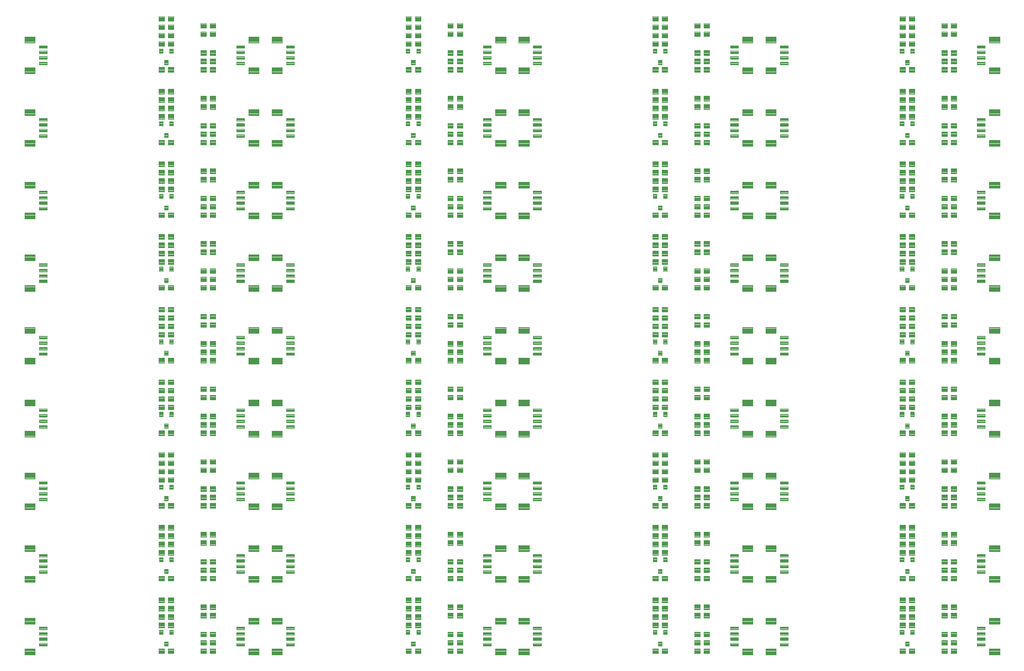
<source format=gbp>
G04 EAGLE Gerber RS-274X export*
G75*
%MOMM*%
%FSLAX34Y34*%
%LPD*%
%INSolderpaste Bottom*%
%IPPOS*%
%AMOC8*
5,1,8,0,0,1.08239X$1,22.5*%
G01*
%ADD10C,0.100000*%
%ADD11C,0.102000*%
%ADD12C,0.096000*%
%ADD13C,0.104000*%


D10*
X263200Y6930D02*
X253200Y6930D01*
X253200Y15930D01*
X263200Y15930D01*
X263200Y6930D01*
X263200Y7880D02*
X253200Y7880D01*
X253200Y8830D02*
X263200Y8830D01*
X263200Y9780D02*
X253200Y9780D01*
X253200Y10730D02*
X263200Y10730D01*
X263200Y11680D02*
X253200Y11680D01*
X253200Y12630D02*
X263200Y12630D01*
X263200Y13580D02*
X253200Y13580D01*
X253200Y14530D02*
X263200Y14530D01*
X263200Y15480D02*
X253200Y15480D01*
X270200Y6930D02*
X280200Y6930D01*
X270200Y6930D02*
X270200Y15930D01*
X280200Y15930D01*
X280200Y6930D01*
X280200Y7880D02*
X270200Y7880D01*
X270200Y8830D02*
X280200Y8830D01*
X280200Y9780D02*
X270200Y9780D01*
X270200Y10730D02*
X280200Y10730D01*
X280200Y11680D02*
X270200Y11680D01*
X270200Y12630D02*
X280200Y12630D01*
X280200Y13580D02*
X270200Y13580D01*
X270200Y14530D02*
X280200Y14530D01*
X280200Y15480D02*
X270200Y15480D01*
X346400Y15930D02*
X356400Y15930D01*
X356400Y6930D01*
X346400Y6930D01*
X346400Y15930D01*
X346400Y7880D02*
X356400Y7880D01*
X356400Y8830D02*
X346400Y8830D01*
X346400Y9780D02*
X356400Y9780D01*
X356400Y10730D02*
X346400Y10730D01*
X346400Y11680D02*
X356400Y11680D01*
X356400Y12630D02*
X346400Y12630D01*
X346400Y13580D02*
X356400Y13580D01*
X356400Y14530D02*
X346400Y14530D01*
X346400Y15480D02*
X356400Y15480D01*
X339400Y15930D02*
X329400Y15930D01*
X339400Y15930D02*
X339400Y6930D01*
X329400Y6930D01*
X329400Y15930D01*
X329400Y7880D02*
X339400Y7880D01*
X339400Y8830D02*
X329400Y8830D01*
X329400Y9780D02*
X339400Y9780D01*
X339400Y10730D02*
X329400Y10730D01*
X329400Y11680D02*
X339400Y11680D01*
X339400Y12630D02*
X329400Y12630D01*
X329400Y13580D02*
X339400Y13580D01*
X339400Y14530D02*
X329400Y14530D01*
X329400Y15480D02*
X339400Y15480D01*
X339400Y37410D02*
X329400Y37410D01*
X329400Y46410D01*
X339400Y46410D01*
X339400Y37410D01*
X339400Y38360D02*
X329400Y38360D01*
X329400Y39310D02*
X339400Y39310D01*
X339400Y40260D02*
X329400Y40260D01*
X329400Y41210D02*
X339400Y41210D01*
X339400Y42160D02*
X329400Y42160D01*
X329400Y43110D02*
X339400Y43110D01*
X339400Y44060D02*
X329400Y44060D01*
X329400Y45010D02*
X339400Y45010D01*
X339400Y45960D02*
X329400Y45960D01*
X346400Y37410D02*
X356400Y37410D01*
X346400Y37410D02*
X346400Y46410D01*
X356400Y46410D01*
X356400Y37410D01*
X356400Y38360D02*
X346400Y38360D01*
X346400Y39310D02*
X356400Y39310D01*
X356400Y40260D02*
X346400Y40260D01*
X346400Y41210D02*
X356400Y41210D01*
X356400Y42160D02*
X346400Y42160D01*
X346400Y43110D02*
X356400Y43110D01*
X356400Y44060D02*
X346400Y44060D01*
X346400Y45010D02*
X356400Y45010D01*
X356400Y45960D02*
X346400Y45960D01*
X280200Y93400D02*
X270200Y93400D01*
X280200Y93400D02*
X280200Y84400D01*
X270200Y84400D01*
X270200Y93400D01*
X270200Y85350D02*
X280200Y85350D01*
X280200Y86300D02*
X270200Y86300D01*
X270200Y87250D02*
X280200Y87250D01*
X280200Y88200D02*
X270200Y88200D01*
X270200Y89150D02*
X280200Y89150D01*
X280200Y90100D02*
X270200Y90100D01*
X270200Y91050D02*
X280200Y91050D01*
X280200Y92000D02*
X270200Y92000D01*
X270200Y92950D02*
X280200Y92950D01*
X263200Y93400D02*
X253200Y93400D01*
X263200Y93400D02*
X263200Y84400D01*
X253200Y84400D01*
X253200Y93400D01*
X253200Y85350D02*
X263200Y85350D01*
X263200Y86300D02*
X253200Y86300D01*
X253200Y87250D02*
X263200Y87250D01*
X263200Y88200D02*
X253200Y88200D01*
X253200Y89150D02*
X263200Y89150D01*
X263200Y90100D02*
X253200Y90100D01*
X253200Y91050D02*
X263200Y91050D01*
X263200Y92000D02*
X253200Y92000D01*
X253200Y92950D02*
X263200Y92950D01*
X263200Y69160D02*
X253200Y69160D01*
X253200Y78160D01*
X263200Y78160D01*
X263200Y69160D01*
X263200Y70110D02*
X253200Y70110D01*
X253200Y71060D02*
X263200Y71060D01*
X263200Y72010D02*
X253200Y72010D01*
X253200Y72960D02*
X263200Y72960D01*
X263200Y73910D02*
X253200Y73910D01*
X253200Y74860D02*
X263200Y74860D01*
X263200Y75810D02*
X253200Y75810D01*
X253200Y76760D02*
X263200Y76760D01*
X263200Y77710D02*
X253200Y77710D01*
X270200Y69160D02*
X280200Y69160D01*
X270200Y69160D02*
X270200Y78160D01*
X280200Y78160D01*
X280200Y69160D01*
X280200Y70110D02*
X270200Y70110D01*
X270200Y71060D02*
X280200Y71060D01*
X280200Y72010D02*
X270200Y72010D01*
X270200Y72960D02*
X280200Y72960D01*
X280200Y73910D02*
X270200Y73910D01*
X270200Y74860D02*
X280200Y74860D01*
X280200Y75810D02*
X270200Y75810D01*
X270200Y76760D02*
X280200Y76760D01*
X280200Y77710D02*
X270200Y77710D01*
X263200Y99640D02*
X253200Y99640D01*
X253200Y108640D01*
X263200Y108640D01*
X263200Y99640D01*
X263200Y100590D02*
X253200Y100590D01*
X253200Y101540D02*
X263200Y101540D01*
X263200Y102490D02*
X253200Y102490D01*
X253200Y103440D02*
X263200Y103440D01*
X263200Y104390D02*
X253200Y104390D01*
X253200Y105340D02*
X263200Y105340D01*
X263200Y106290D02*
X253200Y106290D01*
X253200Y107240D02*
X263200Y107240D01*
X263200Y108190D02*
X253200Y108190D01*
X270200Y99640D02*
X280200Y99640D01*
X270200Y99640D02*
X270200Y108640D01*
X280200Y108640D01*
X280200Y99640D01*
X280200Y100590D02*
X270200Y100590D01*
X270200Y101540D02*
X280200Y101540D01*
X280200Y102490D02*
X270200Y102490D01*
X270200Y103440D02*
X280200Y103440D01*
X280200Y104390D02*
X270200Y104390D01*
X270200Y105340D02*
X280200Y105340D01*
X280200Y106290D02*
X270200Y106290D01*
X270200Y107240D02*
X280200Y107240D01*
X280200Y108190D02*
X270200Y108190D01*
X346400Y80700D02*
X356400Y80700D01*
X356400Y71700D01*
X346400Y71700D01*
X346400Y80700D01*
X346400Y72650D02*
X356400Y72650D01*
X356400Y73600D02*
X346400Y73600D01*
X346400Y74550D02*
X356400Y74550D01*
X356400Y75500D02*
X346400Y75500D01*
X346400Y76450D02*
X356400Y76450D01*
X356400Y77400D02*
X346400Y77400D01*
X346400Y78350D02*
X356400Y78350D01*
X356400Y79300D02*
X346400Y79300D01*
X346400Y80250D02*
X356400Y80250D01*
X339400Y80700D02*
X329400Y80700D01*
X339400Y80700D02*
X339400Y71700D01*
X329400Y71700D01*
X329400Y80700D01*
X329400Y72650D02*
X339400Y72650D01*
X339400Y73600D02*
X329400Y73600D01*
X329400Y74550D02*
X339400Y74550D01*
X339400Y75500D02*
X329400Y75500D01*
X329400Y76450D02*
X339400Y76450D01*
X339400Y77400D02*
X329400Y77400D01*
X329400Y78350D02*
X339400Y78350D01*
X339400Y79300D02*
X329400Y79300D01*
X329400Y80250D02*
X339400Y80250D01*
X346400Y95940D02*
X356400Y95940D01*
X356400Y86940D01*
X346400Y86940D01*
X346400Y95940D01*
X346400Y87890D02*
X356400Y87890D01*
X356400Y88840D02*
X346400Y88840D01*
X346400Y89790D02*
X356400Y89790D01*
X356400Y90740D02*
X346400Y90740D01*
X346400Y91690D02*
X356400Y91690D01*
X356400Y92640D02*
X346400Y92640D01*
X346400Y93590D02*
X356400Y93590D01*
X356400Y94540D02*
X346400Y94540D01*
X346400Y95490D02*
X356400Y95490D01*
X339400Y95940D02*
X329400Y95940D01*
X339400Y95940D02*
X339400Y86940D01*
X329400Y86940D01*
X329400Y95940D01*
X329400Y87890D02*
X339400Y87890D01*
X339400Y88840D02*
X329400Y88840D01*
X329400Y89790D02*
X339400Y89790D01*
X339400Y90740D02*
X329400Y90740D01*
X329400Y91690D02*
X339400Y91690D01*
X339400Y92640D02*
X329400Y92640D01*
X329400Y93590D02*
X339400Y93590D01*
X339400Y94540D02*
X329400Y94540D01*
X329400Y95490D02*
X339400Y95490D01*
X346400Y31170D02*
X356400Y31170D01*
X356400Y22170D01*
X346400Y22170D01*
X346400Y31170D01*
X346400Y23120D02*
X356400Y23120D01*
X356400Y24070D02*
X346400Y24070D01*
X346400Y25020D02*
X356400Y25020D01*
X356400Y25970D02*
X346400Y25970D01*
X346400Y26920D02*
X356400Y26920D01*
X356400Y27870D02*
X346400Y27870D01*
X346400Y28820D02*
X356400Y28820D01*
X356400Y29770D02*
X346400Y29770D01*
X346400Y30720D02*
X356400Y30720D01*
X339400Y31170D02*
X329400Y31170D01*
X339400Y31170D02*
X339400Y22170D01*
X329400Y22170D01*
X329400Y31170D01*
X329400Y23120D02*
X339400Y23120D01*
X339400Y24070D02*
X329400Y24070D01*
X329400Y25020D02*
X339400Y25020D01*
X339400Y25970D02*
X329400Y25970D01*
X329400Y26920D02*
X339400Y26920D01*
X339400Y27870D02*
X329400Y27870D01*
X329400Y28820D02*
X339400Y28820D01*
X339400Y29770D02*
X329400Y29770D01*
X329400Y30720D02*
X339400Y30720D01*
D11*
X35810Y50610D02*
X35810Y55590D01*
X50290Y55590D01*
X50290Y50610D01*
X35810Y50610D01*
X35810Y51579D02*
X50290Y51579D01*
X50290Y52548D02*
X35810Y52548D01*
X35810Y53517D02*
X50290Y53517D01*
X50290Y54486D02*
X35810Y54486D01*
X35810Y55455D02*
X50290Y55455D01*
X35810Y45590D02*
X35810Y40610D01*
X35810Y45590D02*
X50290Y45590D01*
X50290Y40610D01*
X35810Y40610D01*
X35810Y41579D02*
X50290Y41579D01*
X50290Y42548D02*
X35810Y42548D01*
X35810Y43517D02*
X50290Y43517D01*
X50290Y44486D02*
X35810Y44486D01*
X35810Y45455D02*
X50290Y45455D01*
X35810Y35590D02*
X35810Y30610D01*
X35810Y35590D02*
X50290Y35590D01*
X50290Y30610D01*
X35810Y30610D01*
X35810Y31579D02*
X50290Y31579D01*
X50290Y32548D02*
X35810Y32548D01*
X35810Y33517D02*
X50290Y33517D01*
X50290Y34486D02*
X35810Y34486D01*
X35810Y35455D02*
X50290Y35455D01*
X35810Y25590D02*
X35810Y20610D01*
X35810Y25590D02*
X50290Y25590D01*
X50290Y20610D01*
X35810Y20610D01*
X35810Y21579D02*
X50290Y21579D01*
X50290Y22548D02*
X35810Y22548D01*
X35810Y23517D02*
X50290Y23517D01*
X50290Y24486D02*
X35810Y24486D01*
X35810Y25455D02*
X50290Y25455D01*
D12*
X9280Y60580D02*
X9280Y71620D01*
X28320Y71620D01*
X28320Y60580D01*
X9280Y60580D01*
X9280Y61492D02*
X28320Y61492D01*
X28320Y62404D02*
X9280Y62404D01*
X9280Y63316D02*
X28320Y63316D01*
X28320Y64228D02*
X9280Y64228D01*
X9280Y65140D02*
X28320Y65140D01*
X28320Y66052D02*
X9280Y66052D01*
X9280Y66964D02*
X28320Y66964D01*
X28320Y67876D02*
X9280Y67876D01*
X9280Y68788D02*
X28320Y68788D01*
X28320Y69700D02*
X9280Y69700D01*
X9280Y70612D02*
X28320Y70612D01*
X28320Y71524D02*
X9280Y71524D01*
X9280Y15620D02*
X9280Y4580D01*
X9280Y15620D02*
X28320Y15620D01*
X28320Y4580D01*
X9280Y4580D01*
X9280Y5492D02*
X28320Y5492D01*
X28320Y6404D02*
X9280Y6404D01*
X9280Y7316D02*
X28320Y7316D01*
X28320Y8228D02*
X9280Y8228D01*
X9280Y9140D02*
X28320Y9140D01*
X28320Y10052D02*
X9280Y10052D01*
X9280Y10964D02*
X28320Y10964D01*
X28320Y11876D02*
X9280Y11876D01*
X9280Y12788D02*
X28320Y12788D01*
X28320Y13700D02*
X9280Y13700D01*
X9280Y14612D02*
X28320Y14612D01*
X28320Y15524D02*
X9280Y15524D01*
D11*
X408690Y20610D02*
X408690Y25590D01*
X408690Y20610D02*
X394210Y20610D01*
X394210Y25590D01*
X408690Y25590D01*
X408690Y21579D02*
X394210Y21579D01*
X394210Y22548D02*
X408690Y22548D01*
X408690Y23517D02*
X394210Y23517D01*
X394210Y24486D02*
X408690Y24486D01*
X408690Y25455D02*
X394210Y25455D01*
X408690Y30610D02*
X408690Y35590D01*
X408690Y30610D02*
X394210Y30610D01*
X394210Y35590D01*
X408690Y35590D01*
X408690Y31579D02*
X394210Y31579D01*
X394210Y32548D02*
X408690Y32548D01*
X408690Y33517D02*
X394210Y33517D01*
X394210Y34486D02*
X408690Y34486D01*
X408690Y35455D02*
X394210Y35455D01*
X408690Y40610D02*
X408690Y45590D01*
X408690Y40610D02*
X394210Y40610D01*
X394210Y45590D01*
X408690Y45590D01*
X408690Y41579D02*
X394210Y41579D01*
X394210Y42548D02*
X408690Y42548D01*
X408690Y43517D02*
X394210Y43517D01*
X394210Y44486D02*
X408690Y44486D01*
X408690Y45455D02*
X394210Y45455D01*
X408690Y50610D02*
X408690Y55590D01*
X408690Y50610D02*
X394210Y50610D01*
X394210Y55590D01*
X408690Y55590D01*
X408690Y51579D02*
X394210Y51579D01*
X394210Y52548D02*
X408690Y52548D01*
X408690Y53517D02*
X394210Y53517D01*
X394210Y54486D02*
X408690Y54486D01*
X408690Y55455D02*
X394210Y55455D01*
D12*
X435220Y15620D02*
X435220Y4580D01*
X416180Y4580D01*
X416180Y15620D01*
X435220Y15620D01*
X435220Y5492D02*
X416180Y5492D01*
X416180Y6404D02*
X435220Y6404D01*
X435220Y7316D02*
X416180Y7316D01*
X416180Y8228D02*
X435220Y8228D01*
X435220Y9140D02*
X416180Y9140D01*
X416180Y10052D02*
X435220Y10052D01*
X435220Y10964D02*
X416180Y10964D01*
X416180Y11876D02*
X435220Y11876D01*
X435220Y12788D02*
X416180Y12788D01*
X416180Y13700D02*
X435220Y13700D01*
X435220Y14612D02*
X416180Y14612D01*
X416180Y15524D02*
X435220Y15524D01*
X435220Y60580D02*
X435220Y71620D01*
X435220Y60580D02*
X416180Y60580D01*
X416180Y71620D01*
X435220Y71620D01*
X435220Y61492D02*
X416180Y61492D01*
X416180Y62404D02*
X435220Y62404D01*
X435220Y63316D02*
X416180Y63316D01*
X416180Y64228D02*
X435220Y64228D01*
X435220Y65140D02*
X416180Y65140D01*
X416180Y66052D02*
X435220Y66052D01*
X435220Y66964D02*
X416180Y66964D01*
X416180Y67876D02*
X435220Y67876D01*
X435220Y68788D02*
X416180Y68788D01*
X416180Y69700D02*
X435220Y69700D01*
X435220Y70612D02*
X416180Y70612D01*
X416180Y71524D02*
X435220Y71524D01*
D10*
X280200Y62920D02*
X270200Y62920D01*
X280200Y62920D02*
X280200Y53920D01*
X270200Y53920D01*
X270200Y62920D01*
X270200Y54870D02*
X280200Y54870D01*
X280200Y55820D02*
X270200Y55820D01*
X270200Y56770D02*
X280200Y56770D01*
X280200Y57720D02*
X270200Y57720D01*
X270200Y58670D02*
X280200Y58670D01*
X280200Y59620D02*
X270200Y59620D01*
X270200Y60570D02*
X280200Y60570D01*
X280200Y61520D02*
X270200Y61520D01*
X270200Y62470D02*
X280200Y62470D01*
X263200Y62920D02*
X253200Y62920D01*
X263200Y62920D02*
X263200Y53920D01*
X253200Y53920D01*
X253200Y62920D01*
X253200Y54870D02*
X263200Y54870D01*
X263200Y55820D02*
X253200Y55820D01*
X253200Y56770D02*
X263200Y56770D01*
X263200Y57720D02*
X253200Y57720D01*
X253200Y58670D02*
X263200Y58670D01*
X263200Y59620D02*
X253200Y59620D01*
X253200Y60570D02*
X263200Y60570D01*
X263200Y61520D02*
X253200Y61520D01*
X253200Y62470D02*
X263200Y62470D01*
D13*
X260680Y41580D02*
X253720Y41580D01*
X253720Y49540D01*
X260680Y49540D01*
X260680Y41580D01*
X260680Y42568D02*
X253720Y42568D01*
X253720Y43556D02*
X260680Y43556D01*
X260680Y44544D02*
X253720Y44544D01*
X253720Y45532D02*
X260680Y45532D01*
X260680Y46520D02*
X253720Y46520D01*
X253720Y47508D02*
X260680Y47508D01*
X260680Y48496D02*
X253720Y48496D01*
X253720Y49484D02*
X260680Y49484D01*
X272720Y41580D02*
X279680Y41580D01*
X272720Y41580D02*
X272720Y49540D01*
X279680Y49540D01*
X279680Y41580D01*
X279680Y42568D02*
X272720Y42568D01*
X272720Y43556D02*
X279680Y43556D01*
X279680Y44544D02*
X272720Y44544D01*
X272720Y45532D02*
X279680Y45532D01*
X279680Y46520D02*
X272720Y46520D01*
X272720Y47508D02*
X279680Y47508D01*
X279680Y48496D02*
X272720Y48496D01*
X272720Y49484D02*
X279680Y49484D01*
X270180Y20580D02*
X263220Y20580D01*
X263220Y28540D01*
X270180Y28540D01*
X270180Y20580D01*
X270180Y21568D02*
X263220Y21568D01*
X263220Y22556D02*
X270180Y22556D01*
X270180Y23544D02*
X263220Y23544D01*
X263220Y24532D02*
X270180Y24532D01*
X270180Y25520D02*
X263220Y25520D01*
X263220Y26508D02*
X270180Y26508D01*
X270180Y27496D02*
X263220Y27496D01*
X263220Y28484D02*
X270180Y28484D01*
D10*
X702399Y6930D02*
X712399Y6930D01*
X702399Y6930D02*
X702399Y15930D01*
X712399Y15930D01*
X712399Y6930D01*
X712399Y7880D02*
X702399Y7880D01*
X702399Y8830D02*
X712399Y8830D01*
X712399Y9780D02*
X702399Y9780D01*
X702399Y10730D02*
X712399Y10730D01*
X712399Y11680D02*
X702399Y11680D01*
X702399Y12630D02*
X712399Y12630D01*
X712399Y13580D02*
X702399Y13580D01*
X702399Y14530D02*
X712399Y14530D01*
X712399Y15480D02*
X702399Y15480D01*
X719399Y6930D02*
X729399Y6930D01*
X719399Y6930D02*
X719399Y15930D01*
X729399Y15930D01*
X729399Y6930D01*
X729399Y7880D02*
X719399Y7880D01*
X719399Y8830D02*
X729399Y8830D01*
X729399Y9780D02*
X719399Y9780D01*
X719399Y10730D02*
X729399Y10730D01*
X729399Y11680D02*
X719399Y11680D01*
X719399Y12630D02*
X729399Y12630D01*
X729399Y13580D02*
X719399Y13580D01*
X719399Y14530D02*
X729399Y14530D01*
X729399Y15480D02*
X719399Y15480D01*
X795599Y15930D02*
X805599Y15930D01*
X805599Y6930D01*
X795599Y6930D01*
X795599Y15930D01*
X795599Y7880D02*
X805599Y7880D01*
X805599Y8830D02*
X795599Y8830D01*
X795599Y9780D02*
X805599Y9780D01*
X805599Y10730D02*
X795599Y10730D01*
X795599Y11680D02*
X805599Y11680D01*
X805599Y12630D02*
X795599Y12630D01*
X795599Y13580D02*
X805599Y13580D01*
X805599Y14530D02*
X795599Y14530D01*
X795599Y15480D02*
X805599Y15480D01*
X788599Y15930D02*
X778599Y15930D01*
X788599Y15930D02*
X788599Y6930D01*
X778599Y6930D01*
X778599Y15930D01*
X778599Y7880D02*
X788599Y7880D01*
X788599Y8830D02*
X778599Y8830D01*
X778599Y9780D02*
X788599Y9780D01*
X788599Y10730D02*
X778599Y10730D01*
X778599Y11680D02*
X788599Y11680D01*
X788599Y12630D02*
X778599Y12630D01*
X778599Y13580D02*
X788599Y13580D01*
X788599Y14530D02*
X778599Y14530D01*
X778599Y15480D02*
X788599Y15480D01*
X788599Y37410D02*
X778599Y37410D01*
X778599Y46410D01*
X788599Y46410D01*
X788599Y37410D01*
X788599Y38360D02*
X778599Y38360D01*
X778599Y39310D02*
X788599Y39310D01*
X788599Y40260D02*
X778599Y40260D01*
X778599Y41210D02*
X788599Y41210D01*
X788599Y42160D02*
X778599Y42160D01*
X778599Y43110D02*
X788599Y43110D01*
X788599Y44060D02*
X778599Y44060D01*
X778599Y45010D02*
X788599Y45010D01*
X788599Y45960D02*
X778599Y45960D01*
X795599Y37410D02*
X805599Y37410D01*
X795599Y37410D02*
X795599Y46410D01*
X805599Y46410D01*
X805599Y37410D01*
X805599Y38360D02*
X795599Y38360D01*
X795599Y39310D02*
X805599Y39310D01*
X805599Y40260D02*
X795599Y40260D01*
X795599Y41210D02*
X805599Y41210D01*
X805599Y42160D02*
X795599Y42160D01*
X795599Y43110D02*
X805599Y43110D01*
X805599Y44060D02*
X795599Y44060D01*
X795599Y45010D02*
X805599Y45010D01*
X805599Y45960D02*
X795599Y45960D01*
X729399Y93400D02*
X719399Y93400D01*
X729399Y93400D02*
X729399Y84400D01*
X719399Y84400D01*
X719399Y93400D01*
X719399Y85350D02*
X729399Y85350D01*
X729399Y86300D02*
X719399Y86300D01*
X719399Y87250D02*
X729399Y87250D01*
X729399Y88200D02*
X719399Y88200D01*
X719399Y89150D02*
X729399Y89150D01*
X729399Y90100D02*
X719399Y90100D01*
X719399Y91050D02*
X729399Y91050D01*
X729399Y92000D02*
X719399Y92000D01*
X719399Y92950D02*
X729399Y92950D01*
X712399Y93400D02*
X702399Y93400D01*
X712399Y93400D02*
X712399Y84400D01*
X702399Y84400D01*
X702399Y93400D01*
X702399Y85350D02*
X712399Y85350D01*
X712399Y86300D02*
X702399Y86300D01*
X702399Y87250D02*
X712399Y87250D01*
X712399Y88200D02*
X702399Y88200D01*
X702399Y89150D02*
X712399Y89150D01*
X712399Y90100D02*
X702399Y90100D01*
X702399Y91050D02*
X712399Y91050D01*
X712399Y92000D02*
X702399Y92000D01*
X702399Y92950D02*
X712399Y92950D01*
X712399Y69160D02*
X702399Y69160D01*
X702399Y78160D01*
X712399Y78160D01*
X712399Y69160D01*
X712399Y70110D02*
X702399Y70110D01*
X702399Y71060D02*
X712399Y71060D01*
X712399Y72010D02*
X702399Y72010D01*
X702399Y72960D02*
X712399Y72960D01*
X712399Y73910D02*
X702399Y73910D01*
X702399Y74860D02*
X712399Y74860D01*
X712399Y75810D02*
X702399Y75810D01*
X702399Y76760D02*
X712399Y76760D01*
X712399Y77710D02*
X702399Y77710D01*
X719399Y69160D02*
X729399Y69160D01*
X719399Y69160D02*
X719399Y78160D01*
X729399Y78160D01*
X729399Y69160D01*
X729399Y70110D02*
X719399Y70110D01*
X719399Y71060D02*
X729399Y71060D01*
X729399Y72010D02*
X719399Y72010D01*
X719399Y72960D02*
X729399Y72960D01*
X729399Y73910D02*
X719399Y73910D01*
X719399Y74860D02*
X729399Y74860D01*
X729399Y75810D02*
X719399Y75810D01*
X719399Y76760D02*
X729399Y76760D01*
X729399Y77710D02*
X719399Y77710D01*
X712399Y99640D02*
X702399Y99640D01*
X702399Y108640D01*
X712399Y108640D01*
X712399Y99640D01*
X712399Y100590D02*
X702399Y100590D01*
X702399Y101540D02*
X712399Y101540D01*
X712399Y102490D02*
X702399Y102490D01*
X702399Y103440D02*
X712399Y103440D01*
X712399Y104390D02*
X702399Y104390D01*
X702399Y105340D02*
X712399Y105340D01*
X712399Y106290D02*
X702399Y106290D01*
X702399Y107240D02*
X712399Y107240D01*
X712399Y108190D02*
X702399Y108190D01*
X719399Y99640D02*
X729399Y99640D01*
X719399Y99640D02*
X719399Y108640D01*
X729399Y108640D01*
X729399Y99640D01*
X729399Y100590D02*
X719399Y100590D01*
X719399Y101540D02*
X729399Y101540D01*
X729399Y102490D02*
X719399Y102490D01*
X719399Y103440D02*
X729399Y103440D01*
X729399Y104390D02*
X719399Y104390D01*
X719399Y105340D02*
X729399Y105340D01*
X729399Y106290D02*
X719399Y106290D01*
X719399Y107240D02*
X729399Y107240D01*
X729399Y108190D02*
X719399Y108190D01*
X795599Y80700D02*
X805599Y80700D01*
X805599Y71700D01*
X795599Y71700D01*
X795599Y80700D01*
X795599Y72650D02*
X805599Y72650D01*
X805599Y73600D02*
X795599Y73600D01*
X795599Y74550D02*
X805599Y74550D01*
X805599Y75500D02*
X795599Y75500D01*
X795599Y76450D02*
X805599Y76450D01*
X805599Y77400D02*
X795599Y77400D01*
X795599Y78350D02*
X805599Y78350D01*
X805599Y79300D02*
X795599Y79300D01*
X795599Y80250D02*
X805599Y80250D01*
X788599Y80700D02*
X778599Y80700D01*
X788599Y80700D02*
X788599Y71700D01*
X778599Y71700D01*
X778599Y80700D01*
X778599Y72650D02*
X788599Y72650D01*
X788599Y73600D02*
X778599Y73600D01*
X778599Y74550D02*
X788599Y74550D01*
X788599Y75500D02*
X778599Y75500D01*
X778599Y76450D02*
X788599Y76450D01*
X788599Y77400D02*
X778599Y77400D01*
X778599Y78350D02*
X788599Y78350D01*
X788599Y79300D02*
X778599Y79300D01*
X778599Y80250D02*
X788599Y80250D01*
X795599Y95940D02*
X805599Y95940D01*
X805599Y86940D01*
X795599Y86940D01*
X795599Y95940D01*
X795599Y87890D02*
X805599Y87890D01*
X805599Y88840D02*
X795599Y88840D01*
X795599Y89790D02*
X805599Y89790D01*
X805599Y90740D02*
X795599Y90740D01*
X795599Y91690D02*
X805599Y91690D01*
X805599Y92640D02*
X795599Y92640D01*
X795599Y93590D02*
X805599Y93590D01*
X805599Y94540D02*
X795599Y94540D01*
X795599Y95490D02*
X805599Y95490D01*
X788599Y95940D02*
X778599Y95940D01*
X788599Y95940D02*
X788599Y86940D01*
X778599Y86940D01*
X778599Y95940D01*
X778599Y87890D02*
X788599Y87890D01*
X788599Y88840D02*
X778599Y88840D01*
X778599Y89790D02*
X788599Y89790D01*
X788599Y90740D02*
X778599Y90740D01*
X778599Y91690D02*
X788599Y91690D01*
X788599Y92640D02*
X778599Y92640D01*
X778599Y93590D02*
X788599Y93590D01*
X788599Y94540D02*
X778599Y94540D01*
X778599Y95490D02*
X788599Y95490D01*
X795599Y31170D02*
X805599Y31170D01*
X805599Y22170D01*
X795599Y22170D01*
X795599Y31170D01*
X795599Y23120D02*
X805599Y23120D01*
X805599Y24070D02*
X795599Y24070D01*
X795599Y25020D02*
X805599Y25020D01*
X805599Y25970D02*
X795599Y25970D01*
X795599Y26920D02*
X805599Y26920D01*
X805599Y27870D02*
X795599Y27870D01*
X795599Y28820D02*
X805599Y28820D01*
X805599Y29770D02*
X795599Y29770D01*
X795599Y30720D02*
X805599Y30720D01*
X788599Y31170D02*
X778599Y31170D01*
X788599Y31170D02*
X788599Y22170D01*
X778599Y22170D01*
X778599Y31170D01*
X778599Y23120D02*
X788599Y23120D01*
X788599Y24070D02*
X778599Y24070D01*
X778599Y25020D02*
X788599Y25020D01*
X788599Y25970D02*
X778599Y25970D01*
X778599Y26920D02*
X788599Y26920D01*
X788599Y27870D02*
X778599Y27870D01*
X778599Y28820D02*
X788599Y28820D01*
X788599Y29770D02*
X778599Y29770D01*
X778599Y30720D02*
X788599Y30720D01*
D11*
X485009Y50610D02*
X485009Y55590D01*
X499489Y55590D01*
X499489Y50610D01*
X485009Y50610D01*
X485009Y51579D02*
X499489Y51579D01*
X499489Y52548D02*
X485009Y52548D01*
X485009Y53517D02*
X499489Y53517D01*
X499489Y54486D02*
X485009Y54486D01*
X485009Y55455D02*
X499489Y55455D01*
X485009Y45590D02*
X485009Y40610D01*
X485009Y45590D02*
X499489Y45590D01*
X499489Y40610D01*
X485009Y40610D01*
X485009Y41579D02*
X499489Y41579D01*
X499489Y42548D02*
X485009Y42548D01*
X485009Y43517D02*
X499489Y43517D01*
X499489Y44486D02*
X485009Y44486D01*
X485009Y45455D02*
X499489Y45455D01*
X485009Y35590D02*
X485009Y30610D01*
X485009Y35590D02*
X499489Y35590D01*
X499489Y30610D01*
X485009Y30610D01*
X485009Y31579D02*
X499489Y31579D01*
X499489Y32548D02*
X485009Y32548D01*
X485009Y33517D02*
X499489Y33517D01*
X499489Y34486D02*
X485009Y34486D01*
X485009Y35455D02*
X499489Y35455D01*
X485009Y25590D02*
X485009Y20610D01*
X485009Y25590D02*
X499489Y25590D01*
X499489Y20610D01*
X485009Y20610D01*
X485009Y21579D02*
X499489Y21579D01*
X499489Y22548D02*
X485009Y22548D01*
X485009Y23517D02*
X499489Y23517D01*
X499489Y24486D02*
X485009Y24486D01*
X485009Y25455D02*
X499489Y25455D01*
D12*
X458479Y60580D02*
X458479Y71620D01*
X477519Y71620D01*
X477519Y60580D01*
X458479Y60580D01*
X458479Y61492D02*
X477519Y61492D01*
X477519Y62404D02*
X458479Y62404D01*
X458479Y63316D02*
X477519Y63316D01*
X477519Y64228D02*
X458479Y64228D01*
X458479Y65140D02*
X477519Y65140D01*
X477519Y66052D02*
X458479Y66052D01*
X458479Y66964D02*
X477519Y66964D01*
X477519Y67876D02*
X458479Y67876D01*
X458479Y68788D02*
X477519Y68788D01*
X477519Y69700D02*
X458479Y69700D01*
X458479Y70612D02*
X477519Y70612D01*
X477519Y71524D02*
X458479Y71524D01*
X458479Y15620D02*
X458479Y4580D01*
X458479Y15620D02*
X477519Y15620D01*
X477519Y4580D01*
X458479Y4580D01*
X458479Y5492D02*
X477519Y5492D01*
X477519Y6404D02*
X458479Y6404D01*
X458479Y7316D02*
X477519Y7316D01*
X477519Y8228D02*
X458479Y8228D01*
X458479Y9140D02*
X477519Y9140D01*
X477519Y10052D02*
X458479Y10052D01*
X458479Y10964D02*
X477519Y10964D01*
X477519Y11876D02*
X458479Y11876D01*
X458479Y12788D02*
X477519Y12788D01*
X477519Y13700D02*
X458479Y13700D01*
X458479Y14612D02*
X477519Y14612D01*
X477519Y15524D02*
X458479Y15524D01*
D11*
X857889Y20610D02*
X857889Y25590D01*
X857889Y20610D02*
X843409Y20610D01*
X843409Y25590D01*
X857889Y25590D01*
X857889Y21579D02*
X843409Y21579D01*
X843409Y22548D02*
X857889Y22548D01*
X857889Y23517D02*
X843409Y23517D01*
X843409Y24486D02*
X857889Y24486D01*
X857889Y25455D02*
X843409Y25455D01*
X857889Y30610D02*
X857889Y35590D01*
X857889Y30610D02*
X843409Y30610D01*
X843409Y35590D01*
X857889Y35590D01*
X857889Y31579D02*
X843409Y31579D01*
X843409Y32548D02*
X857889Y32548D01*
X857889Y33517D02*
X843409Y33517D01*
X843409Y34486D02*
X857889Y34486D01*
X857889Y35455D02*
X843409Y35455D01*
X857889Y40610D02*
X857889Y45590D01*
X857889Y40610D02*
X843409Y40610D01*
X843409Y45590D01*
X857889Y45590D01*
X857889Y41579D02*
X843409Y41579D01*
X843409Y42548D02*
X857889Y42548D01*
X857889Y43517D02*
X843409Y43517D01*
X843409Y44486D02*
X857889Y44486D01*
X857889Y45455D02*
X843409Y45455D01*
X857889Y50610D02*
X857889Y55590D01*
X857889Y50610D02*
X843409Y50610D01*
X843409Y55590D01*
X857889Y55590D01*
X857889Y51579D02*
X843409Y51579D01*
X843409Y52548D02*
X857889Y52548D01*
X857889Y53517D02*
X843409Y53517D01*
X843409Y54486D02*
X857889Y54486D01*
X857889Y55455D02*
X843409Y55455D01*
D12*
X884419Y15620D02*
X884419Y4580D01*
X865379Y4580D01*
X865379Y15620D01*
X884419Y15620D01*
X884419Y5492D02*
X865379Y5492D01*
X865379Y6404D02*
X884419Y6404D01*
X884419Y7316D02*
X865379Y7316D01*
X865379Y8228D02*
X884419Y8228D01*
X884419Y9140D02*
X865379Y9140D01*
X865379Y10052D02*
X884419Y10052D01*
X884419Y10964D02*
X865379Y10964D01*
X865379Y11876D02*
X884419Y11876D01*
X884419Y12788D02*
X865379Y12788D01*
X865379Y13700D02*
X884419Y13700D01*
X884419Y14612D02*
X865379Y14612D01*
X865379Y15524D02*
X884419Y15524D01*
X884419Y60580D02*
X884419Y71620D01*
X884419Y60580D02*
X865379Y60580D01*
X865379Y71620D01*
X884419Y71620D01*
X884419Y61492D02*
X865379Y61492D01*
X865379Y62404D02*
X884419Y62404D01*
X884419Y63316D02*
X865379Y63316D01*
X865379Y64228D02*
X884419Y64228D01*
X884419Y65140D02*
X865379Y65140D01*
X865379Y66052D02*
X884419Y66052D01*
X884419Y66964D02*
X865379Y66964D01*
X865379Y67876D02*
X884419Y67876D01*
X884419Y68788D02*
X865379Y68788D01*
X865379Y69700D02*
X884419Y69700D01*
X884419Y70612D02*
X865379Y70612D01*
X865379Y71524D02*
X884419Y71524D01*
D10*
X729399Y62920D02*
X719399Y62920D01*
X729399Y62920D02*
X729399Y53920D01*
X719399Y53920D01*
X719399Y62920D01*
X719399Y54870D02*
X729399Y54870D01*
X729399Y55820D02*
X719399Y55820D01*
X719399Y56770D02*
X729399Y56770D01*
X729399Y57720D02*
X719399Y57720D01*
X719399Y58670D02*
X729399Y58670D01*
X729399Y59620D02*
X719399Y59620D01*
X719399Y60570D02*
X729399Y60570D01*
X729399Y61520D02*
X719399Y61520D01*
X719399Y62470D02*
X729399Y62470D01*
X712399Y62920D02*
X702399Y62920D01*
X712399Y62920D02*
X712399Y53920D01*
X702399Y53920D01*
X702399Y62920D01*
X702399Y54870D02*
X712399Y54870D01*
X712399Y55820D02*
X702399Y55820D01*
X702399Y56770D02*
X712399Y56770D01*
X712399Y57720D02*
X702399Y57720D01*
X702399Y58670D02*
X712399Y58670D01*
X712399Y59620D02*
X702399Y59620D01*
X702399Y60570D02*
X712399Y60570D01*
X712399Y61520D02*
X702399Y61520D01*
X702399Y62470D02*
X712399Y62470D01*
D13*
X709879Y41580D02*
X702919Y41580D01*
X702919Y49540D01*
X709879Y49540D01*
X709879Y41580D01*
X709879Y42568D02*
X702919Y42568D01*
X702919Y43556D02*
X709879Y43556D01*
X709879Y44544D02*
X702919Y44544D01*
X702919Y45532D02*
X709879Y45532D01*
X709879Y46520D02*
X702919Y46520D01*
X702919Y47508D02*
X709879Y47508D01*
X709879Y48496D02*
X702919Y48496D01*
X702919Y49484D02*
X709879Y49484D01*
X721919Y41580D02*
X728879Y41580D01*
X721919Y41580D02*
X721919Y49540D01*
X728879Y49540D01*
X728879Y41580D01*
X728879Y42568D02*
X721919Y42568D01*
X721919Y43556D02*
X728879Y43556D01*
X728879Y44544D02*
X721919Y44544D01*
X721919Y45532D02*
X728879Y45532D01*
X728879Y46520D02*
X721919Y46520D01*
X721919Y47508D02*
X728879Y47508D01*
X728879Y48496D02*
X721919Y48496D01*
X721919Y49484D02*
X728879Y49484D01*
X719379Y20580D02*
X712419Y20580D01*
X712419Y28540D01*
X719379Y28540D01*
X719379Y20580D01*
X719379Y21568D02*
X712419Y21568D01*
X712419Y22556D02*
X719379Y22556D01*
X719379Y23544D02*
X712419Y23544D01*
X712419Y24532D02*
X719379Y24532D01*
X719379Y25520D02*
X712419Y25520D01*
X712419Y26508D02*
X719379Y26508D01*
X719379Y27496D02*
X712419Y27496D01*
X712419Y28484D02*
X719379Y28484D01*
D10*
X1151598Y6930D02*
X1161598Y6930D01*
X1151598Y6930D02*
X1151598Y15930D01*
X1161598Y15930D01*
X1161598Y6930D01*
X1161598Y7880D02*
X1151598Y7880D01*
X1151598Y8830D02*
X1161598Y8830D01*
X1161598Y9780D02*
X1151598Y9780D01*
X1151598Y10730D02*
X1161598Y10730D01*
X1161598Y11680D02*
X1151598Y11680D01*
X1151598Y12630D02*
X1161598Y12630D01*
X1161598Y13580D02*
X1151598Y13580D01*
X1151598Y14530D02*
X1161598Y14530D01*
X1161598Y15480D02*
X1151598Y15480D01*
X1168598Y6930D02*
X1178598Y6930D01*
X1168598Y6930D02*
X1168598Y15930D01*
X1178598Y15930D01*
X1178598Y6930D01*
X1178598Y7880D02*
X1168598Y7880D01*
X1168598Y8830D02*
X1178598Y8830D01*
X1178598Y9780D02*
X1168598Y9780D01*
X1168598Y10730D02*
X1178598Y10730D01*
X1178598Y11680D02*
X1168598Y11680D01*
X1168598Y12630D02*
X1178598Y12630D01*
X1178598Y13580D02*
X1168598Y13580D01*
X1168598Y14530D02*
X1178598Y14530D01*
X1178598Y15480D02*
X1168598Y15480D01*
X1244798Y15930D02*
X1254798Y15930D01*
X1254798Y6930D01*
X1244798Y6930D01*
X1244798Y15930D01*
X1244798Y7880D02*
X1254798Y7880D01*
X1254798Y8830D02*
X1244798Y8830D01*
X1244798Y9780D02*
X1254798Y9780D01*
X1254798Y10730D02*
X1244798Y10730D01*
X1244798Y11680D02*
X1254798Y11680D01*
X1254798Y12630D02*
X1244798Y12630D01*
X1244798Y13580D02*
X1254798Y13580D01*
X1254798Y14530D02*
X1244798Y14530D01*
X1244798Y15480D02*
X1254798Y15480D01*
X1237798Y15930D02*
X1227798Y15930D01*
X1237798Y15930D02*
X1237798Y6930D01*
X1227798Y6930D01*
X1227798Y15930D01*
X1227798Y7880D02*
X1237798Y7880D01*
X1237798Y8830D02*
X1227798Y8830D01*
X1227798Y9780D02*
X1237798Y9780D01*
X1237798Y10730D02*
X1227798Y10730D01*
X1227798Y11680D02*
X1237798Y11680D01*
X1237798Y12630D02*
X1227798Y12630D01*
X1227798Y13580D02*
X1237798Y13580D01*
X1237798Y14530D02*
X1227798Y14530D01*
X1227798Y15480D02*
X1237798Y15480D01*
X1237798Y37410D02*
X1227798Y37410D01*
X1227798Y46410D01*
X1237798Y46410D01*
X1237798Y37410D01*
X1237798Y38360D02*
X1227798Y38360D01*
X1227798Y39310D02*
X1237798Y39310D01*
X1237798Y40260D02*
X1227798Y40260D01*
X1227798Y41210D02*
X1237798Y41210D01*
X1237798Y42160D02*
X1227798Y42160D01*
X1227798Y43110D02*
X1237798Y43110D01*
X1237798Y44060D02*
X1227798Y44060D01*
X1227798Y45010D02*
X1237798Y45010D01*
X1237798Y45960D02*
X1227798Y45960D01*
X1244798Y37410D02*
X1254798Y37410D01*
X1244798Y37410D02*
X1244798Y46410D01*
X1254798Y46410D01*
X1254798Y37410D01*
X1254798Y38360D02*
X1244798Y38360D01*
X1244798Y39310D02*
X1254798Y39310D01*
X1254798Y40260D02*
X1244798Y40260D01*
X1244798Y41210D02*
X1254798Y41210D01*
X1254798Y42160D02*
X1244798Y42160D01*
X1244798Y43110D02*
X1254798Y43110D01*
X1254798Y44060D02*
X1244798Y44060D01*
X1244798Y45010D02*
X1254798Y45010D01*
X1254798Y45960D02*
X1244798Y45960D01*
X1178598Y93400D02*
X1168598Y93400D01*
X1178598Y93400D02*
X1178598Y84400D01*
X1168598Y84400D01*
X1168598Y93400D01*
X1168598Y85350D02*
X1178598Y85350D01*
X1178598Y86300D02*
X1168598Y86300D01*
X1168598Y87250D02*
X1178598Y87250D01*
X1178598Y88200D02*
X1168598Y88200D01*
X1168598Y89150D02*
X1178598Y89150D01*
X1178598Y90100D02*
X1168598Y90100D01*
X1168598Y91050D02*
X1178598Y91050D01*
X1178598Y92000D02*
X1168598Y92000D01*
X1168598Y92950D02*
X1178598Y92950D01*
X1161598Y93400D02*
X1151598Y93400D01*
X1161598Y93400D02*
X1161598Y84400D01*
X1151598Y84400D01*
X1151598Y93400D01*
X1151598Y85350D02*
X1161598Y85350D01*
X1161598Y86300D02*
X1151598Y86300D01*
X1151598Y87250D02*
X1161598Y87250D01*
X1161598Y88200D02*
X1151598Y88200D01*
X1151598Y89150D02*
X1161598Y89150D01*
X1161598Y90100D02*
X1151598Y90100D01*
X1151598Y91050D02*
X1161598Y91050D01*
X1161598Y92000D02*
X1151598Y92000D01*
X1151598Y92950D02*
X1161598Y92950D01*
X1161598Y69160D02*
X1151598Y69160D01*
X1151598Y78160D01*
X1161598Y78160D01*
X1161598Y69160D01*
X1161598Y70110D02*
X1151598Y70110D01*
X1151598Y71060D02*
X1161598Y71060D01*
X1161598Y72010D02*
X1151598Y72010D01*
X1151598Y72960D02*
X1161598Y72960D01*
X1161598Y73910D02*
X1151598Y73910D01*
X1151598Y74860D02*
X1161598Y74860D01*
X1161598Y75810D02*
X1151598Y75810D01*
X1151598Y76760D02*
X1161598Y76760D01*
X1161598Y77710D02*
X1151598Y77710D01*
X1168598Y69160D02*
X1178598Y69160D01*
X1168598Y69160D02*
X1168598Y78160D01*
X1178598Y78160D01*
X1178598Y69160D01*
X1178598Y70110D02*
X1168598Y70110D01*
X1168598Y71060D02*
X1178598Y71060D01*
X1178598Y72010D02*
X1168598Y72010D01*
X1168598Y72960D02*
X1178598Y72960D01*
X1178598Y73910D02*
X1168598Y73910D01*
X1168598Y74860D02*
X1178598Y74860D01*
X1178598Y75810D02*
X1168598Y75810D01*
X1168598Y76760D02*
X1178598Y76760D01*
X1178598Y77710D02*
X1168598Y77710D01*
X1161598Y99640D02*
X1151598Y99640D01*
X1151598Y108640D01*
X1161598Y108640D01*
X1161598Y99640D01*
X1161598Y100590D02*
X1151598Y100590D01*
X1151598Y101540D02*
X1161598Y101540D01*
X1161598Y102490D02*
X1151598Y102490D01*
X1151598Y103440D02*
X1161598Y103440D01*
X1161598Y104390D02*
X1151598Y104390D01*
X1151598Y105340D02*
X1161598Y105340D01*
X1161598Y106290D02*
X1151598Y106290D01*
X1151598Y107240D02*
X1161598Y107240D01*
X1161598Y108190D02*
X1151598Y108190D01*
X1168598Y99640D02*
X1178598Y99640D01*
X1168598Y99640D02*
X1168598Y108640D01*
X1178598Y108640D01*
X1178598Y99640D01*
X1178598Y100590D02*
X1168598Y100590D01*
X1168598Y101540D02*
X1178598Y101540D01*
X1178598Y102490D02*
X1168598Y102490D01*
X1168598Y103440D02*
X1178598Y103440D01*
X1178598Y104390D02*
X1168598Y104390D01*
X1168598Y105340D02*
X1178598Y105340D01*
X1178598Y106290D02*
X1168598Y106290D01*
X1168598Y107240D02*
X1178598Y107240D01*
X1178598Y108190D02*
X1168598Y108190D01*
X1244798Y80700D02*
X1254798Y80700D01*
X1254798Y71700D01*
X1244798Y71700D01*
X1244798Y80700D01*
X1244798Y72650D02*
X1254798Y72650D01*
X1254798Y73600D02*
X1244798Y73600D01*
X1244798Y74550D02*
X1254798Y74550D01*
X1254798Y75500D02*
X1244798Y75500D01*
X1244798Y76450D02*
X1254798Y76450D01*
X1254798Y77400D02*
X1244798Y77400D01*
X1244798Y78350D02*
X1254798Y78350D01*
X1254798Y79300D02*
X1244798Y79300D01*
X1244798Y80250D02*
X1254798Y80250D01*
X1237798Y80700D02*
X1227798Y80700D01*
X1237798Y80700D02*
X1237798Y71700D01*
X1227798Y71700D01*
X1227798Y80700D01*
X1227798Y72650D02*
X1237798Y72650D01*
X1237798Y73600D02*
X1227798Y73600D01*
X1227798Y74550D02*
X1237798Y74550D01*
X1237798Y75500D02*
X1227798Y75500D01*
X1227798Y76450D02*
X1237798Y76450D01*
X1237798Y77400D02*
X1227798Y77400D01*
X1227798Y78350D02*
X1237798Y78350D01*
X1237798Y79300D02*
X1227798Y79300D01*
X1227798Y80250D02*
X1237798Y80250D01*
X1244798Y95940D02*
X1254798Y95940D01*
X1254798Y86940D01*
X1244798Y86940D01*
X1244798Y95940D01*
X1244798Y87890D02*
X1254798Y87890D01*
X1254798Y88840D02*
X1244798Y88840D01*
X1244798Y89790D02*
X1254798Y89790D01*
X1254798Y90740D02*
X1244798Y90740D01*
X1244798Y91690D02*
X1254798Y91690D01*
X1254798Y92640D02*
X1244798Y92640D01*
X1244798Y93590D02*
X1254798Y93590D01*
X1254798Y94540D02*
X1244798Y94540D01*
X1244798Y95490D02*
X1254798Y95490D01*
X1237798Y95940D02*
X1227798Y95940D01*
X1237798Y95940D02*
X1237798Y86940D01*
X1227798Y86940D01*
X1227798Y95940D01*
X1227798Y87890D02*
X1237798Y87890D01*
X1237798Y88840D02*
X1227798Y88840D01*
X1227798Y89790D02*
X1237798Y89790D01*
X1237798Y90740D02*
X1227798Y90740D01*
X1227798Y91690D02*
X1237798Y91690D01*
X1237798Y92640D02*
X1227798Y92640D01*
X1227798Y93590D02*
X1237798Y93590D01*
X1237798Y94540D02*
X1227798Y94540D01*
X1227798Y95490D02*
X1237798Y95490D01*
X1244798Y31170D02*
X1254798Y31170D01*
X1254798Y22170D01*
X1244798Y22170D01*
X1244798Y31170D01*
X1244798Y23120D02*
X1254798Y23120D01*
X1254798Y24070D02*
X1244798Y24070D01*
X1244798Y25020D02*
X1254798Y25020D01*
X1254798Y25970D02*
X1244798Y25970D01*
X1244798Y26920D02*
X1254798Y26920D01*
X1254798Y27870D02*
X1244798Y27870D01*
X1244798Y28820D02*
X1254798Y28820D01*
X1254798Y29770D02*
X1244798Y29770D01*
X1244798Y30720D02*
X1254798Y30720D01*
X1237798Y31170D02*
X1227798Y31170D01*
X1237798Y31170D02*
X1237798Y22170D01*
X1227798Y22170D01*
X1227798Y31170D01*
X1227798Y23120D02*
X1237798Y23120D01*
X1237798Y24070D02*
X1227798Y24070D01*
X1227798Y25020D02*
X1237798Y25020D01*
X1237798Y25970D02*
X1227798Y25970D01*
X1227798Y26920D02*
X1237798Y26920D01*
X1237798Y27870D02*
X1227798Y27870D01*
X1227798Y28820D02*
X1237798Y28820D01*
X1237798Y29770D02*
X1227798Y29770D01*
X1227798Y30720D02*
X1237798Y30720D01*
D11*
X934208Y50610D02*
X934208Y55590D01*
X948688Y55590D01*
X948688Y50610D01*
X934208Y50610D01*
X934208Y51579D02*
X948688Y51579D01*
X948688Y52548D02*
X934208Y52548D01*
X934208Y53517D02*
X948688Y53517D01*
X948688Y54486D02*
X934208Y54486D01*
X934208Y55455D02*
X948688Y55455D01*
X934208Y45590D02*
X934208Y40610D01*
X934208Y45590D02*
X948688Y45590D01*
X948688Y40610D01*
X934208Y40610D01*
X934208Y41579D02*
X948688Y41579D01*
X948688Y42548D02*
X934208Y42548D01*
X934208Y43517D02*
X948688Y43517D01*
X948688Y44486D02*
X934208Y44486D01*
X934208Y45455D02*
X948688Y45455D01*
X934208Y35590D02*
X934208Y30610D01*
X934208Y35590D02*
X948688Y35590D01*
X948688Y30610D01*
X934208Y30610D01*
X934208Y31579D02*
X948688Y31579D01*
X948688Y32548D02*
X934208Y32548D01*
X934208Y33517D02*
X948688Y33517D01*
X948688Y34486D02*
X934208Y34486D01*
X934208Y35455D02*
X948688Y35455D01*
X934208Y25590D02*
X934208Y20610D01*
X934208Y25590D02*
X948688Y25590D01*
X948688Y20610D01*
X934208Y20610D01*
X934208Y21579D02*
X948688Y21579D01*
X948688Y22548D02*
X934208Y22548D01*
X934208Y23517D02*
X948688Y23517D01*
X948688Y24486D02*
X934208Y24486D01*
X934208Y25455D02*
X948688Y25455D01*
D12*
X907678Y60580D02*
X907678Y71620D01*
X926718Y71620D01*
X926718Y60580D01*
X907678Y60580D01*
X907678Y61492D02*
X926718Y61492D01*
X926718Y62404D02*
X907678Y62404D01*
X907678Y63316D02*
X926718Y63316D01*
X926718Y64228D02*
X907678Y64228D01*
X907678Y65140D02*
X926718Y65140D01*
X926718Y66052D02*
X907678Y66052D01*
X907678Y66964D02*
X926718Y66964D01*
X926718Y67876D02*
X907678Y67876D01*
X907678Y68788D02*
X926718Y68788D01*
X926718Y69700D02*
X907678Y69700D01*
X907678Y70612D02*
X926718Y70612D01*
X926718Y71524D02*
X907678Y71524D01*
X907678Y15620D02*
X907678Y4580D01*
X907678Y15620D02*
X926718Y15620D01*
X926718Y4580D01*
X907678Y4580D01*
X907678Y5492D02*
X926718Y5492D01*
X926718Y6404D02*
X907678Y6404D01*
X907678Y7316D02*
X926718Y7316D01*
X926718Y8228D02*
X907678Y8228D01*
X907678Y9140D02*
X926718Y9140D01*
X926718Y10052D02*
X907678Y10052D01*
X907678Y10964D02*
X926718Y10964D01*
X926718Y11876D02*
X907678Y11876D01*
X907678Y12788D02*
X926718Y12788D01*
X926718Y13700D02*
X907678Y13700D01*
X907678Y14612D02*
X926718Y14612D01*
X926718Y15524D02*
X907678Y15524D01*
D11*
X1307088Y20610D02*
X1307088Y25590D01*
X1307088Y20610D02*
X1292608Y20610D01*
X1292608Y25590D01*
X1307088Y25590D01*
X1307088Y21579D02*
X1292608Y21579D01*
X1292608Y22548D02*
X1307088Y22548D01*
X1307088Y23517D02*
X1292608Y23517D01*
X1292608Y24486D02*
X1307088Y24486D01*
X1307088Y25455D02*
X1292608Y25455D01*
X1307088Y30610D02*
X1307088Y35590D01*
X1307088Y30610D02*
X1292608Y30610D01*
X1292608Y35590D01*
X1307088Y35590D01*
X1307088Y31579D02*
X1292608Y31579D01*
X1292608Y32548D02*
X1307088Y32548D01*
X1307088Y33517D02*
X1292608Y33517D01*
X1292608Y34486D02*
X1307088Y34486D01*
X1307088Y35455D02*
X1292608Y35455D01*
X1307088Y40610D02*
X1307088Y45590D01*
X1307088Y40610D02*
X1292608Y40610D01*
X1292608Y45590D01*
X1307088Y45590D01*
X1307088Y41579D02*
X1292608Y41579D01*
X1292608Y42548D02*
X1307088Y42548D01*
X1307088Y43517D02*
X1292608Y43517D01*
X1292608Y44486D02*
X1307088Y44486D01*
X1307088Y45455D02*
X1292608Y45455D01*
X1307088Y50610D02*
X1307088Y55590D01*
X1307088Y50610D02*
X1292608Y50610D01*
X1292608Y55590D01*
X1307088Y55590D01*
X1307088Y51579D02*
X1292608Y51579D01*
X1292608Y52548D02*
X1307088Y52548D01*
X1307088Y53517D02*
X1292608Y53517D01*
X1292608Y54486D02*
X1307088Y54486D01*
X1307088Y55455D02*
X1292608Y55455D01*
D12*
X1333618Y15620D02*
X1333618Y4580D01*
X1314578Y4580D01*
X1314578Y15620D01*
X1333618Y15620D01*
X1333618Y5492D02*
X1314578Y5492D01*
X1314578Y6404D02*
X1333618Y6404D01*
X1333618Y7316D02*
X1314578Y7316D01*
X1314578Y8228D02*
X1333618Y8228D01*
X1333618Y9140D02*
X1314578Y9140D01*
X1314578Y10052D02*
X1333618Y10052D01*
X1333618Y10964D02*
X1314578Y10964D01*
X1314578Y11876D02*
X1333618Y11876D01*
X1333618Y12788D02*
X1314578Y12788D01*
X1314578Y13700D02*
X1333618Y13700D01*
X1333618Y14612D02*
X1314578Y14612D01*
X1314578Y15524D02*
X1333618Y15524D01*
X1333618Y60580D02*
X1333618Y71620D01*
X1333618Y60580D02*
X1314578Y60580D01*
X1314578Y71620D01*
X1333618Y71620D01*
X1333618Y61492D02*
X1314578Y61492D01*
X1314578Y62404D02*
X1333618Y62404D01*
X1333618Y63316D02*
X1314578Y63316D01*
X1314578Y64228D02*
X1333618Y64228D01*
X1333618Y65140D02*
X1314578Y65140D01*
X1314578Y66052D02*
X1333618Y66052D01*
X1333618Y66964D02*
X1314578Y66964D01*
X1314578Y67876D02*
X1333618Y67876D01*
X1333618Y68788D02*
X1314578Y68788D01*
X1314578Y69700D02*
X1333618Y69700D01*
X1333618Y70612D02*
X1314578Y70612D01*
X1314578Y71524D02*
X1333618Y71524D01*
D10*
X1178598Y62920D02*
X1168598Y62920D01*
X1178598Y62920D02*
X1178598Y53920D01*
X1168598Y53920D01*
X1168598Y62920D01*
X1168598Y54870D02*
X1178598Y54870D01*
X1178598Y55820D02*
X1168598Y55820D01*
X1168598Y56770D02*
X1178598Y56770D01*
X1178598Y57720D02*
X1168598Y57720D01*
X1168598Y58670D02*
X1178598Y58670D01*
X1178598Y59620D02*
X1168598Y59620D01*
X1168598Y60570D02*
X1178598Y60570D01*
X1178598Y61520D02*
X1168598Y61520D01*
X1168598Y62470D02*
X1178598Y62470D01*
X1161598Y62920D02*
X1151598Y62920D01*
X1161598Y62920D02*
X1161598Y53920D01*
X1151598Y53920D01*
X1151598Y62920D01*
X1151598Y54870D02*
X1161598Y54870D01*
X1161598Y55820D02*
X1151598Y55820D01*
X1151598Y56770D02*
X1161598Y56770D01*
X1161598Y57720D02*
X1151598Y57720D01*
X1151598Y58670D02*
X1161598Y58670D01*
X1161598Y59620D02*
X1151598Y59620D01*
X1151598Y60570D02*
X1161598Y60570D01*
X1161598Y61520D02*
X1151598Y61520D01*
X1151598Y62470D02*
X1161598Y62470D01*
D13*
X1159078Y41580D02*
X1152118Y41580D01*
X1152118Y49540D01*
X1159078Y49540D01*
X1159078Y41580D01*
X1159078Y42568D02*
X1152118Y42568D01*
X1152118Y43556D02*
X1159078Y43556D01*
X1159078Y44544D02*
X1152118Y44544D01*
X1152118Y45532D02*
X1159078Y45532D01*
X1159078Y46520D02*
X1152118Y46520D01*
X1152118Y47508D02*
X1159078Y47508D01*
X1159078Y48496D02*
X1152118Y48496D01*
X1152118Y49484D02*
X1159078Y49484D01*
X1171118Y41580D02*
X1178078Y41580D01*
X1171118Y41580D02*
X1171118Y49540D01*
X1178078Y49540D01*
X1178078Y41580D01*
X1178078Y42568D02*
X1171118Y42568D01*
X1171118Y43556D02*
X1178078Y43556D01*
X1178078Y44544D02*
X1171118Y44544D01*
X1171118Y45532D02*
X1178078Y45532D01*
X1178078Y46520D02*
X1171118Y46520D01*
X1171118Y47508D02*
X1178078Y47508D01*
X1178078Y48496D02*
X1171118Y48496D01*
X1171118Y49484D02*
X1178078Y49484D01*
X1168578Y20580D02*
X1161618Y20580D01*
X1161618Y28540D01*
X1168578Y28540D01*
X1168578Y20580D01*
X1168578Y21568D02*
X1161618Y21568D01*
X1161618Y22556D02*
X1168578Y22556D01*
X1168578Y23544D02*
X1161618Y23544D01*
X1161618Y24532D02*
X1168578Y24532D01*
X1168578Y25520D02*
X1161618Y25520D01*
X1161618Y26508D02*
X1168578Y26508D01*
X1168578Y27496D02*
X1161618Y27496D01*
X1161618Y28484D02*
X1168578Y28484D01*
D10*
X1600797Y6930D02*
X1610797Y6930D01*
X1600797Y6930D02*
X1600797Y15930D01*
X1610797Y15930D01*
X1610797Y6930D01*
X1610797Y7880D02*
X1600797Y7880D01*
X1600797Y8830D02*
X1610797Y8830D01*
X1610797Y9780D02*
X1600797Y9780D01*
X1600797Y10730D02*
X1610797Y10730D01*
X1610797Y11680D02*
X1600797Y11680D01*
X1600797Y12630D02*
X1610797Y12630D01*
X1610797Y13580D02*
X1600797Y13580D01*
X1600797Y14530D02*
X1610797Y14530D01*
X1610797Y15480D02*
X1600797Y15480D01*
X1617797Y6930D02*
X1627797Y6930D01*
X1617797Y6930D02*
X1617797Y15930D01*
X1627797Y15930D01*
X1627797Y6930D01*
X1627797Y7880D02*
X1617797Y7880D01*
X1617797Y8830D02*
X1627797Y8830D01*
X1627797Y9780D02*
X1617797Y9780D01*
X1617797Y10730D02*
X1627797Y10730D01*
X1627797Y11680D02*
X1617797Y11680D01*
X1617797Y12630D02*
X1627797Y12630D01*
X1627797Y13580D02*
X1617797Y13580D01*
X1617797Y14530D02*
X1627797Y14530D01*
X1627797Y15480D02*
X1617797Y15480D01*
X1693997Y15930D02*
X1703997Y15930D01*
X1703997Y6930D01*
X1693997Y6930D01*
X1693997Y15930D01*
X1693997Y7880D02*
X1703997Y7880D01*
X1703997Y8830D02*
X1693997Y8830D01*
X1693997Y9780D02*
X1703997Y9780D01*
X1703997Y10730D02*
X1693997Y10730D01*
X1693997Y11680D02*
X1703997Y11680D01*
X1703997Y12630D02*
X1693997Y12630D01*
X1693997Y13580D02*
X1703997Y13580D01*
X1703997Y14530D02*
X1693997Y14530D01*
X1693997Y15480D02*
X1703997Y15480D01*
X1686997Y15930D02*
X1676997Y15930D01*
X1686997Y15930D02*
X1686997Y6930D01*
X1676997Y6930D01*
X1676997Y15930D01*
X1676997Y7880D02*
X1686997Y7880D01*
X1686997Y8830D02*
X1676997Y8830D01*
X1676997Y9780D02*
X1686997Y9780D01*
X1686997Y10730D02*
X1676997Y10730D01*
X1676997Y11680D02*
X1686997Y11680D01*
X1686997Y12630D02*
X1676997Y12630D01*
X1676997Y13580D02*
X1686997Y13580D01*
X1686997Y14530D02*
X1676997Y14530D01*
X1676997Y15480D02*
X1686997Y15480D01*
X1686997Y37410D02*
X1676997Y37410D01*
X1676997Y46410D01*
X1686997Y46410D01*
X1686997Y37410D01*
X1686997Y38360D02*
X1676997Y38360D01*
X1676997Y39310D02*
X1686997Y39310D01*
X1686997Y40260D02*
X1676997Y40260D01*
X1676997Y41210D02*
X1686997Y41210D01*
X1686997Y42160D02*
X1676997Y42160D01*
X1676997Y43110D02*
X1686997Y43110D01*
X1686997Y44060D02*
X1676997Y44060D01*
X1676997Y45010D02*
X1686997Y45010D01*
X1686997Y45960D02*
X1676997Y45960D01*
X1693997Y37410D02*
X1703997Y37410D01*
X1693997Y37410D02*
X1693997Y46410D01*
X1703997Y46410D01*
X1703997Y37410D01*
X1703997Y38360D02*
X1693997Y38360D01*
X1693997Y39310D02*
X1703997Y39310D01*
X1703997Y40260D02*
X1693997Y40260D01*
X1693997Y41210D02*
X1703997Y41210D01*
X1703997Y42160D02*
X1693997Y42160D01*
X1693997Y43110D02*
X1703997Y43110D01*
X1703997Y44060D02*
X1693997Y44060D01*
X1693997Y45010D02*
X1703997Y45010D01*
X1703997Y45960D02*
X1693997Y45960D01*
X1627797Y93400D02*
X1617797Y93400D01*
X1627797Y93400D02*
X1627797Y84400D01*
X1617797Y84400D01*
X1617797Y93400D01*
X1617797Y85350D02*
X1627797Y85350D01*
X1627797Y86300D02*
X1617797Y86300D01*
X1617797Y87250D02*
X1627797Y87250D01*
X1627797Y88200D02*
X1617797Y88200D01*
X1617797Y89150D02*
X1627797Y89150D01*
X1627797Y90100D02*
X1617797Y90100D01*
X1617797Y91050D02*
X1627797Y91050D01*
X1627797Y92000D02*
X1617797Y92000D01*
X1617797Y92950D02*
X1627797Y92950D01*
X1610797Y93400D02*
X1600797Y93400D01*
X1610797Y93400D02*
X1610797Y84400D01*
X1600797Y84400D01*
X1600797Y93400D01*
X1600797Y85350D02*
X1610797Y85350D01*
X1610797Y86300D02*
X1600797Y86300D01*
X1600797Y87250D02*
X1610797Y87250D01*
X1610797Y88200D02*
X1600797Y88200D01*
X1600797Y89150D02*
X1610797Y89150D01*
X1610797Y90100D02*
X1600797Y90100D01*
X1600797Y91050D02*
X1610797Y91050D01*
X1610797Y92000D02*
X1600797Y92000D01*
X1600797Y92950D02*
X1610797Y92950D01*
X1610797Y69160D02*
X1600797Y69160D01*
X1600797Y78160D01*
X1610797Y78160D01*
X1610797Y69160D01*
X1610797Y70110D02*
X1600797Y70110D01*
X1600797Y71060D02*
X1610797Y71060D01*
X1610797Y72010D02*
X1600797Y72010D01*
X1600797Y72960D02*
X1610797Y72960D01*
X1610797Y73910D02*
X1600797Y73910D01*
X1600797Y74860D02*
X1610797Y74860D01*
X1610797Y75810D02*
X1600797Y75810D01*
X1600797Y76760D02*
X1610797Y76760D01*
X1610797Y77710D02*
X1600797Y77710D01*
X1617797Y69160D02*
X1627797Y69160D01*
X1617797Y69160D02*
X1617797Y78160D01*
X1627797Y78160D01*
X1627797Y69160D01*
X1627797Y70110D02*
X1617797Y70110D01*
X1617797Y71060D02*
X1627797Y71060D01*
X1627797Y72010D02*
X1617797Y72010D01*
X1617797Y72960D02*
X1627797Y72960D01*
X1627797Y73910D02*
X1617797Y73910D01*
X1617797Y74860D02*
X1627797Y74860D01*
X1627797Y75810D02*
X1617797Y75810D01*
X1617797Y76760D02*
X1627797Y76760D01*
X1627797Y77710D02*
X1617797Y77710D01*
X1610797Y99640D02*
X1600797Y99640D01*
X1600797Y108640D01*
X1610797Y108640D01*
X1610797Y99640D01*
X1610797Y100590D02*
X1600797Y100590D01*
X1600797Y101540D02*
X1610797Y101540D01*
X1610797Y102490D02*
X1600797Y102490D01*
X1600797Y103440D02*
X1610797Y103440D01*
X1610797Y104390D02*
X1600797Y104390D01*
X1600797Y105340D02*
X1610797Y105340D01*
X1610797Y106290D02*
X1600797Y106290D01*
X1600797Y107240D02*
X1610797Y107240D01*
X1610797Y108190D02*
X1600797Y108190D01*
X1617797Y99640D02*
X1627797Y99640D01*
X1617797Y99640D02*
X1617797Y108640D01*
X1627797Y108640D01*
X1627797Y99640D01*
X1627797Y100590D02*
X1617797Y100590D01*
X1617797Y101540D02*
X1627797Y101540D01*
X1627797Y102490D02*
X1617797Y102490D01*
X1617797Y103440D02*
X1627797Y103440D01*
X1627797Y104390D02*
X1617797Y104390D01*
X1617797Y105340D02*
X1627797Y105340D01*
X1627797Y106290D02*
X1617797Y106290D01*
X1617797Y107240D02*
X1627797Y107240D01*
X1627797Y108190D02*
X1617797Y108190D01*
X1693997Y80700D02*
X1703997Y80700D01*
X1703997Y71700D01*
X1693997Y71700D01*
X1693997Y80700D01*
X1693997Y72650D02*
X1703997Y72650D01*
X1703997Y73600D02*
X1693997Y73600D01*
X1693997Y74550D02*
X1703997Y74550D01*
X1703997Y75500D02*
X1693997Y75500D01*
X1693997Y76450D02*
X1703997Y76450D01*
X1703997Y77400D02*
X1693997Y77400D01*
X1693997Y78350D02*
X1703997Y78350D01*
X1703997Y79300D02*
X1693997Y79300D01*
X1693997Y80250D02*
X1703997Y80250D01*
X1686997Y80700D02*
X1676997Y80700D01*
X1686997Y80700D02*
X1686997Y71700D01*
X1676997Y71700D01*
X1676997Y80700D01*
X1676997Y72650D02*
X1686997Y72650D01*
X1686997Y73600D02*
X1676997Y73600D01*
X1676997Y74550D02*
X1686997Y74550D01*
X1686997Y75500D02*
X1676997Y75500D01*
X1676997Y76450D02*
X1686997Y76450D01*
X1686997Y77400D02*
X1676997Y77400D01*
X1676997Y78350D02*
X1686997Y78350D01*
X1686997Y79300D02*
X1676997Y79300D01*
X1676997Y80250D02*
X1686997Y80250D01*
X1693997Y95940D02*
X1703997Y95940D01*
X1703997Y86940D01*
X1693997Y86940D01*
X1693997Y95940D01*
X1693997Y87890D02*
X1703997Y87890D01*
X1703997Y88840D02*
X1693997Y88840D01*
X1693997Y89790D02*
X1703997Y89790D01*
X1703997Y90740D02*
X1693997Y90740D01*
X1693997Y91690D02*
X1703997Y91690D01*
X1703997Y92640D02*
X1693997Y92640D01*
X1693997Y93590D02*
X1703997Y93590D01*
X1703997Y94540D02*
X1693997Y94540D01*
X1693997Y95490D02*
X1703997Y95490D01*
X1686997Y95940D02*
X1676997Y95940D01*
X1686997Y95940D02*
X1686997Y86940D01*
X1676997Y86940D01*
X1676997Y95940D01*
X1676997Y87890D02*
X1686997Y87890D01*
X1686997Y88840D02*
X1676997Y88840D01*
X1676997Y89790D02*
X1686997Y89790D01*
X1686997Y90740D02*
X1676997Y90740D01*
X1676997Y91690D02*
X1686997Y91690D01*
X1686997Y92640D02*
X1676997Y92640D01*
X1676997Y93590D02*
X1686997Y93590D01*
X1686997Y94540D02*
X1676997Y94540D01*
X1676997Y95490D02*
X1686997Y95490D01*
X1693997Y31170D02*
X1703997Y31170D01*
X1703997Y22170D01*
X1693997Y22170D01*
X1693997Y31170D01*
X1693997Y23120D02*
X1703997Y23120D01*
X1703997Y24070D02*
X1693997Y24070D01*
X1693997Y25020D02*
X1703997Y25020D01*
X1703997Y25970D02*
X1693997Y25970D01*
X1693997Y26920D02*
X1703997Y26920D01*
X1703997Y27870D02*
X1693997Y27870D01*
X1693997Y28820D02*
X1703997Y28820D01*
X1703997Y29770D02*
X1693997Y29770D01*
X1693997Y30720D02*
X1703997Y30720D01*
X1686997Y31170D02*
X1676997Y31170D01*
X1686997Y31170D02*
X1686997Y22170D01*
X1676997Y22170D01*
X1676997Y31170D01*
X1676997Y23120D02*
X1686997Y23120D01*
X1686997Y24070D02*
X1676997Y24070D01*
X1676997Y25020D02*
X1686997Y25020D01*
X1686997Y25970D02*
X1676997Y25970D01*
X1676997Y26920D02*
X1686997Y26920D01*
X1686997Y27870D02*
X1676997Y27870D01*
X1676997Y28820D02*
X1686997Y28820D01*
X1686997Y29770D02*
X1676997Y29770D01*
X1676997Y30720D02*
X1686997Y30720D01*
D11*
X1383407Y50610D02*
X1383407Y55590D01*
X1397887Y55590D01*
X1397887Y50610D01*
X1383407Y50610D01*
X1383407Y51579D02*
X1397887Y51579D01*
X1397887Y52548D02*
X1383407Y52548D01*
X1383407Y53517D02*
X1397887Y53517D01*
X1397887Y54486D02*
X1383407Y54486D01*
X1383407Y55455D02*
X1397887Y55455D01*
X1383407Y45590D02*
X1383407Y40610D01*
X1383407Y45590D02*
X1397887Y45590D01*
X1397887Y40610D01*
X1383407Y40610D01*
X1383407Y41579D02*
X1397887Y41579D01*
X1397887Y42548D02*
X1383407Y42548D01*
X1383407Y43517D02*
X1397887Y43517D01*
X1397887Y44486D02*
X1383407Y44486D01*
X1383407Y45455D02*
X1397887Y45455D01*
X1383407Y35590D02*
X1383407Y30610D01*
X1383407Y35590D02*
X1397887Y35590D01*
X1397887Y30610D01*
X1383407Y30610D01*
X1383407Y31579D02*
X1397887Y31579D01*
X1397887Y32548D02*
X1383407Y32548D01*
X1383407Y33517D02*
X1397887Y33517D01*
X1397887Y34486D02*
X1383407Y34486D01*
X1383407Y35455D02*
X1397887Y35455D01*
X1383407Y25590D02*
X1383407Y20610D01*
X1383407Y25590D02*
X1397887Y25590D01*
X1397887Y20610D01*
X1383407Y20610D01*
X1383407Y21579D02*
X1397887Y21579D01*
X1397887Y22548D02*
X1383407Y22548D01*
X1383407Y23517D02*
X1397887Y23517D01*
X1397887Y24486D02*
X1383407Y24486D01*
X1383407Y25455D02*
X1397887Y25455D01*
D12*
X1356877Y60580D02*
X1356877Y71620D01*
X1375917Y71620D01*
X1375917Y60580D01*
X1356877Y60580D01*
X1356877Y61492D02*
X1375917Y61492D01*
X1375917Y62404D02*
X1356877Y62404D01*
X1356877Y63316D02*
X1375917Y63316D01*
X1375917Y64228D02*
X1356877Y64228D01*
X1356877Y65140D02*
X1375917Y65140D01*
X1375917Y66052D02*
X1356877Y66052D01*
X1356877Y66964D02*
X1375917Y66964D01*
X1375917Y67876D02*
X1356877Y67876D01*
X1356877Y68788D02*
X1375917Y68788D01*
X1375917Y69700D02*
X1356877Y69700D01*
X1356877Y70612D02*
X1375917Y70612D01*
X1375917Y71524D02*
X1356877Y71524D01*
X1356877Y15620D02*
X1356877Y4580D01*
X1356877Y15620D02*
X1375917Y15620D01*
X1375917Y4580D01*
X1356877Y4580D01*
X1356877Y5492D02*
X1375917Y5492D01*
X1375917Y6404D02*
X1356877Y6404D01*
X1356877Y7316D02*
X1375917Y7316D01*
X1375917Y8228D02*
X1356877Y8228D01*
X1356877Y9140D02*
X1375917Y9140D01*
X1375917Y10052D02*
X1356877Y10052D01*
X1356877Y10964D02*
X1375917Y10964D01*
X1375917Y11876D02*
X1356877Y11876D01*
X1356877Y12788D02*
X1375917Y12788D01*
X1375917Y13700D02*
X1356877Y13700D01*
X1356877Y14612D02*
X1375917Y14612D01*
X1375917Y15524D02*
X1356877Y15524D01*
D11*
X1756287Y20610D02*
X1756287Y25590D01*
X1756287Y20610D02*
X1741807Y20610D01*
X1741807Y25590D01*
X1756287Y25590D01*
X1756287Y21579D02*
X1741807Y21579D01*
X1741807Y22548D02*
X1756287Y22548D01*
X1756287Y23517D02*
X1741807Y23517D01*
X1741807Y24486D02*
X1756287Y24486D01*
X1756287Y25455D02*
X1741807Y25455D01*
X1756287Y30610D02*
X1756287Y35590D01*
X1756287Y30610D02*
X1741807Y30610D01*
X1741807Y35590D01*
X1756287Y35590D01*
X1756287Y31579D02*
X1741807Y31579D01*
X1741807Y32548D02*
X1756287Y32548D01*
X1756287Y33517D02*
X1741807Y33517D01*
X1741807Y34486D02*
X1756287Y34486D01*
X1756287Y35455D02*
X1741807Y35455D01*
X1756287Y40610D02*
X1756287Y45590D01*
X1756287Y40610D02*
X1741807Y40610D01*
X1741807Y45590D01*
X1756287Y45590D01*
X1756287Y41579D02*
X1741807Y41579D01*
X1741807Y42548D02*
X1756287Y42548D01*
X1756287Y43517D02*
X1741807Y43517D01*
X1741807Y44486D02*
X1756287Y44486D01*
X1756287Y45455D02*
X1741807Y45455D01*
X1756287Y50610D02*
X1756287Y55590D01*
X1756287Y50610D02*
X1741807Y50610D01*
X1741807Y55590D01*
X1756287Y55590D01*
X1756287Y51579D02*
X1741807Y51579D01*
X1741807Y52548D02*
X1756287Y52548D01*
X1756287Y53517D02*
X1741807Y53517D01*
X1741807Y54486D02*
X1756287Y54486D01*
X1756287Y55455D02*
X1741807Y55455D01*
D12*
X1782817Y15620D02*
X1782817Y4580D01*
X1763777Y4580D01*
X1763777Y15620D01*
X1782817Y15620D01*
X1782817Y5492D02*
X1763777Y5492D01*
X1763777Y6404D02*
X1782817Y6404D01*
X1782817Y7316D02*
X1763777Y7316D01*
X1763777Y8228D02*
X1782817Y8228D01*
X1782817Y9140D02*
X1763777Y9140D01*
X1763777Y10052D02*
X1782817Y10052D01*
X1782817Y10964D02*
X1763777Y10964D01*
X1763777Y11876D02*
X1782817Y11876D01*
X1782817Y12788D02*
X1763777Y12788D01*
X1763777Y13700D02*
X1782817Y13700D01*
X1782817Y14612D02*
X1763777Y14612D01*
X1763777Y15524D02*
X1782817Y15524D01*
X1782817Y60580D02*
X1782817Y71620D01*
X1782817Y60580D02*
X1763777Y60580D01*
X1763777Y71620D01*
X1782817Y71620D01*
X1782817Y61492D02*
X1763777Y61492D01*
X1763777Y62404D02*
X1782817Y62404D01*
X1782817Y63316D02*
X1763777Y63316D01*
X1763777Y64228D02*
X1782817Y64228D01*
X1782817Y65140D02*
X1763777Y65140D01*
X1763777Y66052D02*
X1782817Y66052D01*
X1782817Y66964D02*
X1763777Y66964D01*
X1763777Y67876D02*
X1782817Y67876D01*
X1782817Y68788D02*
X1763777Y68788D01*
X1763777Y69700D02*
X1782817Y69700D01*
X1782817Y70612D02*
X1763777Y70612D01*
X1763777Y71524D02*
X1782817Y71524D01*
D10*
X1627797Y62920D02*
X1617797Y62920D01*
X1627797Y62920D02*
X1627797Y53920D01*
X1617797Y53920D01*
X1617797Y62920D01*
X1617797Y54870D02*
X1627797Y54870D01*
X1627797Y55820D02*
X1617797Y55820D01*
X1617797Y56770D02*
X1627797Y56770D01*
X1627797Y57720D02*
X1617797Y57720D01*
X1617797Y58670D02*
X1627797Y58670D01*
X1627797Y59620D02*
X1617797Y59620D01*
X1617797Y60570D02*
X1627797Y60570D01*
X1627797Y61520D02*
X1617797Y61520D01*
X1617797Y62470D02*
X1627797Y62470D01*
X1610797Y62920D02*
X1600797Y62920D01*
X1610797Y62920D02*
X1610797Y53920D01*
X1600797Y53920D01*
X1600797Y62920D01*
X1600797Y54870D02*
X1610797Y54870D01*
X1610797Y55820D02*
X1600797Y55820D01*
X1600797Y56770D02*
X1610797Y56770D01*
X1610797Y57720D02*
X1600797Y57720D01*
X1600797Y58670D02*
X1610797Y58670D01*
X1610797Y59620D02*
X1600797Y59620D01*
X1600797Y60570D02*
X1610797Y60570D01*
X1610797Y61520D02*
X1600797Y61520D01*
X1600797Y62470D02*
X1610797Y62470D01*
D13*
X1608277Y41580D02*
X1601317Y41580D01*
X1601317Y49540D01*
X1608277Y49540D01*
X1608277Y41580D01*
X1608277Y42568D02*
X1601317Y42568D01*
X1601317Y43556D02*
X1608277Y43556D01*
X1608277Y44544D02*
X1601317Y44544D01*
X1601317Y45532D02*
X1608277Y45532D01*
X1608277Y46520D02*
X1601317Y46520D01*
X1601317Y47508D02*
X1608277Y47508D01*
X1608277Y48496D02*
X1601317Y48496D01*
X1601317Y49484D02*
X1608277Y49484D01*
X1620317Y41580D02*
X1627277Y41580D01*
X1620317Y41580D02*
X1620317Y49540D01*
X1627277Y49540D01*
X1627277Y41580D01*
X1627277Y42568D02*
X1620317Y42568D01*
X1620317Y43556D02*
X1627277Y43556D01*
X1627277Y44544D02*
X1620317Y44544D01*
X1620317Y45532D02*
X1627277Y45532D01*
X1627277Y46520D02*
X1620317Y46520D01*
X1620317Y47508D02*
X1627277Y47508D01*
X1627277Y48496D02*
X1620317Y48496D01*
X1620317Y49484D02*
X1627277Y49484D01*
X1617777Y20580D02*
X1610817Y20580D01*
X1610817Y28540D01*
X1617777Y28540D01*
X1617777Y20580D01*
X1617777Y21568D02*
X1610817Y21568D01*
X1610817Y22556D02*
X1617777Y22556D01*
X1617777Y23544D02*
X1610817Y23544D01*
X1610817Y24532D02*
X1617777Y24532D01*
X1617777Y25520D02*
X1610817Y25520D01*
X1610817Y26508D02*
X1617777Y26508D01*
X1617777Y27496D02*
X1610817Y27496D01*
X1610817Y28484D02*
X1617777Y28484D01*
D10*
X263200Y139162D02*
X253200Y139162D01*
X253200Y148162D01*
X263200Y148162D01*
X263200Y139162D01*
X263200Y140112D02*
X253200Y140112D01*
X253200Y141062D02*
X263200Y141062D01*
X263200Y142012D02*
X253200Y142012D01*
X253200Y142962D02*
X263200Y142962D01*
X263200Y143912D02*
X253200Y143912D01*
X253200Y144862D02*
X263200Y144862D01*
X263200Y145812D02*
X253200Y145812D01*
X253200Y146762D02*
X263200Y146762D01*
X263200Y147712D02*
X253200Y147712D01*
X270200Y139162D02*
X280200Y139162D01*
X270200Y139162D02*
X270200Y148162D01*
X280200Y148162D01*
X280200Y139162D01*
X280200Y140112D02*
X270200Y140112D01*
X270200Y141062D02*
X280200Y141062D01*
X280200Y142012D02*
X270200Y142012D01*
X270200Y142962D02*
X280200Y142962D01*
X280200Y143912D02*
X270200Y143912D01*
X270200Y144862D02*
X280200Y144862D01*
X280200Y145812D02*
X270200Y145812D01*
X270200Y146762D02*
X280200Y146762D01*
X280200Y147712D02*
X270200Y147712D01*
X346400Y148162D02*
X356400Y148162D01*
X356400Y139162D01*
X346400Y139162D01*
X346400Y148162D01*
X346400Y140112D02*
X356400Y140112D01*
X356400Y141062D02*
X346400Y141062D01*
X346400Y142012D02*
X356400Y142012D01*
X356400Y142962D02*
X346400Y142962D01*
X346400Y143912D02*
X356400Y143912D01*
X356400Y144862D02*
X346400Y144862D01*
X346400Y145812D02*
X356400Y145812D01*
X356400Y146762D02*
X346400Y146762D01*
X346400Y147712D02*
X356400Y147712D01*
X339400Y148162D02*
X329400Y148162D01*
X339400Y148162D02*
X339400Y139162D01*
X329400Y139162D01*
X329400Y148162D01*
X329400Y140112D02*
X339400Y140112D01*
X339400Y141062D02*
X329400Y141062D01*
X329400Y142012D02*
X339400Y142012D01*
X339400Y142962D02*
X329400Y142962D01*
X329400Y143912D02*
X339400Y143912D01*
X339400Y144862D02*
X329400Y144862D01*
X329400Y145812D02*
X339400Y145812D01*
X339400Y146762D02*
X329400Y146762D01*
X329400Y147712D02*
X339400Y147712D01*
X339400Y169642D02*
X329400Y169642D01*
X329400Y178642D01*
X339400Y178642D01*
X339400Y169642D01*
X339400Y170592D02*
X329400Y170592D01*
X329400Y171542D02*
X339400Y171542D01*
X339400Y172492D02*
X329400Y172492D01*
X329400Y173442D02*
X339400Y173442D01*
X339400Y174392D02*
X329400Y174392D01*
X329400Y175342D02*
X339400Y175342D01*
X339400Y176292D02*
X329400Y176292D01*
X329400Y177242D02*
X339400Y177242D01*
X339400Y178192D02*
X329400Y178192D01*
X346400Y169642D02*
X356400Y169642D01*
X346400Y169642D02*
X346400Y178642D01*
X356400Y178642D01*
X356400Y169642D01*
X356400Y170592D02*
X346400Y170592D01*
X346400Y171542D02*
X356400Y171542D01*
X356400Y172492D02*
X346400Y172492D01*
X346400Y173442D02*
X356400Y173442D01*
X356400Y174392D02*
X346400Y174392D01*
X346400Y175342D02*
X356400Y175342D01*
X356400Y176292D02*
X346400Y176292D01*
X346400Y177242D02*
X356400Y177242D01*
X356400Y178192D02*
X346400Y178192D01*
X280200Y225632D02*
X270200Y225632D01*
X280200Y225632D02*
X280200Y216632D01*
X270200Y216632D01*
X270200Y225632D01*
X270200Y217582D02*
X280200Y217582D01*
X280200Y218532D02*
X270200Y218532D01*
X270200Y219482D02*
X280200Y219482D01*
X280200Y220432D02*
X270200Y220432D01*
X270200Y221382D02*
X280200Y221382D01*
X280200Y222332D02*
X270200Y222332D01*
X270200Y223282D02*
X280200Y223282D01*
X280200Y224232D02*
X270200Y224232D01*
X270200Y225182D02*
X280200Y225182D01*
X263200Y225632D02*
X253200Y225632D01*
X263200Y225632D02*
X263200Y216632D01*
X253200Y216632D01*
X253200Y225632D01*
X253200Y217582D02*
X263200Y217582D01*
X263200Y218532D02*
X253200Y218532D01*
X253200Y219482D02*
X263200Y219482D01*
X263200Y220432D02*
X253200Y220432D01*
X253200Y221382D02*
X263200Y221382D01*
X263200Y222332D02*
X253200Y222332D01*
X253200Y223282D02*
X263200Y223282D01*
X263200Y224232D02*
X253200Y224232D01*
X253200Y225182D02*
X263200Y225182D01*
X263200Y201392D02*
X253200Y201392D01*
X253200Y210392D01*
X263200Y210392D01*
X263200Y201392D01*
X263200Y202342D02*
X253200Y202342D01*
X253200Y203292D02*
X263200Y203292D01*
X263200Y204242D02*
X253200Y204242D01*
X253200Y205192D02*
X263200Y205192D01*
X263200Y206142D02*
X253200Y206142D01*
X253200Y207092D02*
X263200Y207092D01*
X263200Y208042D02*
X253200Y208042D01*
X253200Y208992D02*
X263200Y208992D01*
X263200Y209942D02*
X253200Y209942D01*
X270200Y201392D02*
X280200Y201392D01*
X270200Y201392D02*
X270200Y210392D01*
X280200Y210392D01*
X280200Y201392D01*
X280200Y202342D02*
X270200Y202342D01*
X270200Y203292D02*
X280200Y203292D01*
X280200Y204242D02*
X270200Y204242D01*
X270200Y205192D02*
X280200Y205192D01*
X280200Y206142D02*
X270200Y206142D01*
X270200Y207092D02*
X280200Y207092D01*
X280200Y208042D02*
X270200Y208042D01*
X270200Y208992D02*
X280200Y208992D01*
X280200Y209942D02*
X270200Y209942D01*
X263200Y231872D02*
X253200Y231872D01*
X253200Y240872D01*
X263200Y240872D01*
X263200Y231872D01*
X263200Y232822D02*
X253200Y232822D01*
X253200Y233772D02*
X263200Y233772D01*
X263200Y234722D02*
X253200Y234722D01*
X253200Y235672D02*
X263200Y235672D01*
X263200Y236622D02*
X253200Y236622D01*
X253200Y237572D02*
X263200Y237572D01*
X263200Y238522D02*
X253200Y238522D01*
X253200Y239472D02*
X263200Y239472D01*
X263200Y240422D02*
X253200Y240422D01*
X270200Y231872D02*
X280200Y231872D01*
X270200Y231872D02*
X270200Y240872D01*
X280200Y240872D01*
X280200Y231872D01*
X280200Y232822D02*
X270200Y232822D01*
X270200Y233772D02*
X280200Y233772D01*
X280200Y234722D02*
X270200Y234722D01*
X270200Y235672D02*
X280200Y235672D01*
X280200Y236622D02*
X270200Y236622D01*
X270200Y237572D02*
X280200Y237572D01*
X280200Y238522D02*
X270200Y238522D01*
X270200Y239472D02*
X280200Y239472D01*
X280200Y240422D02*
X270200Y240422D01*
X346400Y212932D02*
X356400Y212932D01*
X356400Y203932D01*
X346400Y203932D01*
X346400Y212932D01*
X346400Y204882D02*
X356400Y204882D01*
X356400Y205832D02*
X346400Y205832D01*
X346400Y206782D02*
X356400Y206782D01*
X356400Y207732D02*
X346400Y207732D01*
X346400Y208682D02*
X356400Y208682D01*
X356400Y209632D02*
X346400Y209632D01*
X346400Y210582D02*
X356400Y210582D01*
X356400Y211532D02*
X346400Y211532D01*
X346400Y212482D02*
X356400Y212482D01*
X339400Y212932D02*
X329400Y212932D01*
X339400Y212932D02*
X339400Y203932D01*
X329400Y203932D01*
X329400Y212932D01*
X329400Y204882D02*
X339400Y204882D01*
X339400Y205832D02*
X329400Y205832D01*
X329400Y206782D02*
X339400Y206782D01*
X339400Y207732D02*
X329400Y207732D01*
X329400Y208682D02*
X339400Y208682D01*
X339400Y209632D02*
X329400Y209632D01*
X329400Y210582D02*
X339400Y210582D01*
X339400Y211532D02*
X329400Y211532D01*
X329400Y212482D02*
X339400Y212482D01*
X346400Y228172D02*
X356400Y228172D01*
X356400Y219172D01*
X346400Y219172D01*
X346400Y228172D01*
X346400Y220122D02*
X356400Y220122D01*
X356400Y221072D02*
X346400Y221072D01*
X346400Y222022D02*
X356400Y222022D01*
X356400Y222972D02*
X346400Y222972D01*
X346400Y223922D02*
X356400Y223922D01*
X356400Y224872D02*
X346400Y224872D01*
X346400Y225822D02*
X356400Y225822D01*
X356400Y226772D02*
X346400Y226772D01*
X346400Y227722D02*
X356400Y227722D01*
X339400Y228172D02*
X329400Y228172D01*
X339400Y228172D02*
X339400Y219172D01*
X329400Y219172D01*
X329400Y228172D01*
X329400Y220122D02*
X339400Y220122D01*
X339400Y221072D02*
X329400Y221072D01*
X329400Y222022D02*
X339400Y222022D01*
X339400Y222972D02*
X329400Y222972D01*
X329400Y223922D02*
X339400Y223922D01*
X339400Y224872D02*
X329400Y224872D01*
X329400Y225822D02*
X339400Y225822D01*
X339400Y226772D02*
X329400Y226772D01*
X329400Y227722D02*
X339400Y227722D01*
X346400Y163402D02*
X356400Y163402D01*
X356400Y154402D01*
X346400Y154402D01*
X346400Y163402D01*
X346400Y155352D02*
X356400Y155352D01*
X356400Y156302D02*
X346400Y156302D01*
X346400Y157252D02*
X356400Y157252D01*
X356400Y158202D02*
X346400Y158202D01*
X346400Y159152D02*
X356400Y159152D01*
X356400Y160102D02*
X346400Y160102D01*
X346400Y161052D02*
X356400Y161052D01*
X356400Y162002D02*
X346400Y162002D01*
X346400Y162952D02*
X356400Y162952D01*
X339400Y163402D02*
X329400Y163402D01*
X339400Y163402D02*
X339400Y154402D01*
X329400Y154402D01*
X329400Y163402D01*
X329400Y155352D02*
X339400Y155352D01*
X339400Y156302D02*
X329400Y156302D01*
X329400Y157252D02*
X339400Y157252D01*
X339400Y158202D02*
X329400Y158202D01*
X329400Y159152D02*
X339400Y159152D01*
X339400Y160102D02*
X329400Y160102D01*
X329400Y161052D02*
X339400Y161052D01*
X339400Y162002D02*
X329400Y162002D01*
X329400Y162952D02*
X339400Y162952D01*
D11*
X35810Y182842D02*
X35810Y187822D01*
X50290Y187822D01*
X50290Y182842D01*
X35810Y182842D01*
X35810Y183811D02*
X50290Y183811D01*
X50290Y184780D02*
X35810Y184780D01*
X35810Y185749D02*
X50290Y185749D01*
X50290Y186718D02*
X35810Y186718D01*
X35810Y187687D02*
X50290Y187687D01*
X35810Y177822D02*
X35810Y172842D01*
X35810Y177822D02*
X50290Y177822D01*
X50290Y172842D01*
X35810Y172842D01*
X35810Y173811D02*
X50290Y173811D01*
X50290Y174780D02*
X35810Y174780D01*
X35810Y175749D02*
X50290Y175749D01*
X50290Y176718D02*
X35810Y176718D01*
X35810Y177687D02*
X50290Y177687D01*
X35810Y167822D02*
X35810Y162842D01*
X35810Y167822D02*
X50290Y167822D01*
X50290Y162842D01*
X35810Y162842D01*
X35810Y163811D02*
X50290Y163811D01*
X50290Y164780D02*
X35810Y164780D01*
X35810Y165749D02*
X50290Y165749D01*
X50290Y166718D02*
X35810Y166718D01*
X35810Y167687D02*
X50290Y167687D01*
X35810Y157822D02*
X35810Y152842D01*
X35810Y157822D02*
X50290Y157822D01*
X50290Y152842D01*
X35810Y152842D01*
X35810Y153811D02*
X50290Y153811D01*
X50290Y154780D02*
X35810Y154780D01*
X35810Y155749D02*
X50290Y155749D01*
X50290Y156718D02*
X35810Y156718D01*
X35810Y157687D02*
X50290Y157687D01*
D12*
X9280Y192812D02*
X9280Y203852D01*
X28320Y203852D01*
X28320Y192812D01*
X9280Y192812D01*
X9280Y193724D02*
X28320Y193724D01*
X28320Y194636D02*
X9280Y194636D01*
X9280Y195548D02*
X28320Y195548D01*
X28320Y196460D02*
X9280Y196460D01*
X9280Y197372D02*
X28320Y197372D01*
X28320Y198284D02*
X9280Y198284D01*
X9280Y199196D02*
X28320Y199196D01*
X28320Y200108D02*
X9280Y200108D01*
X9280Y201020D02*
X28320Y201020D01*
X28320Y201932D02*
X9280Y201932D01*
X9280Y202844D02*
X28320Y202844D01*
X28320Y203756D02*
X9280Y203756D01*
X9280Y147852D02*
X9280Y136812D01*
X9280Y147852D02*
X28320Y147852D01*
X28320Y136812D01*
X9280Y136812D01*
X9280Y137724D02*
X28320Y137724D01*
X28320Y138636D02*
X9280Y138636D01*
X9280Y139548D02*
X28320Y139548D01*
X28320Y140460D02*
X9280Y140460D01*
X9280Y141372D02*
X28320Y141372D01*
X28320Y142284D02*
X9280Y142284D01*
X9280Y143196D02*
X28320Y143196D01*
X28320Y144108D02*
X9280Y144108D01*
X9280Y145020D02*
X28320Y145020D01*
X28320Y145932D02*
X9280Y145932D01*
X9280Y146844D02*
X28320Y146844D01*
X28320Y147756D02*
X9280Y147756D01*
D11*
X408690Y152842D02*
X408690Y157822D01*
X408690Y152842D02*
X394210Y152842D01*
X394210Y157822D01*
X408690Y157822D01*
X408690Y153811D02*
X394210Y153811D01*
X394210Y154780D02*
X408690Y154780D01*
X408690Y155749D02*
X394210Y155749D01*
X394210Y156718D02*
X408690Y156718D01*
X408690Y157687D02*
X394210Y157687D01*
X408690Y162842D02*
X408690Y167822D01*
X408690Y162842D02*
X394210Y162842D01*
X394210Y167822D01*
X408690Y167822D01*
X408690Y163811D02*
X394210Y163811D01*
X394210Y164780D02*
X408690Y164780D01*
X408690Y165749D02*
X394210Y165749D01*
X394210Y166718D02*
X408690Y166718D01*
X408690Y167687D02*
X394210Y167687D01*
X408690Y172842D02*
X408690Y177822D01*
X408690Y172842D02*
X394210Y172842D01*
X394210Y177822D01*
X408690Y177822D01*
X408690Y173811D02*
X394210Y173811D01*
X394210Y174780D02*
X408690Y174780D01*
X408690Y175749D02*
X394210Y175749D01*
X394210Y176718D02*
X408690Y176718D01*
X408690Y177687D02*
X394210Y177687D01*
X408690Y182842D02*
X408690Y187822D01*
X408690Y182842D02*
X394210Y182842D01*
X394210Y187822D01*
X408690Y187822D01*
X408690Y183811D02*
X394210Y183811D01*
X394210Y184780D02*
X408690Y184780D01*
X408690Y185749D02*
X394210Y185749D01*
X394210Y186718D02*
X408690Y186718D01*
X408690Y187687D02*
X394210Y187687D01*
D12*
X435220Y147852D02*
X435220Y136812D01*
X416180Y136812D01*
X416180Y147852D01*
X435220Y147852D01*
X435220Y137724D02*
X416180Y137724D01*
X416180Y138636D02*
X435220Y138636D01*
X435220Y139548D02*
X416180Y139548D01*
X416180Y140460D02*
X435220Y140460D01*
X435220Y141372D02*
X416180Y141372D01*
X416180Y142284D02*
X435220Y142284D01*
X435220Y143196D02*
X416180Y143196D01*
X416180Y144108D02*
X435220Y144108D01*
X435220Y145020D02*
X416180Y145020D01*
X416180Y145932D02*
X435220Y145932D01*
X435220Y146844D02*
X416180Y146844D01*
X416180Y147756D02*
X435220Y147756D01*
X435220Y192812D02*
X435220Y203852D01*
X435220Y192812D02*
X416180Y192812D01*
X416180Y203852D01*
X435220Y203852D01*
X435220Y193724D02*
X416180Y193724D01*
X416180Y194636D02*
X435220Y194636D01*
X435220Y195548D02*
X416180Y195548D01*
X416180Y196460D02*
X435220Y196460D01*
X435220Y197372D02*
X416180Y197372D01*
X416180Y198284D02*
X435220Y198284D01*
X435220Y199196D02*
X416180Y199196D01*
X416180Y200108D02*
X435220Y200108D01*
X435220Y201020D02*
X416180Y201020D01*
X416180Y201932D02*
X435220Y201932D01*
X435220Y202844D02*
X416180Y202844D01*
X416180Y203756D02*
X435220Y203756D01*
D10*
X280200Y195152D02*
X270200Y195152D01*
X280200Y195152D02*
X280200Y186152D01*
X270200Y186152D01*
X270200Y195152D01*
X270200Y187102D02*
X280200Y187102D01*
X280200Y188052D02*
X270200Y188052D01*
X270200Y189002D02*
X280200Y189002D01*
X280200Y189952D02*
X270200Y189952D01*
X270200Y190902D02*
X280200Y190902D01*
X280200Y191852D02*
X270200Y191852D01*
X270200Y192802D02*
X280200Y192802D01*
X280200Y193752D02*
X270200Y193752D01*
X270200Y194702D02*
X280200Y194702D01*
X263200Y195152D02*
X253200Y195152D01*
X263200Y195152D02*
X263200Y186152D01*
X253200Y186152D01*
X253200Y195152D01*
X253200Y187102D02*
X263200Y187102D01*
X263200Y188052D02*
X253200Y188052D01*
X253200Y189002D02*
X263200Y189002D01*
X263200Y189952D02*
X253200Y189952D01*
X253200Y190902D02*
X263200Y190902D01*
X263200Y191852D02*
X253200Y191852D01*
X253200Y192802D02*
X263200Y192802D01*
X263200Y193752D02*
X253200Y193752D01*
X253200Y194702D02*
X263200Y194702D01*
D13*
X260680Y173812D02*
X253720Y173812D01*
X253720Y181772D01*
X260680Y181772D01*
X260680Y173812D01*
X260680Y174800D02*
X253720Y174800D01*
X253720Y175788D02*
X260680Y175788D01*
X260680Y176776D02*
X253720Y176776D01*
X253720Y177764D02*
X260680Y177764D01*
X260680Y178752D02*
X253720Y178752D01*
X253720Y179740D02*
X260680Y179740D01*
X260680Y180728D02*
X253720Y180728D01*
X253720Y181716D02*
X260680Y181716D01*
X272720Y173812D02*
X279680Y173812D01*
X272720Y173812D02*
X272720Y181772D01*
X279680Y181772D01*
X279680Y173812D01*
X279680Y174800D02*
X272720Y174800D01*
X272720Y175788D02*
X279680Y175788D01*
X279680Y176776D02*
X272720Y176776D01*
X272720Y177764D02*
X279680Y177764D01*
X279680Y178752D02*
X272720Y178752D01*
X272720Y179740D02*
X279680Y179740D01*
X279680Y180728D02*
X272720Y180728D01*
X272720Y181716D02*
X279680Y181716D01*
X270180Y152812D02*
X263220Y152812D01*
X263220Y160772D01*
X270180Y160772D01*
X270180Y152812D01*
X270180Y153800D02*
X263220Y153800D01*
X263220Y154788D02*
X270180Y154788D01*
X270180Y155776D02*
X263220Y155776D01*
X263220Y156764D02*
X270180Y156764D01*
X270180Y157752D02*
X263220Y157752D01*
X263220Y158740D02*
X270180Y158740D01*
X270180Y159728D02*
X263220Y159728D01*
X263220Y160716D02*
X270180Y160716D01*
D10*
X702399Y139162D02*
X712399Y139162D01*
X702399Y139162D02*
X702399Y148162D01*
X712399Y148162D01*
X712399Y139162D01*
X712399Y140112D02*
X702399Y140112D01*
X702399Y141062D02*
X712399Y141062D01*
X712399Y142012D02*
X702399Y142012D01*
X702399Y142962D02*
X712399Y142962D01*
X712399Y143912D02*
X702399Y143912D01*
X702399Y144862D02*
X712399Y144862D01*
X712399Y145812D02*
X702399Y145812D01*
X702399Y146762D02*
X712399Y146762D01*
X712399Y147712D02*
X702399Y147712D01*
X719399Y139162D02*
X729399Y139162D01*
X719399Y139162D02*
X719399Y148162D01*
X729399Y148162D01*
X729399Y139162D01*
X729399Y140112D02*
X719399Y140112D01*
X719399Y141062D02*
X729399Y141062D01*
X729399Y142012D02*
X719399Y142012D01*
X719399Y142962D02*
X729399Y142962D01*
X729399Y143912D02*
X719399Y143912D01*
X719399Y144862D02*
X729399Y144862D01*
X729399Y145812D02*
X719399Y145812D01*
X719399Y146762D02*
X729399Y146762D01*
X729399Y147712D02*
X719399Y147712D01*
X795599Y148162D02*
X805599Y148162D01*
X805599Y139162D01*
X795599Y139162D01*
X795599Y148162D01*
X795599Y140112D02*
X805599Y140112D01*
X805599Y141062D02*
X795599Y141062D01*
X795599Y142012D02*
X805599Y142012D01*
X805599Y142962D02*
X795599Y142962D01*
X795599Y143912D02*
X805599Y143912D01*
X805599Y144862D02*
X795599Y144862D01*
X795599Y145812D02*
X805599Y145812D01*
X805599Y146762D02*
X795599Y146762D01*
X795599Y147712D02*
X805599Y147712D01*
X788599Y148162D02*
X778599Y148162D01*
X788599Y148162D02*
X788599Y139162D01*
X778599Y139162D01*
X778599Y148162D01*
X778599Y140112D02*
X788599Y140112D01*
X788599Y141062D02*
X778599Y141062D01*
X778599Y142012D02*
X788599Y142012D01*
X788599Y142962D02*
X778599Y142962D01*
X778599Y143912D02*
X788599Y143912D01*
X788599Y144862D02*
X778599Y144862D01*
X778599Y145812D02*
X788599Y145812D01*
X788599Y146762D02*
X778599Y146762D01*
X778599Y147712D02*
X788599Y147712D01*
X788599Y169642D02*
X778599Y169642D01*
X778599Y178642D01*
X788599Y178642D01*
X788599Y169642D01*
X788599Y170592D02*
X778599Y170592D01*
X778599Y171542D02*
X788599Y171542D01*
X788599Y172492D02*
X778599Y172492D01*
X778599Y173442D02*
X788599Y173442D01*
X788599Y174392D02*
X778599Y174392D01*
X778599Y175342D02*
X788599Y175342D01*
X788599Y176292D02*
X778599Y176292D01*
X778599Y177242D02*
X788599Y177242D01*
X788599Y178192D02*
X778599Y178192D01*
X795599Y169642D02*
X805599Y169642D01*
X795599Y169642D02*
X795599Y178642D01*
X805599Y178642D01*
X805599Y169642D01*
X805599Y170592D02*
X795599Y170592D01*
X795599Y171542D02*
X805599Y171542D01*
X805599Y172492D02*
X795599Y172492D01*
X795599Y173442D02*
X805599Y173442D01*
X805599Y174392D02*
X795599Y174392D01*
X795599Y175342D02*
X805599Y175342D01*
X805599Y176292D02*
X795599Y176292D01*
X795599Y177242D02*
X805599Y177242D01*
X805599Y178192D02*
X795599Y178192D01*
X729399Y225632D02*
X719399Y225632D01*
X729399Y225632D02*
X729399Y216632D01*
X719399Y216632D01*
X719399Y225632D01*
X719399Y217582D02*
X729399Y217582D01*
X729399Y218532D02*
X719399Y218532D01*
X719399Y219482D02*
X729399Y219482D01*
X729399Y220432D02*
X719399Y220432D01*
X719399Y221382D02*
X729399Y221382D01*
X729399Y222332D02*
X719399Y222332D01*
X719399Y223282D02*
X729399Y223282D01*
X729399Y224232D02*
X719399Y224232D01*
X719399Y225182D02*
X729399Y225182D01*
X712399Y225632D02*
X702399Y225632D01*
X712399Y225632D02*
X712399Y216632D01*
X702399Y216632D01*
X702399Y225632D01*
X702399Y217582D02*
X712399Y217582D01*
X712399Y218532D02*
X702399Y218532D01*
X702399Y219482D02*
X712399Y219482D01*
X712399Y220432D02*
X702399Y220432D01*
X702399Y221382D02*
X712399Y221382D01*
X712399Y222332D02*
X702399Y222332D01*
X702399Y223282D02*
X712399Y223282D01*
X712399Y224232D02*
X702399Y224232D01*
X702399Y225182D02*
X712399Y225182D01*
X712399Y201392D02*
X702399Y201392D01*
X702399Y210392D01*
X712399Y210392D01*
X712399Y201392D01*
X712399Y202342D02*
X702399Y202342D01*
X702399Y203292D02*
X712399Y203292D01*
X712399Y204242D02*
X702399Y204242D01*
X702399Y205192D02*
X712399Y205192D01*
X712399Y206142D02*
X702399Y206142D01*
X702399Y207092D02*
X712399Y207092D01*
X712399Y208042D02*
X702399Y208042D01*
X702399Y208992D02*
X712399Y208992D01*
X712399Y209942D02*
X702399Y209942D01*
X719399Y201392D02*
X729399Y201392D01*
X719399Y201392D02*
X719399Y210392D01*
X729399Y210392D01*
X729399Y201392D01*
X729399Y202342D02*
X719399Y202342D01*
X719399Y203292D02*
X729399Y203292D01*
X729399Y204242D02*
X719399Y204242D01*
X719399Y205192D02*
X729399Y205192D01*
X729399Y206142D02*
X719399Y206142D01*
X719399Y207092D02*
X729399Y207092D01*
X729399Y208042D02*
X719399Y208042D01*
X719399Y208992D02*
X729399Y208992D01*
X729399Y209942D02*
X719399Y209942D01*
X712399Y231872D02*
X702399Y231872D01*
X702399Y240872D01*
X712399Y240872D01*
X712399Y231872D01*
X712399Y232822D02*
X702399Y232822D01*
X702399Y233772D02*
X712399Y233772D01*
X712399Y234722D02*
X702399Y234722D01*
X702399Y235672D02*
X712399Y235672D01*
X712399Y236622D02*
X702399Y236622D01*
X702399Y237572D02*
X712399Y237572D01*
X712399Y238522D02*
X702399Y238522D01*
X702399Y239472D02*
X712399Y239472D01*
X712399Y240422D02*
X702399Y240422D01*
X719399Y231872D02*
X729399Y231872D01*
X719399Y231872D02*
X719399Y240872D01*
X729399Y240872D01*
X729399Y231872D01*
X729399Y232822D02*
X719399Y232822D01*
X719399Y233772D02*
X729399Y233772D01*
X729399Y234722D02*
X719399Y234722D01*
X719399Y235672D02*
X729399Y235672D01*
X729399Y236622D02*
X719399Y236622D01*
X719399Y237572D02*
X729399Y237572D01*
X729399Y238522D02*
X719399Y238522D01*
X719399Y239472D02*
X729399Y239472D01*
X729399Y240422D02*
X719399Y240422D01*
X795599Y212932D02*
X805599Y212932D01*
X805599Y203932D01*
X795599Y203932D01*
X795599Y212932D01*
X795599Y204882D02*
X805599Y204882D01*
X805599Y205832D02*
X795599Y205832D01*
X795599Y206782D02*
X805599Y206782D01*
X805599Y207732D02*
X795599Y207732D01*
X795599Y208682D02*
X805599Y208682D01*
X805599Y209632D02*
X795599Y209632D01*
X795599Y210582D02*
X805599Y210582D01*
X805599Y211532D02*
X795599Y211532D01*
X795599Y212482D02*
X805599Y212482D01*
X788599Y212932D02*
X778599Y212932D01*
X788599Y212932D02*
X788599Y203932D01*
X778599Y203932D01*
X778599Y212932D01*
X778599Y204882D02*
X788599Y204882D01*
X788599Y205832D02*
X778599Y205832D01*
X778599Y206782D02*
X788599Y206782D01*
X788599Y207732D02*
X778599Y207732D01*
X778599Y208682D02*
X788599Y208682D01*
X788599Y209632D02*
X778599Y209632D01*
X778599Y210582D02*
X788599Y210582D01*
X788599Y211532D02*
X778599Y211532D01*
X778599Y212482D02*
X788599Y212482D01*
X795599Y228172D02*
X805599Y228172D01*
X805599Y219172D01*
X795599Y219172D01*
X795599Y228172D01*
X795599Y220122D02*
X805599Y220122D01*
X805599Y221072D02*
X795599Y221072D01*
X795599Y222022D02*
X805599Y222022D01*
X805599Y222972D02*
X795599Y222972D01*
X795599Y223922D02*
X805599Y223922D01*
X805599Y224872D02*
X795599Y224872D01*
X795599Y225822D02*
X805599Y225822D01*
X805599Y226772D02*
X795599Y226772D01*
X795599Y227722D02*
X805599Y227722D01*
X788599Y228172D02*
X778599Y228172D01*
X788599Y228172D02*
X788599Y219172D01*
X778599Y219172D01*
X778599Y228172D01*
X778599Y220122D02*
X788599Y220122D01*
X788599Y221072D02*
X778599Y221072D01*
X778599Y222022D02*
X788599Y222022D01*
X788599Y222972D02*
X778599Y222972D01*
X778599Y223922D02*
X788599Y223922D01*
X788599Y224872D02*
X778599Y224872D01*
X778599Y225822D02*
X788599Y225822D01*
X788599Y226772D02*
X778599Y226772D01*
X778599Y227722D02*
X788599Y227722D01*
X795599Y163402D02*
X805599Y163402D01*
X805599Y154402D01*
X795599Y154402D01*
X795599Y163402D01*
X795599Y155352D02*
X805599Y155352D01*
X805599Y156302D02*
X795599Y156302D01*
X795599Y157252D02*
X805599Y157252D01*
X805599Y158202D02*
X795599Y158202D01*
X795599Y159152D02*
X805599Y159152D01*
X805599Y160102D02*
X795599Y160102D01*
X795599Y161052D02*
X805599Y161052D01*
X805599Y162002D02*
X795599Y162002D01*
X795599Y162952D02*
X805599Y162952D01*
X788599Y163402D02*
X778599Y163402D01*
X788599Y163402D02*
X788599Y154402D01*
X778599Y154402D01*
X778599Y163402D01*
X778599Y155352D02*
X788599Y155352D01*
X788599Y156302D02*
X778599Y156302D01*
X778599Y157252D02*
X788599Y157252D01*
X788599Y158202D02*
X778599Y158202D01*
X778599Y159152D02*
X788599Y159152D01*
X788599Y160102D02*
X778599Y160102D01*
X778599Y161052D02*
X788599Y161052D01*
X788599Y162002D02*
X778599Y162002D01*
X778599Y162952D02*
X788599Y162952D01*
D11*
X485009Y182842D02*
X485009Y187822D01*
X499489Y187822D01*
X499489Y182842D01*
X485009Y182842D01*
X485009Y183811D02*
X499489Y183811D01*
X499489Y184780D02*
X485009Y184780D01*
X485009Y185749D02*
X499489Y185749D01*
X499489Y186718D02*
X485009Y186718D01*
X485009Y187687D02*
X499489Y187687D01*
X485009Y177822D02*
X485009Y172842D01*
X485009Y177822D02*
X499489Y177822D01*
X499489Y172842D01*
X485009Y172842D01*
X485009Y173811D02*
X499489Y173811D01*
X499489Y174780D02*
X485009Y174780D01*
X485009Y175749D02*
X499489Y175749D01*
X499489Y176718D02*
X485009Y176718D01*
X485009Y177687D02*
X499489Y177687D01*
X485009Y167822D02*
X485009Y162842D01*
X485009Y167822D02*
X499489Y167822D01*
X499489Y162842D01*
X485009Y162842D01*
X485009Y163811D02*
X499489Y163811D01*
X499489Y164780D02*
X485009Y164780D01*
X485009Y165749D02*
X499489Y165749D01*
X499489Y166718D02*
X485009Y166718D01*
X485009Y167687D02*
X499489Y167687D01*
X485009Y157822D02*
X485009Y152842D01*
X485009Y157822D02*
X499489Y157822D01*
X499489Y152842D01*
X485009Y152842D01*
X485009Y153811D02*
X499489Y153811D01*
X499489Y154780D02*
X485009Y154780D01*
X485009Y155749D02*
X499489Y155749D01*
X499489Y156718D02*
X485009Y156718D01*
X485009Y157687D02*
X499489Y157687D01*
D12*
X458479Y192812D02*
X458479Y203852D01*
X477519Y203852D01*
X477519Y192812D01*
X458479Y192812D01*
X458479Y193724D02*
X477519Y193724D01*
X477519Y194636D02*
X458479Y194636D01*
X458479Y195548D02*
X477519Y195548D01*
X477519Y196460D02*
X458479Y196460D01*
X458479Y197372D02*
X477519Y197372D01*
X477519Y198284D02*
X458479Y198284D01*
X458479Y199196D02*
X477519Y199196D01*
X477519Y200108D02*
X458479Y200108D01*
X458479Y201020D02*
X477519Y201020D01*
X477519Y201932D02*
X458479Y201932D01*
X458479Y202844D02*
X477519Y202844D01*
X477519Y203756D02*
X458479Y203756D01*
X458479Y147852D02*
X458479Y136812D01*
X458479Y147852D02*
X477519Y147852D01*
X477519Y136812D01*
X458479Y136812D01*
X458479Y137724D02*
X477519Y137724D01*
X477519Y138636D02*
X458479Y138636D01*
X458479Y139548D02*
X477519Y139548D01*
X477519Y140460D02*
X458479Y140460D01*
X458479Y141372D02*
X477519Y141372D01*
X477519Y142284D02*
X458479Y142284D01*
X458479Y143196D02*
X477519Y143196D01*
X477519Y144108D02*
X458479Y144108D01*
X458479Y145020D02*
X477519Y145020D01*
X477519Y145932D02*
X458479Y145932D01*
X458479Y146844D02*
X477519Y146844D01*
X477519Y147756D02*
X458479Y147756D01*
D11*
X857889Y152842D02*
X857889Y157822D01*
X857889Y152842D02*
X843409Y152842D01*
X843409Y157822D01*
X857889Y157822D01*
X857889Y153811D02*
X843409Y153811D01*
X843409Y154780D02*
X857889Y154780D01*
X857889Y155749D02*
X843409Y155749D01*
X843409Y156718D02*
X857889Y156718D01*
X857889Y157687D02*
X843409Y157687D01*
X857889Y162842D02*
X857889Y167822D01*
X857889Y162842D02*
X843409Y162842D01*
X843409Y167822D01*
X857889Y167822D01*
X857889Y163811D02*
X843409Y163811D01*
X843409Y164780D02*
X857889Y164780D01*
X857889Y165749D02*
X843409Y165749D01*
X843409Y166718D02*
X857889Y166718D01*
X857889Y167687D02*
X843409Y167687D01*
X857889Y172842D02*
X857889Y177822D01*
X857889Y172842D02*
X843409Y172842D01*
X843409Y177822D01*
X857889Y177822D01*
X857889Y173811D02*
X843409Y173811D01*
X843409Y174780D02*
X857889Y174780D01*
X857889Y175749D02*
X843409Y175749D01*
X843409Y176718D02*
X857889Y176718D01*
X857889Y177687D02*
X843409Y177687D01*
X857889Y182842D02*
X857889Y187822D01*
X857889Y182842D02*
X843409Y182842D01*
X843409Y187822D01*
X857889Y187822D01*
X857889Y183811D02*
X843409Y183811D01*
X843409Y184780D02*
X857889Y184780D01*
X857889Y185749D02*
X843409Y185749D01*
X843409Y186718D02*
X857889Y186718D01*
X857889Y187687D02*
X843409Y187687D01*
D12*
X884419Y147852D02*
X884419Y136812D01*
X865379Y136812D01*
X865379Y147852D01*
X884419Y147852D01*
X884419Y137724D02*
X865379Y137724D01*
X865379Y138636D02*
X884419Y138636D01*
X884419Y139548D02*
X865379Y139548D01*
X865379Y140460D02*
X884419Y140460D01*
X884419Y141372D02*
X865379Y141372D01*
X865379Y142284D02*
X884419Y142284D01*
X884419Y143196D02*
X865379Y143196D01*
X865379Y144108D02*
X884419Y144108D01*
X884419Y145020D02*
X865379Y145020D01*
X865379Y145932D02*
X884419Y145932D01*
X884419Y146844D02*
X865379Y146844D01*
X865379Y147756D02*
X884419Y147756D01*
X884419Y192812D02*
X884419Y203852D01*
X884419Y192812D02*
X865379Y192812D01*
X865379Y203852D01*
X884419Y203852D01*
X884419Y193724D02*
X865379Y193724D01*
X865379Y194636D02*
X884419Y194636D01*
X884419Y195548D02*
X865379Y195548D01*
X865379Y196460D02*
X884419Y196460D01*
X884419Y197372D02*
X865379Y197372D01*
X865379Y198284D02*
X884419Y198284D01*
X884419Y199196D02*
X865379Y199196D01*
X865379Y200108D02*
X884419Y200108D01*
X884419Y201020D02*
X865379Y201020D01*
X865379Y201932D02*
X884419Y201932D01*
X884419Y202844D02*
X865379Y202844D01*
X865379Y203756D02*
X884419Y203756D01*
D10*
X729399Y195152D02*
X719399Y195152D01*
X729399Y195152D02*
X729399Y186152D01*
X719399Y186152D01*
X719399Y195152D01*
X719399Y187102D02*
X729399Y187102D01*
X729399Y188052D02*
X719399Y188052D01*
X719399Y189002D02*
X729399Y189002D01*
X729399Y189952D02*
X719399Y189952D01*
X719399Y190902D02*
X729399Y190902D01*
X729399Y191852D02*
X719399Y191852D01*
X719399Y192802D02*
X729399Y192802D01*
X729399Y193752D02*
X719399Y193752D01*
X719399Y194702D02*
X729399Y194702D01*
X712399Y195152D02*
X702399Y195152D01*
X712399Y195152D02*
X712399Y186152D01*
X702399Y186152D01*
X702399Y195152D01*
X702399Y187102D02*
X712399Y187102D01*
X712399Y188052D02*
X702399Y188052D01*
X702399Y189002D02*
X712399Y189002D01*
X712399Y189952D02*
X702399Y189952D01*
X702399Y190902D02*
X712399Y190902D01*
X712399Y191852D02*
X702399Y191852D01*
X702399Y192802D02*
X712399Y192802D01*
X712399Y193752D02*
X702399Y193752D01*
X702399Y194702D02*
X712399Y194702D01*
D13*
X709879Y173812D02*
X702919Y173812D01*
X702919Y181772D01*
X709879Y181772D01*
X709879Y173812D01*
X709879Y174800D02*
X702919Y174800D01*
X702919Y175788D02*
X709879Y175788D01*
X709879Y176776D02*
X702919Y176776D01*
X702919Y177764D02*
X709879Y177764D01*
X709879Y178752D02*
X702919Y178752D01*
X702919Y179740D02*
X709879Y179740D01*
X709879Y180728D02*
X702919Y180728D01*
X702919Y181716D02*
X709879Y181716D01*
X721919Y173812D02*
X728879Y173812D01*
X721919Y173812D02*
X721919Y181772D01*
X728879Y181772D01*
X728879Y173812D01*
X728879Y174800D02*
X721919Y174800D01*
X721919Y175788D02*
X728879Y175788D01*
X728879Y176776D02*
X721919Y176776D01*
X721919Y177764D02*
X728879Y177764D01*
X728879Y178752D02*
X721919Y178752D01*
X721919Y179740D02*
X728879Y179740D01*
X728879Y180728D02*
X721919Y180728D01*
X721919Y181716D02*
X728879Y181716D01*
X719379Y152812D02*
X712419Y152812D01*
X712419Y160772D01*
X719379Y160772D01*
X719379Y152812D01*
X719379Y153800D02*
X712419Y153800D01*
X712419Y154788D02*
X719379Y154788D01*
X719379Y155776D02*
X712419Y155776D01*
X712419Y156764D02*
X719379Y156764D01*
X719379Y157752D02*
X712419Y157752D01*
X712419Y158740D02*
X719379Y158740D01*
X719379Y159728D02*
X712419Y159728D01*
X712419Y160716D02*
X719379Y160716D01*
D10*
X1151598Y139162D02*
X1161598Y139162D01*
X1151598Y139162D02*
X1151598Y148162D01*
X1161598Y148162D01*
X1161598Y139162D01*
X1161598Y140112D02*
X1151598Y140112D01*
X1151598Y141062D02*
X1161598Y141062D01*
X1161598Y142012D02*
X1151598Y142012D01*
X1151598Y142962D02*
X1161598Y142962D01*
X1161598Y143912D02*
X1151598Y143912D01*
X1151598Y144862D02*
X1161598Y144862D01*
X1161598Y145812D02*
X1151598Y145812D01*
X1151598Y146762D02*
X1161598Y146762D01*
X1161598Y147712D02*
X1151598Y147712D01*
X1168598Y139162D02*
X1178598Y139162D01*
X1168598Y139162D02*
X1168598Y148162D01*
X1178598Y148162D01*
X1178598Y139162D01*
X1178598Y140112D02*
X1168598Y140112D01*
X1168598Y141062D02*
X1178598Y141062D01*
X1178598Y142012D02*
X1168598Y142012D01*
X1168598Y142962D02*
X1178598Y142962D01*
X1178598Y143912D02*
X1168598Y143912D01*
X1168598Y144862D02*
X1178598Y144862D01*
X1178598Y145812D02*
X1168598Y145812D01*
X1168598Y146762D02*
X1178598Y146762D01*
X1178598Y147712D02*
X1168598Y147712D01*
X1244798Y148162D02*
X1254798Y148162D01*
X1254798Y139162D01*
X1244798Y139162D01*
X1244798Y148162D01*
X1244798Y140112D02*
X1254798Y140112D01*
X1254798Y141062D02*
X1244798Y141062D01*
X1244798Y142012D02*
X1254798Y142012D01*
X1254798Y142962D02*
X1244798Y142962D01*
X1244798Y143912D02*
X1254798Y143912D01*
X1254798Y144862D02*
X1244798Y144862D01*
X1244798Y145812D02*
X1254798Y145812D01*
X1254798Y146762D02*
X1244798Y146762D01*
X1244798Y147712D02*
X1254798Y147712D01*
X1237798Y148162D02*
X1227798Y148162D01*
X1237798Y148162D02*
X1237798Y139162D01*
X1227798Y139162D01*
X1227798Y148162D01*
X1227798Y140112D02*
X1237798Y140112D01*
X1237798Y141062D02*
X1227798Y141062D01*
X1227798Y142012D02*
X1237798Y142012D01*
X1237798Y142962D02*
X1227798Y142962D01*
X1227798Y143912D02*
X1237798Y143912D01*
X1237798Y144862D02*
X1227798Y144862D01*
X1227798Y145812D02*
X1237798Y145812D01*
X1237798Y146762D02*
X1227798Y146762D01*
X1227798Y147712D02*
X1237798Y147712D01*
X1237798Y169642D02*
X1227798Y169642D01*
X1227798Y178642D01*
X1237798Y178642D01*
X1237798Y169642D01*
X1237798Y170592D02*
X1227798Y170592D01*
X1227798Y171542D02*
X1237798Y171542D01*
X1237798Y172492D02*
X1227798Y172492D01*
X1227798Y173442D02*
X1237798Y173442D01*
X1237798Y174392D02*
X1227798Y174392D01*
X1227798Y175342D02*
X1237798Y175342D01*
X1237798Y176292D02*
X1227798Y176292D01*
X1227798Y177242D02*
X1237798Y177242D01*
X1237798Y178192D02*
X1227798Y178192D01*
X1244798Y169642D02*
X1254798Y169642D01*
X1244798Y169642D02*
X1244798Y178642D01*
X1254798Y178642D01*
X1254798Y169642D01*
X1254798Y170592D02*
X1244798Y170592D01*
X1244798Y171542D02*
X1254798Y171542D01*
X1254798Y172492D02*
X1244798Y172492D01*
X1244798Y173442D02*
X1254798Y173442D01*
X1254798Y174392D02*
X1244798Y174392D01*
X1244798Y175342D02*
X1254798Y175342D01*
X1254798Y176292D02*
X1244798Y176292D01*
X1244798Y177242D02*
X1254798Y177242D01*
X1254798Y178192D02*
X1244798Y178192D01*
X1178598Y225632D02*
X1168598Y225632D01*
X1178598Y225632D02*
X1178598Y216632D01*
X1168598Y216632D01*
X1168598Y225632D01*
X1168598Y217582D02*
X1178598Y217582D01*
X1178598Y218532D02*
X1168598Y218532D01*
X1168598Y219482D02*
X1178598Y219482D01*
X1178598Y220432D02*
X1168598Y220432D01*
X1168598Y221382D02*
X1178598Y221382D01*
X1178598Y222332D02*
X1168598Y222332D01*
X1168598Y223282D02*
X1178598Y223282D01*
X1178598Y224232D02*
X1168598Y224232D01*
X1168598Y225182D02*
X1178598Y225182D01*
X1161598Y225632D02*
X1151598Y225632D01*
X1161598Y225632D02*
X1161598Y216632D01*
X1151598Y216632D01*
X1151598Y225632D01*
X1151598Y217582D02*
X1161598Y217582D01*
X1161598Y218532D02*
X1151598Y218532D01*
X1151598Y219482D02*
X1161598Y219482D01*
X1161598Y220432D02*
X1151598Y220432D01*
X1151598Y221382D02*
X1161598Y221382D01*
X1161598Y222332D02*
X1151598Y222332D01*
X1151598Y223282D02*
X1161598Y223282D01*
X1161598Y224232D02*
X1151598Y224232D01*
X1151598Y225182D02*
X1161598Y225182D01*
X1161598Y201392D02*
X1151598Y201392D01*
X1151598Y210392D01*
X1161598Y210392D01*
X1161598Y201392D01*
X1161598Y202342D02*
X1151598Y202342D01*
X1151598Y203292D02*
X1161598Y203292D01*
X1161598Y204242D02*
X1151598Y204242D01*
X1151598Y205192D02*
X1161598Y205192D01*
X1161598Y206142D02*
X1151598Y206142D01*
X1151598Y207092D02*
X1161598Y207092D01*
X1161598Y208042D02*
X1151598Y208042D01*
X1151598Y208992D02*
X1161598Y208992D01*
X1161598Y209942D02*
X1151598Y209942D01*
X1168598Y201392D02*
X1178598Y201392D01*
X1168598Y201392D02*
X1168598Y210392D01*
X1178598Y210392D01*
X1178598Y201392D01*
X1178598Y202342D02*
X1168598Y202342D01*
X1168598Y203292D02*
X1178598Y203292D01*
X1178598Y204242D02*
X1168598Y204242D01*
X1168598Y205192D02*
X1178598Y205192D01*
X1178598Y206142D02*
X1168598Y206142D01*
X1168598Y207092D02*
X1178598Y207092D01*
X1178598Y208042D02*
X1168598Y208042D01*
X1168598Y208992D02*
X1178598Y208992D01*
X1178598Y209942D02*
X1168598Y209942D01*
X1161598Y231872D02*
X1151598Y231872D01*
X1151598Y240872D01*
X1161598Y240872D01*
X1161598Y231872D01*
X1161598Y232822D02*
X1151598Y232822D01*
X1151598Y233772D02*
X1161598Y233772D01*
X1161598Y234722D02*
X1151598Y234722D01*
X1151598Y235672D02*
X1161598Y235672D01*
X1161598Y236622D02*
X1151598Y236622D01*
X1151598Y237572D02*
X1161598Y237572D01*
X1161598Y238522D02*
X1151598Y238522D01*
X1151598Y239472D02*
X1161598Y239472D01*
X1161598Y240422D02*
X1151598Y240422D01*
X1168598Y231872D02*
X1178598Y231872D01*
X1168598Y231872D02*
X1168598Y240872D01*
X1178598Y240872D01*
X1178598Y231872D01*
X1178598Y232822D02*
X1168598Y232822D01*
X1168598Y233772D02*
X1178598Y233772D01*
X1178598Y234722D02*
X1168598Y234722D01*
X1168598Y235672D02*
X1178598Y235672D01*
X1178598Y236622D02*
X1168598Y236622D01*
X1168598Y237572D02*
X1178598Y237572D01*
X1178598Y238522D02*
X1168598Y238522D01*
X1168598Y239472D02*
X1178598Y239472D01*
X1178598Y240422D02*
X1168598Y240422D01*
X1244798Y212932D02*
X1254798Y212932D01*
X1254798Y203932D01*
X1244798Y203932D01*
X1244798Y212932D01*
X1244798Y204882D02*
X1254798Y204882D01*
X1254798Y205832D02*
X1244798Y205832D01*
X1244798Y206782D02*
X1254798Y206782D01*
X1254798Y207732D02*
X1244798Y207732D01*
X1244798Y208682D02*
X1254798Y208682D01*
X1254798Y209632D02*
X1244798Y209632D01*
X1244798Y210582D02*
X1254798Y210582D01*
X1254798Y211532D02*
X1244798Y211532D01*
X1244798Y212482D02*
X1254798Y212482D01*
X1237798Y212932D02*
X1227798Y212932D01*
X1237798Y212932D02*
X1237798Y203932D01*
X1227798Y203932D01*
X1227798Y212932D01*
X1227798Y204882D02*
X1237798Y204882D01*
X1237798Y205832D02*
X1227798Y205832D01*
X1227798Y206782D02*
X1237798Y206782D01*
X1237798Y207732D02*
X1227798Y207732D01*
X1227798Y208682D02*
X1237798Y208682D01*
X1237798Y209632D02*
X1227798Y209632D01*
X1227798Y210582D02*
X1237798Y210582D01*
X1237798Y211532D02*
X1227798Y211532D01*
X1227798Y212482D02*
X1237798Y212482D01*
X1244798Y228172D02*
X1254798Y228172D01*
X1254798Y219172D01*
X1244798Y219172D01*
X1244798Y228172D01*
X1244798Y220122D02*
X1254798Y220122D01*
X1254798Y221072D02*
X1244798Y221072D01*
X1244798Y222022D02*
X1254798Y222022D01*
X1254798Y222972D02*
X1244798Y222972D01*
X1244798Y223922D02*
X1254798Y223922D01*
X1254798Y224872D02*
X1244798Y224872D01*
X1244798Y225822D02*
X1254798Y225822D01*
X1254798Y226772D02*
X1244798Y226772D01*
X1244798Y227722D02*
X1254798Y227722D01*
X1237798Y228172D02*
X1227798Y228172D01*
X1237798Y228172D02*
X1237798Y219172D01*
X1227798Y219172D01*
X1227798Y228172D01*
X1227798Y220122D02*
X1237798Y220122D01*
X1237798Y221072D02*
X1227798Y221072D01*
X1227798Y222022D02*
X1237798Y222022D01*
X1237798Y222972D02*
X1227798Y222972D01*
X1227798Y223922D02*
X1237798Y223922D01*
X1237798Y224872D02*
X1227798Y224872D01*
X1227798Y225822D02*
X1237798Y225822D01*
X1237798Y226772D02*
X1227798Y226772D01*
X1227798Y227722D02*
X1237798Y227722D01*
X1244798Y163402D02*
X1254798Y163402D01*
X1254798Y154402D01*
X1244798Y154402D01*
X1244798Y163402D01*
X1244798Y155352D02*
X1254798Y155352D01*
X1254798Y156302D02*
X1244798Y156302D01*
X1244798Y157252D02*
X1254798Y157252D01*
X1254798Y158202D02*
X1244798Y158202D01*
X1244798Y159152D02*
X1254798Y159152D01*
X1254798Y160102D02*
X1244798Y160102D01*
X1244798Y161052D02*
X1254798Y161052D01*
X1254798Y162002D02*
X1244798Y162002D01*
X1244798Y162952D02*
X1254798Y162952D01*
X1237798Y163402D02*
X1227798Y163402D01*
X1237798Y163402D02*
X1237798Y154402D01*
X1227798Y154402D01*
X1227798Y163402D01*
X1227798Y155352D02*
X1237798Y155352D01*
X1237798Y156302D02*
X1227798Y156302D01*
X1227798Y157252D02*
X1237798Y157252D01*
X1237798Y158202D02*
X1227798Y158202D01*
X1227798Y159152D02*
X1237798Y159152D01*
X1237798Y160102D02*
X1227798Y160102D01*
X1227798Y161052D02*
X1237798Y161052D01*
X1237798Y162002D02*
X1227798Y162002D01*
X1227798Y162952D02*
X1237798Y162952D01*
D11*
X934208Y182842D02*
X934208Y187822D01*
X948688Y187822D01*
X948688Y182842D01*
X934208Y182842D01*
X934208Y183811D02*
X948688Y183811D01*
X948688Y184780D02*
X934208Y184780D01*
X934208Y185749D02*
X948688Y185749D01*
X948688Y186718D02*
X934208Y186718D01*
X934208Y187687D02*
X948688Y187687D01*
X934208Y177822D02*
X934208Y172842D01*
X934208Y177822D02*
X948688Y177822D01*
X948688Y172842D01*
X934208Y172842D01*
X934208Y173811D02*
X948688Y173811D01*
X948688Y174780D02*
X934208Y174780D01*
X934208Y175749D02*
X948688Y175749D01*
X948688Y176718D02*
X934208Y176718D01*
X934208Y177687D02*
X948688Y177687D01*
X934208Y167822D02*
X934208Y162842D01*
X934208Y167822D02*
X948688Y167822D01*
X948688Y162842D01*
X934208Y162842D01*
X934208Y163811D02*
X948688Y163811D01*
X948688Y164780D02*
X934208Y164780D01*
X934208Y165749D02*
X948688Y165749D01*
X948688Y166718D02*
X934208Y166718D01*
X934208Y167687D02*
X948688Y167687D01*
X934208Y157822D02*
X934208Y152842D01*
X934208Y157822D02*
X948688Y157822D01*
X948688Y152842D01*
X934208Y152842D01*
X934208Y153811D02*
X948688Y153811D01*
X948688Y154780D02*
X934208Y154780D01*
X934208Y155749D02*
X948688Y155749D01*
X948688Y156718D02*
X934208Y156718D01*
X934208Y157687D02*
X948688Y157687D01*
D12*
X907678Y192812D02*
X907678Y203852D01*
X926718Y203852D01*
X926718Y192812D01*
X907678Y192812D01*
X907678Y193724D02*
X926718Y193724D01*
X926718Y194636D02*
X907678Y194636D01*
X907678Y195548D02*
X926718Y195548D01*
X926718Y196460D02*
X907678Y196460D01*
X907678Y197372D02*
X926718Y197372D01*
X926718Y198284D02*
X907678Y198284D01*
X907678Y199196D02*
X926718Y199196D01*
X926718Y200108D02*
X907678Y200108D01*
X907678Y201020D02*
X926718Y201020D01*
X926718Y201932D02*
X907678Y201932D01*
X907678Y202844D02*
X926718Y202844D01*
X926718Y203756D02*
X907678Y203756D01*
X907678Y147852D02*
X907678Y136812D01*
X907678Y147852D02*
X926718Y147852D01*
X926718Y136812D01*
X907678Y136812D01*
X907678Y137724D02*
X926718Y137724D01*
X926718Y138636D02*
X907678Y138636D01*
X907678Y139548D02*
X926718Y139548D01*
X926718Y140460D02*
X907678Y140460D01*
X907678Y141372D02*
X926718Y141372D01*
X926718Y142284D02*
X907678Y142284D01*
X907678Y143196D02*
X926718Y143196D01*
X926718Y144108D02*
X907678Y144108D01*
X907678Y145020D02*
X926718Y145020D01*
X926718Y145932D02*
X907678Y145932D01*
X907678Y146844D02*
X926718Y146844D01*
X926718Y147756D02*
X907678Y147756D01*
D11*
X1307088Y152842D02*
X1307088Y157822D01*
X1307088Y152842D02*
X1292608Y152842D01*
X1292608Y157822D01*
X1307088Y157822D01*
X1307088Y153811D02*
X1292608Y153811D01*
X1292608Y154780D02*
X1307088Y154780D01*
X1307088Y155749D02*
X1292608Y155749D01*
X1292608Y156718D02*
X1307088Y156718D01*
X1307088Y157687D02*
X1292608Y157687D01*
X1307088Y162842D02*
X1307088Y167822D01*
X1307088Y162842D02*
X1292608Y162842D01*
X1292608Y167822D01*
X1307088Y167822D01*
X1307088Y163811D02*
X1292608Y163811D01*
X1292608Y164780D02*
X1307088Y164780D01*
X1307088Y165749D02*
X1292608Y165749D01*
X1292608Y166718D02*
X1307088Y166718D01*
X1307088Y167687D02*
X1292608Y167687D01*
X1307088Y172842D02*
X1307088Y177822D01*
X1307088Y172842D02*
X1292608Y172842D01*
X1292608Y177822D01*
X1307088Y177822D01*
X1307088Y173811D02*
X1292608Y173811D01*
X1292608Y174780D02*
X1307088Y174780D01*
X1307088Y175749D02*
X1292608Y175749D01*
X1292608Y176718D02*
X1307088Y176718D01*
X1307088Y177687D02*
X1292608Y177687D01*
X1307088Y182842D02*
X1307088Y187822D01*
X1307088Y182842D02*
X1292608Y182842D01*
X1292608Y187822D01*
X1307088Y187822D01*
X1307088Y183811D02*
X1292608Y183811D01*
X1292608Y184780D02*
X1307088Y184780D01*
X1307088Y185749D02*
X1292608Y185749D01*
X1292608Y186718D02*
X1307088Y186718D01*
X1307088Y187687D02*
X1292608Y187687D01*
D12*
X1333618Y147852D02*
X1333618Y136812D01*
X1314578Y136812D01*
X1314578Y147852D01*
X1333618Y147852D01*
X1333618Y137724D02*
X1314578Y137724D01*
X1314578Y138636D02*
X1333618Y138636D01*
X1333618Y139548D02*
X1314578Y139548D01*
X1314578Y140460D02*
X1333618Y140460D01*
X1333618Y141372D02*
X1314578Y141372D01*
X1314578Y142284D02*
X1333618Y142284D01*
X1333618Y143196D02*
X1314578Y143196D01*
X1314578Y144108D02*
X1333618Y144108D01*
X1333618Y145020D02*
X1314578Y145020D01*
X1314578Y145932D02*
X1333618Y145932D01*
X1333618Y146844D02*
X1314578Y146844D01*
X1314578Y147756D02*
X1333618Y147756D01*
X1333618Y192812D02*
X1333618Y203852D01*
X1333618Y192812D02*
X1314578Y192812D01*
X1314578Y203852D01*
X1333618Y203852D01*
X1333618Y193724D02*
X1314578Y193724D01*
X1314578Y194636D02*
X1333618Y194636D01*
X1333618Y195548D02*
X1314578Y195548D01*
X1314578Y196460D02*
X1333618Y196460D01*
X1333618Y197372D02*
X1314578Y197372D01*
X1314578Y198284D02*
X1333618Y198284D01*
X1333618Y199196D02*
X1314578Y199196D01*
X1314578Y200108D02*
X1333618Y200108D01*
X1333618Y201020D02*
X1314578Y201020D01*
X1314578Y201932D02*
X1333618Y201932D01*
X1333618Y202844D02*
X1314578Y202844D01*
X1314578Y203756D02*
X1333618Y203756D01*
D10*
X1178598Y195152D02*
X1168598Y195152D01*
X1178598Y195152D02*
X1178598Y186152D01*
X1168598Y186152D01*
X1168598Y195152D01*
X1168598Y187102D02*
X1178598Y187102D01*
X1178598Y188052D02*
X1168598Y188052D01*
X1168598Y189002D02*
X1178598Y189002D01*
X1178598Y189952D02*
X1168598Y189952D01*
X1168598Y190902D02*
X1178598Y190902D01*
X1178598Y191852D02*
X1168598Y191852D01*
X1168598Y192802D02*
X1178598Y192802D01*
X1178598Y193752D02*
X1168598Y193752D01*
X1168598Y194702D02*
X1178598Y194702D01*
X1161598Y195152D02*
X1151598Y195152D01*
X1161598Y195152D02*
X1161598Y186152D01*
X1151598Y186152D01*
X1151598Y195152D01*
X1151598Y187102D02*
X1161598Y187102D01*
X1161598Y188052D02*
X1151598Y188052D01*
X1151598Y189002D02*
X1161598Y189002D01*
X1161598Y189952D02*
X1151598Y189952D01*
X1151598Y190902D02*
X1161598Y190902D01*
X1161598Y191852D02*
X1151598Y191852D01*
X1151598Y192802D02*
X1161598Y192802D01*
X1161598Y193752D02*
X1151598Y193752D01*
X1151598Y194702D02*
X1161598Y194702D01*
D13*
X1159078Y173812D02*
X1152118Y173812D01*
X1152118Y181772D01*
X1159078Y181772D01*
X1159078Y173812D01*
X1159078Y174800D02*
X1152118Y174800D01*
X1152118Y175788D02*
X1159078Y175788D01*
X1159078Y176776D02*
X1152118Y176776D01*
X1152118Y177764D02*
X1159078Y177764D01*
X1159078Y178752D02*
X1152118Y178752D01*
X1152118Y179740D02*
X1159078Y179740D01*
X1159078Y180728D02*
X1152118Y180728D01*
X1152118Y181716D02*
X1159078Y181716D01*
X1171118Y173812D02*
X1178078Y173812D01*
X1171118Y173812D02*
X1171118Y181772D01*
X1178078Y181772D01*
X1178078Y173812D01*
X1178078Y174800D02*
X1171118Y174800D01*
X1171118Y175788D02*
X1178078Y175788D01*
X1178078Y176776D02*
X1171118Y176776D01*
X1171118Y177764D02*
X1178078Y177764D01*
X1178078Y178752D02*
X1171118Y178752D01*
X1171118Y179740D02*
X1178078Y179740D01*
X1178078Y180728D02*
X1171118Y180728D01*
X1171118Y181716D02*
X1178078Y181716D01*
X1168578Y152812D02*
X1161618Y152812D01*
X1161618Y160772D01*
X1168578Y160772D01*
X1168578Y152812D01*
X1168578Y153800D02*
X1161618Y153800D01*
X1161618Y154788D02*
X1168578Y154788D01*
X1168578Y155776D02*
X1161618Y155776D01*
X1161618Y156764D02*
X1168578Y156764D01*
X1168578Y157752D02*
X1161618Y157752D01*
X1161618Y158740D02*
X1168578Y158740D01*
X1168578Y159728D02*
X1161618Y159728D01*
X1161618Y160716D02*
X1168578Y160716D01*
D10*
X1600797Y139162D02*
X1610797Y139162D01*
X1600797Y139162D02*
X1600797Y148162D01*
X1610797Y148162D01*
X1610797Y139162D01*
X1610797Y140112D02*
X1600797Y140112D01*
X1600797Y141062D02*
X1610797Y141062D01*
X1610797Y142012D02*
X1600797Y142012D01*
X1600797Y142962D02*
X1610797Y142962D01*
X1610797Y143912D02*
X1600797Y143912D01*
X1600797Y144862D02*
X1610797Y144862D01*
X1610797Y145812D02*
X1600797Y145812D01*
X1600797Y146762D02*
X1610797Y146762D01*
X1610797Y147712D02*
X1600797Y147712D01*
X1617797Y139162D02*
X1627797Y139162D01*
X1617797Y139162D02*
X1617797Y148162D01*
X1627797Y148162D01*
X1627797Y139162D01*
X1627797Y140112D02*
X1617797Y140112D01*
X1617797Y141062D02*
X1627797Y141062D01*
X1627797Y142012D02*
X1617797Y142012D01*
X1617797Y142962D02*
X1627797Y142962D01*
X1627797Y143912D02*
X1617797Y143912D01*
X1617797Y144862D02*
X1627797Y144862D01*
X1627797Y145812D02*
X1617797Y145812D01*
X1617797Y146762D02*
X1627797Y146762D01*
X1627797Y147712D02*
X1617797Y147712D01*
X1693997Y148162D02*
X1703997Y148162D01*
X1703997Y139162D01*
X1693997Y139162D01*
X1693997Y148162D01*
X1693997Y140112D02*
X1703997Y140112D01*
X1703997Y141062D02*
X1693997Y141062D01*
X1693997Y142012D02*
X1703997Y142012D01*
X1703997Y142962D02*
X1693997Y142962D01*
X1693997Y143912D02*
X1703997Y143912D01*
X1703997Y144862D02*
X1693997Y144862D01*
X1693997Y145812D02*
X1703997Y145812D01*
X1703997Y146762D02*
X1693997Y146762D01*
X1693997Y147712D02*
X1703997Y147712D01*
X1686997Y148162D02*
X1676997Y148162D01*
X1686997Y148162D02*
X1686997Y139162D01*
X1676997Y139162D01*
X1676997Y148162D01*
X1676997Y140112D02*
X1686997Y140112D01*
X1686997Y141062D02*
X1676997Y141062D01*
X1676997Y142012D02*
X1686997Y142012D01*
X1686997Y142962D02*
X1676997Y142962D01*
X1676997Y143912D02*
X1686997Y143912D01*
X1686997Y144862D02*
X1676997Y144862D01*
X1676997Y145812D02*
X1686997Y145812D01*
X1686997Y146762D02*
X1676997Y146762D01*
X1676997Y147712D02*
X1686997Y147712D01*
X1686997Y169642D02*
X1676997Y169642D01*
X1676997Y178642D01*
X1686997Y178642D01*
X1686997Y169642D01*
X1686997Y170592D02*
X1676997Y170592D01*
X1676997Y171542D02*
X1686997Y171542D01*
X1686997Y172492D02*
X1676997Y172492D01*
X1676997Y173442D02*
X1686997Y173442D01*
X1686997Y174392D02*
X1676997Y174392D01*
X1676997Y175342D02*
X1686997Y175342D01*
X1686997Y176292D02*
X1676997Y176292D01*
X1676997Y177242D02*
X1686997Y177242D01*
X1686997Y178192D02*
X1676997Y178192D01*
X1693997Y169642D02*
X1703997Y169642D01*
X1693997Y169642D02*
X1693997Y178642D01*
X1703997Y178642D01*
X1703997Y169642D01*
X1703997Y170592D02*
X1693997Y170592D01*
X1693997Y171542D02*
X1703997Y171542D01*
X1703997Y172492D02*
X1693997Y172492D01*
X1693997Y173442D02*
X1703997Y173442D01*
X1703997Y174392D02*
X1693997Y174392D01*
X1693997Y175342D02*
X1703997Y175342D01*
X1703997Y176292D02*
X1693997Y176292D01*
X1693997Y177242D02*
X1703997Y177242D01*
X1703997Y178192D02*
X1693997Y178192D01*
X1627797Y225632D02*
X1617797Y225632D01*
X1627797Y225632D02*
X1627797Y216632D01*
X1617797Y216632D01*
X1617797Y225632D01*
X1617797Y217582D02*
X1627797Y217582D01*
X1627797Y218532D02*
X1617797Y218532D01*
X1617797Y219482D02*
X1627797Y219482D01*
X1627797Y220432D02*
X1617797Y220432D01*
X1617797Y221382D02*
X1627797Y221382D01*
X1627797Y222332D02*
X1617797Y222332D01*
X1617797Y223282D02*
X1627797Y223282D01*
X1627797Y224232D02*
X1617797Y224232D01*
X1617797Y225182D02*
X1627797Y225182D01*
X1610797Y225632D02*
X1600797Y225632D01*
X1610797Y225632D02*
X1610797Y216632D01*
X1600797Y216632D01*
X1600797Y225632D01*
X1600797Y217582D02*
X1610797Y217582D01*
X1610797Y218532D02*
X1600797Y218532D01*
X1600797Y219482D02*
X1610797Y219482D01*
X1610797Y220432D02*
X1600797Y220432D01*
X1600797Y221382D02*
X1610797Y221382D01*
X1610797Y222332D02*
X1600797Y222332D01*
X1600797Y223282D02*
X1610797Y223282D01*
X1610797Y224232D02*
X1600797Y224232D01*
X1600797Y225182D02*
X1610797Y225182D01*
X1610797Y201392D02*
X1600797Y201392D01*
X1600797Y210392D01*
X1610797Y210392D01*
X1610797Y201392D01*
X1610797Y202342D02*
X1600797Y202342D01*
X1600797Y203292D02*
X1610797Y203292D01*
X1610797Y204242D02*
X1600797Y204242D01*
X1600797Y205192D02*
X1610797Y205192D01*
X1610797Y206142D02*
X1600797Y206142D01*
X1600797Y207092D02*
X1610797Y207092D01*
X1610797Y208042D02*
X1600797Y208042D01*
X1600797Y208992D02*
X1610797Y208992D01*
X1610797Y209942D02*
X1600797Y209942D01*
X1617797Y201392D02*
X1627797Y201392D01*
X1617797Y201392D02*
X1617797Y210392D01*
X1627797Y210392D01*
X1627797Y201392D01*
X1627797Y202342D02*
X1617797Y202342D01*
X1617797Y203292D02*
X1627797Y203292D01*
X1627797Y204242D02*
X1617797Y204242D01*
X1617797Y205192D02*
X1627797Y205192D01*
X1627797Y206142D02*
X1617797Y206142D01*
X1617797Y207092D02*
X1627797Y207092D01*
X1627797Y208042D02*
X1617797Y208042D01*
X1617797Y208992D02*
X1627797Y208992D01*
X1627797Y209942D02*
X1617797Y209942D01*
X1610797Y231872D02*
X1600797Y231872D01*
X1600797Y240872D01*
X1610797Y240872D01*
X1610797Y231872D01*
X1610797Y232822D02*
X1600797Y232822D01*
X1600797Y233772D02*
X1610797Y233772D01*
X1610797Y234722D02*
X1600797Y234722D01*
X1600797Y235672D02*
X1610797Y235672D01*
X1610797Y236622D02*
X1600797Y236622D01*
X1600797Y237572D02*
X1610797Y237572D01*
X1610797Y238522D02*
X1600797Y238522D01*
X1600797Y239472D02*
X1610797Y239472D01*
X1610797Y240422D02*
X1600797Y240422D01*
X1617797Y231872D02*
X1627797Y231872D01*
X1617797Y231872D02*
X1617797Y240872D01*
X1627797Y240872D01*
X1627797Y231872D01*
X1627797Y232822D02*
X1617797Y232822D01*
X1617797Y233772D02*
X1627797Y233772D01*
X1627797Y234722D02*
X1617797Y234722D01*
X1617797Y235672D02*
X1627797Y235672D01*
X1627797Y236622D02*
X1617797Y236622D01*
X1617797Y237572D02*
X1627797Y237572D01*
X1627797Y238522D02*
X1617797Y238522D01*
X1617797Y239472D02*
X1627797Y239472D01*
X1627797Y240422D02*
X1617797Y240422D01*
X1693997Y212932D02*
X1703997Y212932D01*
X1703997Y203932D01*
X1693997Y203932D01*
X1693997Y212932D01*
X1693997Y204882D02*
X1703997Y204882D01*
X1703997Y205832D02*
X1693997Y205832D01*
X1693997Y206782D02*
X1703997Y206782D01*
X1703997Y207732D02*
X1693997Y207732D01*
X1693997Y208682D02*
X1703997Y208682D01*
X1703997Y209632D02*
X1693997Y209632D01*
X1693997Y210582D02*
X1703997Y210582D01*
X1703997Y211532D02*
X1693997Y211532D01*
X1693997Y212482D02*
X1703997Y212482D01*
X1686997Y212932D02*
X1676997Y212932D01*
X1686997Y212932D02*
X1686997Y203932D01*
X1676997Y203932D01*
X1676997Y212932D01*
X1676997Y204882D02*
X1686997Y204882D01*
X1686997Y205832D02*
X1676997Y205832D01*
X1676997Y206782D02*
X1686997Y206782D01*
X1686997Y207732D02*
X1676997Y207732D01*
X1676997Y208682D02*
X1686997Y208682D01*
X1686997Y209632D02*
X1676997Y209632D01*
X1676997Y210582D02*
X1686997Y210582D01*
X1686997Y211532D02*
X1676997Y211532D01*
X1676997Y212482D02*
X1686997Y212482D01*
X1693997Y228172D02*
X1703997Y228172D01*
X1703997Y219172D01*
X1693997Y219172D01*
X1693997Y228172D01*
X1693997Y220122D02*
X1703997Y220122D01*
X1703997Y221072D02*
X1693997Y221072D01*
X1693997Y222022D02*
X1703997Y222022D01*
X1703997Y222972D02*
X1693997Y222972D01*
X1693997Y223922D02*
X1703997Y223922D01*
X1703997Y224872D02*
X1693997Y224872D01*
X1693997Y225822D02*
X1703997Y225822D01*
X1703997Y226772D02*
X1693997Y226772D01*
X1693997Y227722D02*
X1703997Y227722D01*
X1686997Y228172D02*
X1676997Y228172D01*
X1686997Y228172D02*
X1686997Y219172D01*
X1676997Y219172D01*
X1676997Y228172D01*
X1676997Y220122D02*
X1686997Y220122D01*
X1686997Y221072D02*
X1676997Y221072D01*
X1676997Y222022D02*
X1686997Y222022D01*
X1686997Y222972D02*
X1676997Y222972D01*
X1676997Y223922D02*
X1686997Y223922D01*
X1686997Y224872D02*
X1676997Y224872D01*
X1676997Y225822D02*
X1686997Y225822D01*
X1686997Y226772D02*
X1676997Y226772D01*
X1676997Y227722D02*
X1686997Y227722D01*
X1693997Y163402D02*
X1703997Y163402D01*
X1703997Y154402D01*
X1693997Y154402D01*
X1693997Y163402D01*
X1693997Y155352D02*
X1703997Y155352D01*
X1703997Y156302D02*
X1693997Y156302D01*
X1693997Y157252D02*
X1703997Y157252D01*
X1703997Y158202D02*
X1693997Y158202D01*
X1693997Y159152D02*
X1703997Y159152D01*
X1703997Y160102D02*
X1693997Y160102D01*
X1693997Y161052D02*
X1703997Y161052D01*
X1703997Y162002D02*
X1693997Y162002D01*
X1693997Y162952D02*
X1703997Y162952D01*
X1686997Y163402D02*
X1676997Y163402D01*
X1686997Y163402D02*
X1686997Y154402D01*
X1676997Y154402D01*
X1676997Y163402D01*
X1676997Y155352D02*
X1686997Y155352D01*
X1686997Y156302D02*
X1676997Y156302D01*
X1676997Y157252D02*
X1686997Y157252D01*
X1686997Y158202D02*
X1676997Y158202D01*
X1676997Y159152D02*
X1686997Y159152D01*
X1686997Y160102D02*
X1676997Y160102D01*
X1676997Y161052D02*
X1686997Y161052D01*
X1686997Y162002D02*
X1676997Y162002D01*
X1676997Y162952D02*
X1686997Y162952D01*
D11*
X1383407Y182842D02*
X1383407Y187822D01*
X1397887Y187822D01*
X1397887Y182842D01*
X1383407Y182842D01*
X1383407Y183811D02*
X1397887Y183811D01*
X1397887Y184780D02*
X1383407Y184780D01*
X1383407Y185749D02*
X1397887Y185749D01*
X1397887Y186718D02*
X1383407Y186718D01*
X1383407Y187687D02*
X1397887Y187687D01*
X1383407Y177822D02*
X1383407Y172842D01*
X1383407Y177822D02*
X1397887Y177822D01*
X1397887Y172842D01*
X1383407Y172842D01*
X1383407Y173811D02*
X1397887Y173811D01*
X1397887Y174780D02*
X1383407Y174780D01*
X1383407Y175749D02*
X1397887Y175749D01*
X1397887Y176718D02*
X1383407Y176718D01*
X1383407Y177687D02*
X1397887Y177687D01*
X1383407Y167822D02*
X1383407Y162842D01*
X1383407Y167822D02*
X1397887Y167822D01*
X1397887Y162842D01*
X1383407Y162842D01*
X1383407Y163811D02*
X1397887Y163811D01*
X1397887Y164780D02*
X1383407Y164780D01*
X1383407Y165749D02*
X1397887Y165749D01*
X1397887Y166718D02*
X1383407Y166718D01*
X1383407Y167687D02*
X1397887Y167687D01*
X1383407Y157822D02*
X1383407Y152842D01*
X1383407Y157822D02*
X1397887Y157822D01*
X1397887Y152842D01*
X1383407Y152842D01*
X1383407Y153811D02*
X1397887Y153811D01*
X1397887Y154780D02*
X1383407Y154780D01*
X1383407Y155749D02*
X1397887Y155749D01*
X1397887Y156718D02*
X1383407Y156718D01*
X1383407Y157687D02*
X1397887Y157687D01*
D12*
X1356877Y192812D02*
X1356877Y203852D01*
X1375917Y203852D01*
X1375917Y192812D01*
X1356877Y192812D01*
X1356877Y193724D02*
X1375917Y193724D01*
X1375917Y194636D02*
X1356877Y194636D01*
X1356877Y195548D02*
X1375917Y195548D01*
X1375917Y196460D02*
X1356877Y196460D01*
X1356877Y197372D02*
X1375917Y197372D01*
X1375917Y198284D02*
X1356877Y198284D01*
X1356877Y199196D02*
X1375917Y199196D01*
X1375917Y200108D02*
X1356877Y200108D01*
X1356877Y201020D02*
X1375917Y201020D01*
X1375917Y201932D02*
X1356877Y201932D01*
X1356877Y202844D02*
X1375917Y202844D01*
X1375917Y203756D02*
X1356877Y203756D01*
X1356877Y147852D02*
X1356877Y136812D01*
X1356877Y147852D02*
X1375917Y147852D01*
X1375917Y136812D01*
X1356877Y136812D01*
X1356877Y137724D02*
X1375917Y137724D01*
X1375917Y138636D02*
X1356877Y138636D01*
X1356877Y139548D02*
X1375917Y139548D01*
X1375917Y140460D02*
X1356877Y140460D01*
X1356877Y141372D02*
X1375917Y141372D01*
X1375917Y142284D02*
X1356877Y142284D01*
X1356877Y143196D02*
X1375917Y143196D01*
X1375917Y144108D02*
X1356877Y144108D01*
X1356877Y145020D02*
X1375917Y145020D01*
X1375917Y145932D02*
X1356877Y145932D01*
X1356877Y146844D02*
X1375917Y146844D01*
X1375917Y147756D02*
X1356877Y147756D01*
D11*
X1756287Y152842D02*
X1756287Y157822D01*
X1756287Y152842D02*
X1741807Y152842D01*
X1741807Y157822D01*
X1756287Y157822D01*
X1756287Y153811D02*
X1741807Y153811D01*
X1741807Y154780D02*
X1756287Y154780D01*
X1756287Y155749D02*
X1741807Y155749D01*
X1741807Y156718D02*
X1756287Y156718D01*
X1756287Y157687D02*
X1741807Y157687D01*
X1756287Y162842D02*
X1756287Y167822D01*
X1756287Y162842D02*
X1741807Y162842D01*
X1741807Y167822D01*
X1756287Y167822D01*
X1756287Y163811D02*
X1741807Y163811D01*
X1741807Y164780D02*
X1756287Y164780D01*
X1756287Y165749D02*
X1741807Y165749D01*
X1741807Y166718D02*
X1756287Y166718D01*
X1756287Y167687D02*
X1741807Y167687D01*
X1756287Y172842D02*
X1756287Y177822D01*
X1756287Y172842D02*
X1741807Y172842D01*
X1741807Y177822D01*
X1756287Y177822D01*
X1756287Y173811D02*
X1741807Y173811D01*
X1741807Y174780D02*
X1756287Y174780D01*
X1756287Y175749D02*
X1741807Y175749D01*
X1741807Y176718D02*
X1756287Y176718D01*
X1756287Y177687D02*
X1741807Y177687D01*
X1756287Y182842D02*
X1756287Y187822D01*
X1756287Y182842D02*
X1741807Y182842D01*
X1741807Y187822D01*
X1756287Y187822D01*
X1756287Y183811D02*
X1741807Y183811D01*
X1741807Y184780D02*
X1756287Y184780D01*
X1756287Y185749D02*
X1741807Y185749D01*
X1741807Y186718D02*
X1756287Y186718D01*
X1756287Y187687D02*
X1741807Y187687D01*
D12*
X1782817Y147852D02*
X1782817Y136812D01*
X1763777Y136812D01*
X1763777Y147852D01*
X1782817Y147852D01*
X1782817Y137724D02*
X1763777Y137724D01*
X1763777Y138636D02*
X1782817Y138636D01*
X1782817Y139548D02*
X1763777Y139548D01*
X1763777Y140460D02*
X1782817Y140460D01*
X1782817Y141372D02*
X1763777Y141372D01*
X1763777Y142284D02*
X1782817Y142284D01*
X1782817Y143196D02*
X1763777Y143196D01*
X1763777Y144108D02*
X1782817Y144108D01*
X1782817Y145020D02*
X1763777Y145020D01*
X1763777Y145932D02*
X1782817Y145932D01*
X1782817Y146844D02*
X1763777Y146844D01*
X1763777Y147756D02*
X1782817Y147756D01*
X1782817Y192812D02*
X1782817Y203852D01*
X1782817Y192812D02*
X1763777Y192812D01*
X1763777Y203852D01*
X1782817Y203852D01*
X1782817Y193724D02*
X1763777Y193724D01*
X1763777Y194636D02*
X1782817Y194636D01*
X1782817Y195548D02*
X1763777Y195548D01*
X1763777Y196460D02*
X1782817Y196460D01*
X1782817Y197372D02*
X1763777Y197372D01*
X1763777Y198284D02*
X1782817Y198284D01*
X1782817Y199196D02*
X1763777Y199196D01*
X1763777Y200108D02*
X1782817Y200108D01*
X1782817Y201020D02*
X1763777Y201020D01*
X1763777Y201932D02*
X1782817Y201932D01*
X1782817Y202844D02*
X1763777Y202844D01*
X1763777Y203756D02*
X1782817Y203756D01*
D10*
X1627797Y195152D02*
X1617797Y195152D01*
X1627797Y195152D02*
X1627797Y186152D01*
X1617797Y186152D01*
X1617797Y195152D01*
X1617797Y187102D02*
X1627797Y187102D01*
X1627797Y188052D02*
X1617797Y188052D01*
X1617797Y189002D02*
X1627797Y189002D01*
X1627797Y189952D02*
X1617797Y189952D01*
X1617797Y190902D02*
X1627797Y190902D01*
X1627797Y191852D02*
X1617797Y191852D01*
X1617797Y192802D02*
X1627797Y192802D01*
X1627797Y193752D02*
X1617797Y193752D01*
X1617797Y194702D02*
X1627797Y194702D01*
X1610797Y195152D02*
X1600797Y195152D01*
X1610797Y195152D02*
X1610797Y186152D01*
X1600797Y186152D01*
X1600797Y195152D01*
X1600797Y187102D02*
X1610797Y187102D01*
X1610797Y188052D02*
X1600797Y188052D01*
X1600797Y189002D02*
X1610797Y189002D01*
X1610797Y189952D02*
X1600797Y189952D01*
X1600797Y190902D02*
X1610797Y190902D01*
X1610797Y191852D02*
X1600797Y191852D01*
X1600797Y192802D02*
X1610797Y192802D01*
X1610797Y193752D02*
X1600797Y193752D01*
X1600797Y194702D02*
X1610797Y194702D01*
D13*
X1608277Y173812D02*
X1601317Y173812D01*
X1601317Y181772D01*
X1608277Y181772D01*
X1608277Y173812D01*
X1608277Y174800D02*
X1601317Y174800D01*
X1601317Y175788D02*
X1608277Y175788D01*
X1608277Y176776D02*
X1601317Y176776D01*
X1601317Y177764D02*
X1608277Y177764D01*
X1608277Y178752D02*
X1601317Y178752D01*
X1601317Y179740D02*
X1608277Y179740D01*
X1608277Y180728D02*
X1601317Y180728D01*
X1601317Y181716D02*
X1608277Y181716D01*
X1620317Y173812D02*
X1627277Y173812D01*
X1620317Y173812D02*
X1620317Y181772D01*
X1627277Y181772D01*
X1627277Y173812D01*
X1627277Y174800D02*
X1620317Y174800D01*
X1620317Y175788D02*
X1627277Y175788D01*
X1627277Y176776D02*
X1620317Y176776D01*
X1620317Y177764D02*
X1627277Y177764D01*
X1627277Y178752D02*
X1620317Y178752D01*
X1620317Y179740D02*
X1627277Y179740D01*
X1627277Y180728D02*
X1620317Y180728D01*
X1620317Y181716D02*
X1627277Y181716D01*
X1617777Y152812D02*
X1610817Y152812D01*
X1610817Y160772D01*
X1617777Y160772D01*
X1617777Y152812D01*
X1617777Y153800D02*
X1610817Y153800D01*
X1610817Y154788D02*
X1617777Y154788D01*
X1617777Y155776D02*
X1610817Y155776D01*
X1610817Y156764D02*
X1617777Y156764D01*
X1617777Y157752D02*
X1610817Y157752D01*
X1610817Y158740D02*
X1617777Y158740D01*
X1617777Y159728D02*
X1610817Y159728D01*
X1610817Y160716D02*
X1617777Y160716D01*
D10*
X263200Y271369D02*
X253200Y271369D01*
X253200Y280369D01*
X263200Y280369D01*
X263200Y271369D01*
X263200Y272319D02*
X253200Y272319D01*
X253200Y273269D02*
X263200Y273269D01*
X263200Y274219D02*
X253200Y274219D01*
X253200Y275169D02*
X263200Y275169D01*
X263200Y276119D02*
X253200Y276119D01*
X253200Y277069D02*
X263200Y277069D01*
X263200Y278019D02*
X253200Y278019D01*
X253200Y278969D02*
X263200Y278969D01*
X263200Y279919D02*
X253200Y279919D01*
X270200Y271369D02*
X280200Y271369D01*
X270200Y271369D02*
X270200Y280369D01*
X280200Y280369D01*
X280200Y271369D01*
X280200Y272319D02*
X270200Y272319D01*
X270200Y273269D02*
X280200Y273269D01*
X280200Y274219D02*
X270200Y274219D01*
X270200Y275169D02*
X280200Y275169D01*
X280200Y276119D02*
X270200Y276119D01*
X270200Y277069D02*
X280200Y277069D01*
X280200Y278019D02*
X270200Y278019D01*
X270200Y278969D02*
X280200Y278969D01*
X280200Y279919D02*
X270200Y279919D01*
X346400Y280369D02*
X356400Y280369D01*
X356400Y271369D01*
X346400Y271369D01*
X346400Y280369D01*
X346400Y272319D02*
X356400Y272319D01*
X356400Y273269D02*
X346400Y273269D01*
X346400Y274219D02*
X356400Y274219D01*
X356400Y275169D02*
X346400Y275169D01*
X346400Y276119D02*
X356400Y276119D01*
X356400Y277069D02*
X346400Y277069D01*
X346400Y278019D02*
X356400Y278019D01*
X356400Y278969D02*
X346400Y278969D01*
X346400Y279919D02*
X356400Y279919D01*
X339400Y280369D02*
X329400Y280369D01*
X339400Y280369D02*
X339400Y271369D01*
X329400Y271369D01*
X329400Y280369D01*
X329400Y272319D02*
X339400Y272319D01*
X339400Y273269D02*
X329400Y273269D01*
X329400Y274219D02*
X339400Y274219D01*
X339400Y275169D02*
X329400Y275169D01*
X329400Y276119D02*
X339400Y276119D01*
X339400Y277069D02*
X329400Y277069D01*
X329400Y278019D02*
X339400Y278019D01*
X339400Y278969D02*
X329400Y278969D01*
X329400Y279919D02*
X339400Y279919D01*
X339400Y301849D02*
X329400Y301849D01*
X329400Y310849D01*
X339400Y310849D01*
X339400Y301849D01*
X339400Y302799D02*
X329400Y302799D01*
X329400Y303749D02*
X339400Y303749D01*
X339400Y304699D02*
X329400Y304699D01*
X329400Y305649D02*
X339400Y305649D01*
X339400Y306599D02*
X329400Y306599D01*
X329400Y307549D02*
X339400Y307549D01*
X339400Y308499D02*
X329400Y308499D01*
X329400Y309449D02*
X339400Y309449D01*
X339400Y310399D02*
X329400Y310399D01*
X346400Y301849D02*
X356400Y301849D01*
X346400Y301849D02*
X346400Y310849D01*
X356400Y310849D01*
X356400Y301849D01*
X356400Y302799D02*
X346400Y302799D01*
X346400Y303749D02*
X356400Y303749D01*
X356400Y304699D02*
X346400Y304699D01*
X346400Y305649D02*
X356400Y305649D01*
X356400Y306599D02*
X346400Y306599D01*
X346400Y307549D02*
X356400Y307549D01*
X356400Y308499D02*
X346400Y308499D01*
X346400Y309449D02*
X356400Y309449D01*
X356400Y310399D02*
X346400Y310399D01*
X280200Y357839D02*
X270200Y357839D01*
X280200Y357839D02*
X280200Y348839D01*
X270200Y348839D01*
X270200Y357839D01*
X270200Y349789D02*
X280200Y349789D01*
X280200Y350739D02*
X270200Y350739D01*
X270200Y351689D02*
X280200Y351689D01*
X280200Y352639D02*
X270200Y352639D01*
X270200Y353589D02*
X280200Y353589D01*
X280200Y354539D02*
X270200Y354539D01*
X270200Y355489D02*
X280200Y355489D01*
X280200Y356439D02*
X270200Y356439D01*
X270200Y357389D02*
X280200Y357389D01*
X263200Y357839D02*
X253200Y357839D01*
X263200Y357839D02*
X263200Y348839D01*
X253200Y348839D01*
X253200Y357839D01*
X253200Y349789D02*
X263200Y349789D01*
X263200Y350739D02*
X253200Y350739D01*
X253200Y351689D02*
X263200Y351689D01*
X263200Y352639D02*
X253200Y352639D01*
X253200Y353589D02*
X263200Y353589D01*
X263200Y354539D02*
X253200Y354539D01*
X253200Y355489D02*
X263200Y355489D01*
X263200Y356439D02*
X253200Y356439D01*
X253200Y357389D02*
X263200Y357389D01*
X263200Y333599D02*
X253200Y333599D01*
X253200Y342599D01*
X263200Y342599D01*
X263200Y333599D01*
X263200Y334549D02*
X253200Y334549D01*
X253200Y335499D02*
X263200Y335499D01*
X263200Y336449D02*
X253200Y336449D01*
X253200Y337399D02*
X263200Y337399D01*
X263200Y338349D02*
X253200Y338349D01*
X253200Y339299D02*
X263200Y339299D01*
X263200Y340249D02*
X253200Y340249D01*
X253200Y341199D02*
X263200Y341199D01*
X263200Y342149D02*
X253200Y342149D01*
X270200Y333599D02*
X280200Y333599D01*
X270200Y333599D02*
X270200Y342599D01*
X280200Y342599D01*
X280200Y333599D01*
X280200Y334549D02*
X270200Y334549D01*
X270200Y335499D02*
X280200Y335499D01*
X280200Y336449D02*
X270200Y336449D01*
X270200Y337399D02*
X280200Y337399D01*
X280200Y338349D02*
X270200Y338349D01*
X270200Y339299D02*
X280200Y339299D01*
X280200Y340249D02*
X270200Y340249D01*
X270200Y341199D02*
X280200Y341199D01*
X280200Y342149D02*
X270200Y342149D01*
X263200Y364079D02*
X253200Y364079D01*
X253200Y373079D01*
X263200Y373079D01*
X263200Y364079D01*
X263200Y365029D02*
X253200Y365029D01*
X253200Y365979D02*
X263200Y365979D01*
X263200Y366929D02*
X253200Y366929D01*
X253200Y367879D02*
X263200Y367879D01*
X263200Y368829D02*
X253200Y368829D01*
X253200Y369779D02*
X263200Y369779D01*
X263200Y370729D02*
X253200Y370729D01*
X253200Y371679D02*
X263200Y371679D01*
X263200Y372629D02*
X253200Y372629D01*
X270200Y364079D02*
X280200Y364079D01*
X270200Y364079D02*
X270200Y373079D01*
X280200Y373079D01*
X280200Y364079D01*
X280200Y365029D02*
X270200Y365029D01*
X270200Y365979D02*
X280200Y365979D01*
X280200Y366929D02*
X270200Y366929D01*
X270200Y367879D02*
X280200Y367879D01*
X280200Y368829D02*
X270200Y368829D01*
X270200Y369779D02*
X280200Y369779D01*
X280200Y370729D02*
X270200Y370729D01*
X270200Y371679D02*
X280200Y371679D01*
X280200Y372629D02*
X270200Y372629D01*
X346400Y345139D02*
X356400Y345139D01*
X356400Y336139D01*
X346400Y336139D01*
X346400Y345139D01*
X346400Y337089D02*
X356400Y337089D01*
X356400Y338039D02*
X346400Y338039D01*
X346400Y338989D02*
X356400Y338989D01*
X356400Y339939D02*
X346400Y339939D01*
X346400Y340889D02*
X356400Y340889D01*
X356400Y341839D02*
X346400Y341839D01*
X346400Y342789D02*
X356400Y342789D01*
X356400Y343739D02*
X346400Y343739D01*
X346400Y344689D02*
X356400Y344689D01*
X339400Y345139D02*
X329400Y345139D01*
X339400Y345139D02*
X339400Y336139D01*
X329400Y336139D01*
X329400Y345139D01*
X329400Y337089D02*
X339400Y337089D01*
X339400Y338039D02*
X329400Y338039D01*
X329400Y338989D02*
X339400Y338989D01*
X339400Y339939D02*
X329400Y339939D01*
X329400Y340889D02*
X339400Y340889D01*
X339400Y341839D02*
X329400Y341839D01*
X329400Y342789D02*
X339400Y342789D01*
X339400Y343739D02*
X329400Y343739D01*
X329400Y344689D02*
X339400Y344689D01*
X346400Y360379D02*
X356400Y360379D01*
X356400Y351379D01*
X346400Y351379D01*
X346400Y360379D01*
X346400Y352329D02*
X356400Y352329D01*
X356400Y353279D02*
X346400Y353279D01*
X346400Y354229D02*
X356400Y354229D01*
X356400Y355179D02*
X346400Y355179D01*
X346400Y356129D02*
X356400Y356129D01*
X356400Y357079D02*
X346400Y357079D01*
X346400Y358029D02*
X356400Y358029D01*
X356400Y358979D02*
X346400Y358979D01*
X346400Y359929D02*
X356400Y359929D01*
X339400Y360379D02*
X329400Y360379D01*
X339400Y360379D02*
X339400Y351379D01*
X329400Y351379D01*
X329400Y360379D01*
X329400Y352329D02*
X339400Y352329D01*
X339400Y353279D02*
X329400Y353279D01*
X329400Y354229D02*
X339400Y354229D01*
X339400Y355179D02*
X329400Y355179D01*
X329400Y356129D02*
X339400Y356129D01*
X339400Y357079D02*
X329400Y357079D01*
X329400Y358029D02*
X339400Y358029D01*
X339400Y358979D02*
X329400Y358979D01*
X329400Y359929D02*
X339400Y359929D01*
X346400Y295609D02*
X356400Y295609D01*
X356400Y286609D01*
X346400Y286609D01*
X346400Y295609D01*
X346400Y287559D02*
X356400Y287559D01*
X356400Y288509D02*
X346400Y288509D01*
X346400Y289459D02*
X356400Y289459D01*
X356400Y290409D02*
X346400Y290409D01*
X346400Y291359D02*
X356400Y291359D01*
X356400Y292309D02*
X346400Y292309D01*
X346400Y293259D02*
X356400Y293259D01*
X356400Y294209D02*
X346400Y294209D01*
X346400Y295159D02*
X356400Y295159D01*
X339400Y295609D02*
X329400Y295609D01*
X339400Y295609D02*
X339400Y286609D01*
X329400Y286609D01*
X329400Y295609D01*
X329400Y287559D02*
X339400Y287559D01*
X339400Y288509D02*
X329400Y288509D01*
X329400Y289459D02*
X339400Y289459D01*
X339400Y290409D02*
X329400Y290409D01*
X329400Y291359D02*
X339400Y291359D01*
X339400Y292309D02*
X329400Y292309D01*
X329400Y293259D02*
X339400Y293259D01*
X339400Y294209D02*
X329400Y294209D01*
X329400Y295159D02*
X339400Y295159D01*
D11*
X35810Y315049D02*
X35810Y320029D01*
X50290Y320029D01*
X50290Y315049D01*
X35810Y315049D01*
X35810Y316018D02*
X50290Y316018D01*
X50290Y316987D02*
X35810Y316987D01*
X35810Y317956D02*
X50290Y317956D01*
X50290Y318925D02*
X35810Y318925D01*
X35810Y319894D02*
X50290Y319894D01*
X35810Y310029D02*
X35810Y305049D01*
X35810Y310029D02*
X50290Y310029D01*
X50290Y305049D01*
X35810Y305049D01*
X35810Y306018D02*
X50290Y306018D01*
X50290Y306987D02*
X35810Y306987D01*
X35810Y307956D02*
X50290Y307956D01*
X50290Y308925D02*
X35810Y308925D01*
X35810Y309894D02*
X50290Y309894D01*
X35810Y300029D02*
X35810Y295049D01*
X35810Y300029D02*
X50290Y300029D01*
X50290Y295049D01*
X35810Y295049D01*
X35810Y296018D02*
X50290Y296018D01*
X50290Y296987D02*
X35810Y296987D01*
X35810Y297956D02*
X50290Y297956D01*
X50290Y298925D02*
X35810Y298925D01*
X35810Y299894D02*
X50290Y299894D01*
X35810Y290029D02*
X35810Y285049D01*
X35810Y290029D02*
X50290Y290029D01*
X50290Y285049D01*
X35810Y285049D01*
X35810Y286018D02*
X50290Y286018D01*
X50290Y286987D02*
X35810Y286987D01*
X35810Y287956D02*
X50290Y287956D01*
X50290Y288925D02*
X35810Y288925D01*
X35810Y289894D02*
X50290Y289894D01*
D12*
X9280Y325019D02*
X9280Y336059D01*
X28320Y336059D01*
X28320Y325019D01*
X9280Y325019D01*
X9280Y325931D02*
X28320Y325931D01*
X28320Y326843D02*
X9280Y326843D01*
X9280Y327755D02*
X28320Y327755D01*
X28320Y328667D02*
X9280Y328667D01*
X9280Y329579D02*
X28320Y329579D01*
X28320Y330491D02*
X9280Y330491D01*
X9280Y331403D02*
X28320Y331403D01*
X28320Y332315D02*
X9280Y332315D01*
X9280Y333227D02*
X28320Y333227D01*
X28320Y334139D02*
X9280Y334139D01*
X9280Y335051D02*
X28320Y335051D01*
X28320Y335963D02*
X9280Y335963D01*
X9280Y280059D02*
X9280Y269019D01*
X9280Y280059D02*
X28320Y280059D01*
X28320Y269019D01*
X9280Y269019D01*
X9280Y269931D02*
X28320Y269931D01*
X28320Y270843D02*
X9280Y270843D01*
X9280Y271755D02*
X28320Y271755D01*
X28320Y272667D02*
X9280Y272667D01*
X9280Y273579D02*
X28320Y273579D01*
X28320Y274491D02*
X9280Y274491D01*
X9280Y275403D02*
X28320Y275403D01*
X28320Y276315D02*
X9280Y276315D01*
X9280Y277227D02*
X28320Y277227D01*
X28320Y278139D02*
X9280Y278139D01*
X9280Y279051D02*
X28320Y279051D01*
X28320Y279963D02*
X9280Y279963D01*
D11*
X408690Y285049D02*
X408690Y290029D01*
X408690Y285049D02*
X394210Y285049D01*
X394210Y290029D01*
X408690Y290029D01*
X408690Y286018D02*
X394210Y286018D01*
X394210Y286987D02*
X408690Y286987D01*
X408690Y287956D02*
X394210Y287956D01*
X394210Y288925D02*
X408690Y288925D01*
X408690Y289894D02*
X394210Y289894D01*
X408690Y295049D02*
X408690Y300029D01*
X408690Y295049D02*
X394210Y295049D01*
X394210Y300029D01*
X408690Y300029D01*
X408690Y296018D02*
X394210Y296018D01*
X394210Y296987D02*
X408690Y296987D01*
X408690Y297956D02*
X394210Y297956D01*
X394210Y298925D02*
X408690Y298925D01*
X408690Y299894D02*
X394210Y299894D01*
X408690Y305049D02*
X408690Y310029D01*
X408690Y305049D02*
X394210Y305049D01*
X394210Y310029D01*
X408690Y310029D01*
X408690Y306018D02*
X394210Y306018D01*
X394210Y306987D02*
X408690Y306987D01*
X408690Y307956D02*
X394210Y307956D01*
X394210Y308925D02*
X408690Y308925D01*
X408690Y309894D02*
X394210Y309894D01*
X408690Y315049D02*
X408690Y320029D01*
X408690Y315049D02*
X394210Y315049D01*
X394210Y320029D01*
X408690Y320029D01*
X408690Y316018D02*
X394210Y316018D01*
X394210Y316987D02*
X408690Y316987D01*
X408690Y317956D02*
X394210Y317956D01*
X394210Y318925D02*
X408690Y318925D01*
X408690Y319894D02*
X394210Y319894D01*
D12*
X435220Y280059D02*
X435220Y269019D01*
X416180Y269019D01*
X416180Y280059D01*
X435220Y280059D01*
X435220Y269931D02*
X416180Y269931D01*
X416180Y270843D02*
X435220Y270843D01*
X435220Y271755D02*
X416180Y271755D01*
X416180Y272667D02*
X435220Y272667D01*
X435220Y273579D02*
X416180Y273579D01*
X416180Y274491D02*
X435220Y274491D01*
X435220Y275403D02*
X416180Y275403D01*
X416180Y276315D02*
X435220Y276315D01*
X435220Y277227D02*
X416180Y277227D01*
X416180Y278139D02*
X435220Y278139D01*
X435220Y279051D02*
X416180Y279051D01*
X416180Y279963D02*
X435220Y279963D01*
X435220Y325019D02*
X435220Y336059D01*
X435220Y325019D02*
X416180Y325019D01*
X416180Y336059D01*
X435220Y336059D01*
X435220Y325931D02*
X416180Y325931D01*
X416180Y326843D02*
X435220Y326843D01*
X435220Y327755D02*
X416180Y327755D01*
X416180Y328667D02*
X435220Y328667D01*
X435220Y329579D02*
X416180Y329579D01*
X416180Y330491D02*
X435220Y330491D01*
X435220Y331403D02*
X416180Y331403D01*
X416180Y332315D02*
X435220Y332315D01*
X435220Y333227D02*
X416180Y333227D01*
X416180Y334139D02*
X435220Y334139D01*
X435220Y335051D02*
X416180Y335051D01*
X416180Y335963D02*
X435220Y335963D01*
D10*
X280200Y327359D02*
X270200Y327359D01*
X280200Y327359D02*
X280200Y318359D01*
X270200Y318359D01*
X270200Y327359D01*
X270200Y319309D02*
X280200Y319309D01*
X280200Y320259D02*
X270200Y320259D01*
X270200Y321209D02*
X280200Y321209D01*
X280200Y322159D02*
X270200Y322159D01*
X270200Y323109D02*
X280200Y323109D01*
X280200Y324059D02*
X270200Y324059D01*
X270200Y325009D02*
X280200Y325009D01*
X280200Y325959D02*
X270200Y325959D01*
X270200Y326909D02*
X280200Y326909D01*
X263200Y327359D02*
X253200Y327359D01*
X263200Y327359D02*
X263200Y318359D01*
X253200Y318359D01*
X253200Y327359D01*
X253200Y319309D02*
X263200Y319309D01*
X263200Y320259D02*
X253200Y320259D01*
X253200Y321209D02*
X263200Y321209D01*
X263200Y322159D02*
X253200Y322159D01*
X253200Y323109D02*
X263200Y323109D01*
X263200Y324059D02*
X253200Y324059D01*
X253200Y325009D02*
X263200Y325009D01*
X263200Y325959D02*
X253200Y325959D01*
X253200Y326909D02*
X263200Y326909D01*
D13*
X260680Y306019D02*
X253720Y306019D01*
X253720Y313979D01*
X260680Y313979D01*
X260680Y306019D01*
X260680Y307007D02*
X253720Y307007D01*
X253720Y307995D02*
X260680Y307995D01*
X260680Y308983D02*
X253720Y308983D01*
X253720Y309971D02*
X260680Y309971D01*
X260680Y310959D02*
X253720Y310959D01*
X253720Y311947D02*
X260680Y311947D01*
X260680Y312935D02*
X253720Y312935D01*
X253720Y313923D02*
X260680Y313923D01*
X272720Y306019D02*
X279680Y306019D01*
X272720Y306019D02*
X272720Y313979D01*
X279680Y313979D01*
X279680Y306019D01*
X279680Y307007D02*
X272720Y307007D01*
X272720Y307995D02*
X279680Y307995D01*
X279680Y308983D02*
X272720Y308983D01*
X272720Y309971D02*
X279680Y309971D01*
X279680Y310959D02*
X272720Y310959D01*
X272720Y311947D02*
X279680Y311947D01*
X279680Y312935D02*
X272720Y312935D01*
X272720Y313923D02*
X279680Y313923D01*
X270180Y285019D02*
X263220Y285019D01*
X263220Y292979D01*
X270180Y292979D01*
X270180Y285019D01*
X270180Y286007D02*
X263220Y286007D01*
X263220Y286995D02*
X270180Y286995D01*
X270180Y287983D02*
X263220Y287983D01*
X263220Y288971D02*
X270180Y288971D01*
X270180Y289959D02*
X263220Y289959D01*
X263220Y290947D02*
X270180Y290947D01*
X270180Y291935D02*
X263220Y291935D01*
X263220Y292923D02*
X270180Y292923D01*
D10*
X702399Y271369D02*
X712399Y271369D01*
X702399Y271369D02*
X702399Y280369D01*
X712399Y280369D01*
X712399Y271369D01*
X712399Y272319D02*
X702399Y272319D01*
X702399Y273269D02*
X712399Y273269D01*
X712399Y274219D02*
X702399Y274219D01*
X702399Y275169D02*
X712399Y275169D01*
X712399Y276119D02*
X702399Y276119D01*
X702399Y277069D02*
X712399Y277069D01*
X712399Y278019D02*
X702399Y278019D01*
X702399Y278969D02*
X712399Y278969D01*
X712399Y279919D02*
X702399Y279919D01*
X719399Y271369D02*
X729399Y271369D01*
X719399Y271369D02*
X719399Y280369D01*
X729399Y280369D01*
X729399Y271369D01*
X729399Y272319D02*
X719399Y272319D01*
X719399Y273269D02*
X729399Y273269D01*
X729399Y274219D02*
X719399Y274219D01*
X719399Y275169D02*
X729399Y275169D01*
X729399Y276119D02*
X719399Y276119D01*
X719399Y277069D02*
X729399Y277069D01*
X729399Y278019D02*
X719399Y278019D01*
X719399Y278969D02*
X729399Y278969D01*
X729399Y279919D02*
X719399Y279919D01*
X795599Y280369D02*
X805599Y280369D01*
X805599Y271369D01*
X795599Y271369D01*
X795599Y280369D01*
X795599Y272319D02*
X805599Y272319D01*
X805599Y273269D02*
X795599Y273269D01*
X795599Y274219D02*
X805599Y274219D01*
X805599Y275169D02*
X795599Y275169D01*
X795599Y276119D02*
X805599Y276119D01*
X805599Y277069D02*
X795599Y277069D01*
X795599Y278019D02*
X805599Y278019D01*
X805599Y278969D02*
X795599Y278969D01*
X795599Y279919D02*
X805599Y279919D01*
X788599Y280369D02*
X778599Y280369D01*
X788599Y280369D02*
X788599Y271369D01*
X778599Y271369D01*
X778599Y280369D01*
X778599Y272319D02*
X788599Y272319D01*
X788599Y273269D02*
X778599Y273269D01*
X778599Y274219D02*
X788599Y274219D01*
X788599Y275169D02*
X778599Y275169D01*
X778599Y276119D02*
X788599Y276119D01*
X788599Y277069D02*
X778599Y277069D01*
X778599Y278019D02*
X788599Y278019D01*
X788599Y278969D02*
X778599Y278969D01*
X778599Y279919D02*
X788599Y279919D01*
X788599Y301849D02*
X778599Y301849D01*
X778599Y310849D01*
X788599Y310849D01*
X788599Y301849D01*
X788599Y302799D02*
X778599Y302799D01*
X778599Y303749D02*
X788599Y303749D01*
X788599Y304699D02*
X778599Y304699D01*
X778599Y305649D02*
X788599Y305649D01*
X788599Y306599D02*
X778599Y306599D01*
X778599Y307549D02*
X788599Y307549D01*
X788599Y308499D02*
X778599Y308499D01*
X778599Y309449D02*
X788599Y309449D01*
X788599Y310399D02*
X778599Y310399D01*
X795599Y301849D02*
X805599Y301849D01*
X795599Y301849D02*
X795599Y310849D01*
X805599Y310849D01*
X805599Y301849D01*
X805599Y302799D02*
X795599Y302799D01*
X795599Y303749D02*
X805599Y303749D01*
X805599Y304699D02*
X795599Y304699D01*
X795599Y305649D02*
X805599Y305649D01*
X805599Y306599D02*
X795599Y306599D01*
X795599Y307549D02*
X805599Y307549D01*
X805599Y308499D02*
X795599Y308499D01*
X795599Y309449D02*
X805599Y309449D01*
X805599Y310399D02*
X795599Y310399D01*
X729399Y357839D02*
X719399Y357839D01*
X729399Y357839D02*
X729399Y348839D01*
X719399Y348839D01*
X719399Y357839D01*
X719399Y349789D02*
X729399Y349789D01*
X729399Y350739D02*
X719399Y350739D01*
X719399Y351689D02*
X729399Y351689D01*
X729399Y352639D02*
X719399Y352639D01*
X719399Y353589D02*
X729399Y353589D01*
X729399Y354539D02*
X719399Y354539D01*
X719399Y355489D02*
X729399Y355489D01*
X729399Y356439D02*
X719399Y356439D01*
X719399Y357389D02*
X729399Y357389D01*
X712399Y357839D02*
X702399Y357839D01*
X712399Y357839D02*
X712399Y348839D01*
X702399Y348839D01*
X702399Y357839D01*
X702399Y349789D02*
X712399Y349789D01*
X712399Y350739D02*
X702399Y350739D01*
X702399Y351689D02*
X712399Y351689D01*
X712399Y352639D02*
X702399Y352639D01*
X702399Y353589D02*
X712399Y353589D01*
X712399Y354539D02*
X702399Y354539D01*
X702399Y355489D02*
X712399Y355489D01*
X712399Y356439D02*
X702399Y356439D01*
X702399Y357389D02*
X712399Y357389D01*
X712399Y333599D02*
X702399Y333599D01*
X702399Y342599D01*
X712399Y342599D01*
X712399Y333599D01*
X712399Y334549D02*
X702399Y334549D01*
X702399Y335499D02*
X712399Y335499D01*
X712399Y336449D02*
X702399Y336449D01*
X702399Y337399D02*
X712399Y337399D01*
X712399Y338349D02*
X702399Y338349D01*
X702399Y339299D02*
X712399Y339299D01*
X712399Y340249D02*
X702399Y340249D01*
X702399Y341199D02*
X712399Y341199D01*
X712399Y342149D02*
X702399Y342149D01*
X719399Y333599D02*
X729399Y333599D01*
X719399Y333599D02*
X719399Y342599D01*
X729399Y342599D01*
X729399Y333599D01*
X729399Y334549D02*
X719399Y334549D01*
X719399Y335499D02*
X729399Y335499D01*
X729399Y336449D02*
X719399Y336449D01*
X719399Y337399D02*
X729399Y337399D01*
X729399Y338349D02*
X719399Y338349D01*
X719399Y339299D02*
X729399Y339299D01*
X729399Y340249D02*
X719399Y340249D01*
X719399Y341199D02*
X729399Y341199D01*
X729399Y342149D02*
X719399Y342149D01*
X712399Y364079D02*
X702399Y364079D01*
X702399Y373079D01*
X712399Y373079D01*
X712399Y364079D01*
X712399Y365029D02*
X702399Y365029D01*
X702399Y365979D02*
X712399Y365979D01*
X712399Y366929D02*
X702399Y366929D01*
X702399Y367879D02*
X712399Y367879D01*
X712399Y368829D02*
X702399Y368829D01*
X702399Y369779D02*
X712399Y369779D01*
X712399Y370729D02*
X702399Y370729D01*
X702399Y371679D02*
X712399Y371679D01*
X712399Y372629D02*
X702399Y372629D01*
X719399Y364079D02*
X729399Y364079D01*
X719399Y364079D02*
X719399Y373079D01*
X729399Y373079D01*
X729399Y364079D01*
X729399Y365029D02*
X719399Y365029D01*
X719399Y365979D02*
X729399Y365979D01*
X729399Y366929D02*
X719399Y366929D01*
X719399Y367879D02*
X729399Y367879D01*
X729399Y368829D02*
X719399Y368829D01*
X719399Y369779D02*
X729399Y369779D01*
X729399Y370729D02*
X719399Y370729D01*
X719399Y371679D02*
X729399Y371679D01*
X729399Y372629D02*
X719399Y372629D01*
X795599Y345139D02*
X805599Y345139D01*
X805599Y336139D01*
X795599Y336139D01*
X795599Y345139D01*
X795599Y337089D02*
X805599Y337089D01*
X805599Y338039D02*
X795599Y338039D01*
X795599Y338989D02*
X805599Y338989D01*
X805599Y339939D02*
X795599Y339939D01*
X795599Y340889D02*
X805599Y340889D01*
X805599Y341839D02*
X795599Y341839D01*
X795599Y342789D02*
X805599Y342789D01*
X805599Y343739D02*
X795599Y343739D01*
X795599Y344689D02*
X805599Y344689D01*
X788599Y345139D02*
X778599Y345139D01*
X788599Y345139D02*
X788599Y336139D01*
X778599Y336139D01*
X778599Y345139D01*
X778599Y337089D02*
X788599Y337089D01*
X788599Y338039D02*
X778599Y338039D01*
X778599Y338989D02*
X788599Y338989D01*
X788599Y339939D02*
X778599Y339939D01*
X778599Y340889D02*
X788599Y340889D01*
X788599Y341839D02*
X778599Y341839D01*
X778599Y342789D02*
X788599Y342789D01*
X788599Y343739D02*
X778599Y343739D01*
X778599Y344689D02*
X788599Y344689D01*
X795599Y360379D02*
X805599Y360379D01*
X805599Y351379D01*
X795599Y351379D01*
X795599Y360379D01*
X795599Y352329D02*
X805599Y352329D01*
X805599Y353279D02*
X795599Y353279D01*
X795599Y354229D02*
X805599Y354229D01*
X805599Y355179D02*
X795599Y355179D01*
X795599Y356129D02*
X805599Y356129D01*
X805599Y357079D02*
X795599Y357079D01*
X795599Y358029D02*
X805599Y358029D01*
X805599Y358979D02*
X795599Y358979D01*
X795599Y359929D02*
X805599Y359929D01*
X788599Y360379D02*
X778599Y360379D01*
X788599Y360379D02*
X788599Y351379D01*
X778599Y351379D01*
X778599Y360379D01*
X778599Y352329D02*
X788599Y352329D01*
X788599Y353279D02*
X778599Y353279D01*
X778599Y354229D02*
X788599Y354229D01*
X788599Y355179D02*
X778599Y355179D01*
X778599Y356129D02*
X788599Y356129D01*
X788599Y357079D02*
X778599Y357079D01*
X778599Y358029D02*
X788599Y358029D01*
X788599Y358979D02*
X778599Y358979D01*
X778599Y359929D02*
X788599Y359929D01*
X795599Y295609D02*
X805599Y295609D01*
X805599Y286609D01*
X795599Y286609D01*
X795599Y295609D01*
X795599Y287559D02*
X805599Y287559D01*
X805599Y288509D02*
X795599Y288509D01*
X795599Y289459D02*
X805599Y289459D01*
X805599Y290409D02*
X795599Y290409D01*
X795599Y291359D02*
X805599Y291359D01*
X805599Y292309D02*
X795599Y292309D01*
X795599Y293259D02*
X805599Y293259D01*
X805599Y294209D02*
X795599Y294209D01*
X795599Y295159D02*
X805599Y295159D01*
X788599Y295609D02*
X778599Y295609D01*
X788599Y295609D02*
X788599Y286609D01*
X778599Y286609D01*
X778599Y295609D01*
X778599Y287559D02*
X788599Y287559D01*
X788599Y288509D02*
X778599Y288509D01*
X778599Y289459D02*
X788599Y289459D01*
X788599Y290409D02*
X778599Y290409D01*
X778599Y291359D02*
X788599Y291359D01*
X788599Y292309D02*
X778599Y292309D01*
X778599Y293259D02*
X788599Y293259D01*
X788599Y294209D02*
X778599Y294209D01*
X778599Y295159D02*
X788599Y295159D01*
D11*
X485009Y315049D02*
X485009Y320029D01*
X499489Y320029D01*
X499489Y315049D01*
X485009Y315049D01*
X485009Y316018D02*
X499489Y316018D01*
X499489Y316987D02*
X485009Y316987D01*
X485009Y317956D02*
X499489Y317956D01*
X499489Y318925D02*
X485009Y318925D01*
X485009Y319894D02*
X499489Y319894D01*
X485009Y310029D02*
X485009Y305049D01*
X485009Y310029D02*
X499489Y310029D01*
X499489Y305049D01*
X485009Y305049D01*
X485009Y306018D02*
X499489Y306018D01*
X499489Y306987D02*
X485009Y306987D01*
X485009Y307956D02*
X499489Y307956D01*
X499489Y308925D02*
X485009Y308925D01*
X485009Y309894D02*
X499489Y309894D01*
X485009Y300029D02*
X485009Y295049D01*
X485009Y300029D02*
X499489Y300029D01*
X499489Y295049D01*
X485009Y295049D01*
X485009Y296018D02*
X499489Y296018D01*
X499489Y296987D02*
X485009Y296987D01*
X485009Y297956D02*
X499489Y297956D01*
X499489Y298925D02*
X485009Y298925D01*
X485009Y299894D02*
X499489Y299894D01*
X485009Y290029D02*
X485009Y285049D01*
X485009Y290029D02*
X499489Y290029D01*
X499489Y285049D01*
X485009Y285049D01*
X485009Y286018D02*
X499489Y286018D01*
X499489Y286987D02*
X485009Y286987D01*
X485009Y287956D02*
X499489Y287956D01*
X499489Y288925D02*
X485009Y288925D01*
X485009Y289894D02*
X499489Y289894D01*
D12*
X458479Y325019D02*
X458479Y336059D01*
X477519Y336059D01*
X477519Y325019D01*
X458479Y325019D01*
X458479Y325931D02*
X477519Y325931D01*
X477519Y326843D02*
X458479Y326843D01*
X458479Y327755D02*
X477519Y327755D01*
X477519Y328667D02*
X458479Y328667D01*
X458479Y329579D02*
X477519Y329579D01*
X477519Y330491D02*
X458479Y330491D01*
X458479Y331403D02*
X477519Y331403D01*
X477519Y332315D02*
X458479Y332315D01*
X458479Y333227D02*
X477519Y333227D01*
X477519Y334139D02*
X458479Y334139D01*
X458479Y335051D02*
X477519Y335051D01*
X477519Y335963D02*
X458479Y335963D01*
X458479Y280059D02*
X458479Y269019D01*
X458479Y280059D02*
X477519Y280059D01*
X477519Y269019D01*
X458479Y269019D01*
X458479Y269931D02*
X477519Y269931D01*
X477519Y270843D02*
X458479Y270843D01*
X458479Y271755D02*
X477519Y271755D01*
X477519Y272667D02*
X458479Y272667D01*
X458479Y273579D02*
X477519Y273579D01*
X477519Y274491D02*
X458479Y274491D01*
X458479Y275403D02*
X477519Y275403D01*
X477519Y276315D02*
X458479Y276315D01*
X458479Y277227D02*
X477519Y277227D01*
X477519Y278139D02*
X458479Y278139D01*
X458479Y279051D02*
X477519Y279051D01*
X477519Y279963D02*
X458479Y279963D01*
D11*
X857889Y285049D02*
X857889Y290029D01*
X857889Y285049D02*
X843409Y285049D01*
X843409Y290029D01*
X857889Y290029D01*
X857889Y286018D02*
X843409Y286018D01*
X843409Y286987D02*
X857889Y286987D01*
X857889Y287956D02*
X843409Y287956D01*
X843409Y288925D02*
X857889Y288925D01*
X857889Y289894D02*
X843409Y289894D01*
X857889Y295049D02*
X857889Y300029D01*
X857889Y295049D02*
X843409Y295049D01*
X843409Y300029D01*
X857889Y300029D01*
X857889Y296018D02*
X843409Y296018D01*
X843409Y296987D02*
X857889Y296987D01*
X857889Y297956D02*
X843409Y297956D01*
X843409Y298925D02*
X857889Y298925D01*
X857889Y299894D02*
X843409Y299894D01*
X857889Y305049D02*
X857889Y310029D01*
X857889Y305049D02*
X843409Y305049D01*
X843409Y310029D01*
X857889Y310029D01*
X857889Y306018D02*
X843409Y306018D01*
X843409Y306987D02*
X857889Y306987D01*
X857889Y307956D02*
X843409Y307956D01*
X843409Y308925D02*
X857889Y308925D01*
X857889Y309894D02*
X843409Y309894D01*
X857889Y315049D02*
X857889Y320029D01*
X857889Y315049D02*
X843409Y315049D01*
X843409Y320029D01*
X857889Y320029D01*
X857889Y316018D02*
X843409Y316018D01*
X843409Y316987D02*
X857889Y316987D01*
X857889Y317956D02*
X843409Y317956D01*
X843409Y318925D02*
X857889Y318925D01*
X857889Y319894D02*
X843409Y319894D01*
D12*
X884419Y280059D02*
X884419Y269019D01*
X865379Y269019D01*
X865379Y280059D01*
X884419Y280059D01*
X884419Y269931D02*
X865379Y269931D01*
X865379Y270843D02*
X884419Y270843D01*
X884419Y271755D02*
X865379Y271755D01*
X865379Y272667D02*
X884419Y272667D01*
X884419Y273579D02*
X865379Y273579D01*
X865379Y274491D02*
X884419Y274491D01*
X884419Y275403D02*
X865379Y275403D01*
X865379Y276315D02*
X884419Y276315D01*
X884419Y277227D02*
X865379Y277227D01*
X865379Y278139D02*
X884419Y278139D01*
X884419Y279051D02*
X865379Y279051D01*
X865379Y279963D02*
X884419Y279963D01*
X884419Y325019D02*
X884419Y336059D01*
X884419Y325019D02*
X865379Y325019D01*
X865379Y336059D01*
X884419Y336059D01*
X884419Y325931D02*
X865379Y325931D01*
X865379Y326843D02*
X884419Y326843D01*
X884419Y327755D02*
X865379Y327755D01*
X865379Y328667D02*
X884419Y328667D01*
X884419Y329579D02*
X865379Y329579D01*
X865379Y330491D02*
X884419Y330491D01*
X884419Y331403D02*
X865379Y331403D01*
X865379Y332315D02*
X884419Y332315D01*
X884419Y333227D02*
X865379Y333227D01*
X865379Y334139D02*
X884419Y334139D01*
X884419Y335051D02*
X865379Y335051D01*
X865379Y335963D02*
X884419Y335963D01*
D10*
X729399Y327359D02*
X719399Y327359D01*
X729399Y327359D02*
X729399Y318359D01*
X719399Y318359D01*
X719399Y327359D01*
X719399Y319309D02*
X729399Y319309D01*
X729399Y320259D02*
X719399Y320259D01*
X719399Y321209D02*
X729399Y321209D01*
X729399Y322159D02*
X719399Y322159D01*
X719399Y323109D02*
X729399Y323109D01*
X729399Y324059D02*
X719399Y324059D01*
X719399Y325009D02*
X729399Y325009D01*
X729399Y325959D02*
X719399Y325959D01*
X719399Y326909D02*
X729399Y326909D01*
X712399Y327359D02*
X702399Y327359D01*
X712399Y327359D02*
X712399Y318359D01*
X702399Y318359D01*
X702399Y327359D01*
X702399Y319309D02*
X712399Y319309D01*
X712399Y320259D02*
X702399Y320259D01*
X702399Y321209D02*
X712399Y321209D01*
X712399Y322159D02*
X702399Y322159D01*
X702399Y323109D02*
X712399Y323109D01*
X712399Y324059D02*
X702399Y324059D01*
X702399Y325009D02*
X712399Y325009D01*
X712399Y325959D02*
X702399Y325959D01*
X702399Y326909D02*
X712399Y326909D01*
D13*
X709879Y306019D02*
X702919Y306019D01*
X702919Y313979D01*
X709879Y313979D01*
X709879Y306019D01*
X709879Y307007D02*
X702919Y307007D01*
X702919Y307995D02*
X709879Y307995D01*
X709879Y308983D02*
X702919Y308983D01*
X702919Y309971D02*
X709879Y309971D01*
X709879Y310959D02*
X702919Y310959D01*
X702919Y311947D02*
X709879Y311947D01*
X709879Y312935D02*
X702919Y312935D01*
X702919Y313923D02*
X709879Y313923D01*
X721919Y306019D02*
X728879Y306019D01*
X721919Y306019D02*
X721919Y313979D01*
X728879Y313979D01*
X728879Y306019D01*
X728879Y307007D02*
X721919Y307007D01*
X721919Y307995D02*
X728879Y307995D01*
X728879Y308983D02*
X721919Y308983D01*
X721919Y309971D02*
X728879Y309971D01*
X728879Y310959D02*
X721919Y310959D01*
X721919Y311947D02*
X728879Y311947D01*
X728879Y312935D02*
X721919Y312935D01*
X721919Y313923D02*
X728879Y313923D01*
X719379Y285019D02*
X712419Y285019D01*
X712419Y292979D01*
X719379Y292979D01*
X719379Y285019D01*
X719379Y286007D02*
X712419Y286007D01*
X712419Y286995D02*
X719379Y286995D01*
X719379Y287983D02*
X712419Y287983D01*
X712419Y288971D02*
X719379Y288971D01*
X719379Y289959D02*
X712419Y289959D01*
X712419Y290947D02*
X719379Y290947D01*
X719379Y291935D02*
X712419Y291935D01*
X712419Y292923D02*
X719379Y292923D01*
D10*
X1151598Y271369D02*
X1161598Y271369D01*
X1151598Y271369D02*
X1151598Y280369D01*
X1161598Y280369D01*
X1161598Y271369D01*
X1161598Y272319D02*
X1151598Y272319D01*
X1151598Y273269D02*
X1161598Y273269D01*
X1161598Y274219D02*
X1151598Y274219D01*
X1151598Y275169D02*
X1161598Y275169D01*
X1161598Y276119D02*
X1151598Y276119D01*
X1151598Y277069D02*
X1161598Y277069D01*
X1161598Y278019D02*
X1151598Y278019D01*
X1151598Y278969D02*
X1161598Y278969D01*
X1161598Y279919D02*
X1151598Y279919D01*
X1168598Y271369D02*
X1178598Y271369D01*
X1168598Y271369D02*
X1168598Y280369D01*
X1178598Y280369D01*
X1178598Y271369D01*
X1178598Y272319D02*
X1168598Y272319D01*
X1168598Y273269D02*
X1178598Y273269D01*
X1178598Y274219D02*
X1168598Y274219D01*
X1168598Y275169D02*
X1178598Y275169D01*
X1178598Y276119D02*
X1168598Y276119D01*
X1168598Y277069D02*
X1178598Y277069D01*
X1178598Y278019D02*
X1168598Y278019D01*
X1168598Y278969D02*
X1178598Y278969D01*
X1178598Y279919D02*
X1168598Y279919D01*
X1244798Y280369D02*
X1254798Y280369D01*
X1254798Y271369D01*
X1244798Y271369D01*
X1244798Y280369D01*
X1244798Y272319D02*
X1254798Y272319D01*
X1254798Y273269D02*
X1244798Y273269D01*
X1244798Y274219D02*
X1254798Y274219D01*
X1254798Y275169D02*
X1244798Y275169D01*
X1244798Y276119D02*
X1254798Y276119D01*
X1254798Y277069D02*
X1244798Y277069D01*
X1244798Y278019D02*
X1254798Y278019D01*
X1254798Y278969D02*
X1244798Y278969D01*
X1244798Y279919D02*
X1254798Y279919D01*
X1237798Y280369D02*
X1227798Y280369D01*
X1237798Y280369D02*
X1237798Y271369D01*
X1227798Y271369D01*
X1227798Y280369D01*
X1227798Y272319D02*
X1237798Y272319D01*
X1237798Y273269D02*
X1227798Y273269D01*
X1227798Y274219D02*
X1237798Y274219D01*
X1237798Y275169D02*
X1227798Y275169D01*
X1227798Y276119D02*
X1237798Y276119D01*
X1237798Y277069D02*
X1227798Y277069D01*
X1227798Y278019D02*
X1237798Y278019D01*
X1237798Y278969D02*
X1227798Y278969D01*
X1227798Y279919D02*
X1237798Y279919D01*
X1237798Y301849D02*
X1227798Y301849D01*
X1227798Y310849D01*
X1237798Y310849D01*
X1237798Y301849D01*
X1237798Y302799D02*
X1227798Y302799D01*
X1227798Y303749D02*
X1237798Y303749D01*
X1237798Y304699D02*
X1227798Y304699D01*
X1227798Y305649D02*
X1237798Y305649D01*
X1237798Y306599D02*
X1227798Y306599D01*
X1227798Y307549D02*
X1237798Y307549D01*
X1237798Y308499D02*
X1227798Y308499D01*
X1227798Y309449D02*
X1237798Y309449D01*
X1237798Y310399D02*
X1227798Y310399D01*
X1244798Y301849D02*
X1254798Y301849D01*
X1244798Y301849D02*
X1244798Y310849D01*
X1254798Y310849D01*
X1254798Y301849D01*
X1254798Y302799D02*
X1244798Y302799D01*
X1244798Y303749D02*
X1254798Y303749D01*
X1254798Y304699D02*
X1244798Y304699D01*
X1244798Y305649D02*
X1254798Y305649D01*
X1254798Y306599D02*
X1244798Y306599D01*
X1244798Y307549D02*
X1254798Y307549D01*
X1254798Y308499D02*
X1244798Y308499D01*
X1244798Y309449D02*
X1254798Y309449D01*
X1254798Y310399D02*
X1244798Y310399D01*
X1178598Y357839D02*
X1168598Y357839D01*
X1178598Y357839D02*
X1178598Y348839D01*
X1168598Y348839D01*
X1168598Y357839D01*
X1168598Y349789D02*
X1178598Y349789D01*
X1178598Y350739D02*
X1168598Y350739D01*
X1168598Y351689D02*
X1178598Y351689D01*
X1178598Y352639D02*
X1168598Y352639D01*
X1168598Y353589D02*
X1178598Y353589D01*
X1178598Y354539D02*
X1168598Y354539D01*
X1168598Y355489D02*
X1178598Y355489D01*
X1178598Y356439D02*
X1168598Y356439D01*
X1168598Y357389D02*
X1178598Y357389D01*
X1161598Y357839D02*
X1151598Y357839D01*
X1161598Y357839D02*
X1161598Y348839D01*
X1151598Y348839D01*
X1151598Y357839D01*
X1151598Y349789D02*
X1161598Y349789D01*
X1161598Y350739D02*
X1151598Y350739D01*
X1151598Y351689D02*
X1161598Y351689D01*
X1161598Y352639D02*
X1151598Y352639D01*
X1151598Y353589D02*
X1161598Y353589D01*
X1161598Y354539D02*
X1151598Y354539D01*
X1151598Y355489D02*
X1161598Y355489D01*
X1161598Y356439D02*
X1151598Y356439D01*
X1151598Y357389D02*
X1161598Y357389D01*
X1161598Y333599D02*
X1151598Y333599D01*
X1151598Y342599D01*
X1161598Y342599D01*
X1161598Y333599D01*
X1161598Y334549D02*
X1151598Y334549D01*
X1151598Y335499D02*
X1161598Y335499D01*
X1161598Y336449D02*
X1151598Y336449D01*
X1151598Y337399D02*
X1161598Y337399D01*
X1161598Y338349D02*
X1151598Y338349D01*
X1151598Y339299D02*
X1161598Y339299D01*
X1161598Y340249D02*
X1151598Y340249D01*
X1151598Y341199D02*
X1161598Y341199D01*
X1161598Y342149D02*
X1151598Y342149D01*
X1168598Y333599D02*
X1178598Y333599D01*
X1168598Y333599D02*
X1168598Y342599D01*
X1178598Y342599D01*
X1178598Y333599D01*
X1178598Y334549D02*
X1168598Y334549D01*
X1168598Y335499D02*
X1178598Y335499D01*
X1178598Y336449D02*
X1168598Y336449D01*
X1168598Y337399D02*
X1178598Y337399D01*
X1178598Y338349D02*
X1168598Y338349D01*
X1168598Y339299D02*
X1178598Y339299D01*
X1178598Y340249D02*
X1168598Y340249D01*
X1168598Y341199D02*
X1178598Y341199D01*
X1178598Y342149D02*
X1168598Y342149D01*
X1161598Y364079D02*
X1151598Y364079D01*
X1151598Y373079D01*
X1161598Y373079D01*
X1161598Y364079D01*
X1161598Y365029D02*
X1151598Y365029D01*
X1151598Y365979D02*
X1161598Y365979D01*
X1161598Y366929D02*
X1151598Y366929D01*
X1151598Y367879D02*
X1161598Y367879D01*
X1161598Y368829D02*
X1151598Y368829D01*
X1151598Y369779D02*
X1161598Y369779D01*
X1161598Y370729D02*
X1151598Y370729D01*
X1151598Y371679D02*
X1161598Y371679D01*
X1161598Y372629D02*
X1151598Y372629D01*
X1168598Y364079D02*
X1178598Y364079D01*
X1168598Y364079D02*
X1168598Y373079D01*
X1178598Y373079D01*
X1178598Y364079D01*
X1178598Y365029D02*
X1168598Y365029D01*
X1168598Y365979D02*
X1178598Y365979D01*
X1178598Y366929D02*
X1168598Y366929D01*
X1168598Y367879D02*
X1178598Y367879D01*
X1178598Y368829D02*
X1168598Y368829D01*
X1168598Y369779D02*
X1178598Y369779D01*
X1178598Y370729D02*
X1168598Y370729D01*
X1168598Y371679D02*
X1178598Y371679D01*
X1178598Y372629D02*
X1168598Y372629D01*
X1244798Y345139D02*
X1254798Y345139D01*
X1254798Y336139D01*
X1244798Y336139D01*
X1244798Y345139D01*
X1244798Y337089D02*
X1254798Y337089D01*
X1254798Y338039D02*
X1244798Y338039D01*
X1244798Y338989D02*
X1254798Y338989D01*
X1254798Y339939D02*
X1244798Y339939D01*
X1244798Y340889D02*
X1254798Y340889D01*
X1254798Y341839D02*
X1244798Y341839D01*
X1244798Y342789D02*
X1254798Y342789D01*
X1254798Y343739D02*
X1244798Y343739D01*
X1244798Y344689D02*
X1254798Y344689D01*
X1237798Y345139D02*
X1227798Y345139D01*
X1237798Y345139D02*
X1237798Y336139D01*
X1227798Y336139D01*
X1227798Y345139D01*
X1227798Y337089D02*
X1237798Y337089D01*
X1237798Y338039D02*
X1227798Y338039D01*
X1227798Y338989D02*
X1237798Y338989D01*
X1237798Y339939D02*
X1227798Y339939D01*
X1227798Y340889D02*
X1237798Y340889D01*
X1237798Y341839D02*
X1227798Y341839D01*
X1227798Y342789D02*
X1237798Y342789D01*
X1237798Y343739D02*
X1227798Y343739D01*
X1227798Y344689D02*
X1237798Y344689D01*
X1244798Y360379D02*
X1254798Y360379D01*
X1254798Y351379D01*
X1244798Y351379D01*
X1244798Y360379D01*
X1244798Y352329D02*
X1254798Y352329D01*
X1254798Y353279D02*
X1244798Y353279D01*
X1244798Y354229D02*
X1254798Y354229D01*
X1254798Y355179D02*
X1244798Y355179D01*
X1244798Y356129D02*
X1254798Y356129D01*
X1254798Y357079D02*
X1244798Y357079D01*
X1244798Y358029D02*
X1254798Y358029D01*
X1254798Y358979D02*
X1244798Y358979D01*
X1244798Y359929D02*
X1254798Y359929D01*
X1237798Y360379D02*
X1227798Y360379D01*
X1237798Y360379D02*
X1237798Y351379D01*
X1227798Y351379D01*
X1227798Y360379D01*
X1227798Y352329D02*
X1237798Y352329D01*
X1237798Y353279D02*
X1227798Y353279D01*
X1227798Y354229D02*
X1237798Y354229D01*
X1237798Y355179D02*
X1227798Y355179D01*
X1227798Y356129D02*
X1237798Y356129D01*
X1237798Y357079D02*
X1227798Y357079D01*
X1227798Y358029D02*
X1237798Y358029D01*
X1237798Y358979D02*
X1227798Y358979D01*
X1227798Y359929D02*
X1237798Y359929D01*
X1244798Y295609D02*
X1254798Y295609D01*
X1254798Y286609D01*
X1244798Y286609D01*
X1244798Y295609D01*
X1244798Y287559D02*
X1254798Y287559D01*
X1254798Y288509D02*
X1244798Y288509D01*
X1244798Y289459D02*
X1254798Y289459D01*
X1254798Y290409D02*
X1244798Y290409D01*
X1244798Y291359D02*
X1254798Y291359D01*
X1254798Y292309D02*
X1244798Y292309D01*
X1244798Y293259D02*
X1254798Y293259D01*
X1254798Y294209D02*
X1244798Y294209D01*
X1244798Y295159D02*
X1254798Y295159D01*
X1237798Y295609D02*
X1227798Y295609D01*
X1237798Y295609D02*
X1237798Y286609D01*
X1227798Y286609D01*
X1227798Y295609D01*
X1227798Y287559D02*
X1237798Y287559D01*
X1237798Y288509D02*
X1227798Y288509D01*
X1227798Y289459D02*
X1237798Y289459D01*
X1237798Y290409D02*
X1227798Y290409D01*
X1227798Y291359D02*
X1237798Y291359D01*
X1237798Y292309D02*
X1227798Y292309D01*
X1227798Y293259D02*
X1237798Y293259D01*
X1237798Y294209D02*
X1227798Y294209D01*
X1227798Y295159D02*
X1237798Y295159D01*
D11*
X934208Y315049D02*
X934208Y320029D01*
X948688Y320029D01*
X948688Y315049D01*
X934208Y315049D01*
X934208Y316018D02*
X948688Y316018D01*
X948688Y316987D02*
X934208Y316987D01*
X934208Y317956D02*
X948688Y317956D01*
X948688Y318925D02*
X934208Y318925D01*
X934208Y319894D02*
X948688Y319894D01*
X934208Y310029D02*
X934208Y305049D01*
X934208Y310029D02*
X948688Y310029D01*
X948688Y305049D01*
X934208Y305049D01*
X934208Y306018D02*
X948688Y306018D01*
X948688Y306987D02*
X934208Y306987D01*
X934208Y307956D02*
X948688Y307956D01*
X948688Y308925D02*
X934208Y308925D01*
X934208Y309894D02*
X948688Y309894D01*
X934208Y300029D02*
X934208Y295049D01*
X934208Y300029D02*
X948688Y300029D01*
X948688Y295049D01*
X934208Y295049D01*
X934208Y296018D02*
X948688Y296018D01*
X948688Y296987D02*
X934208Y296987D01*
X934208Y297956D02*
X948688Y297956D01*
X948688Y298925D02*
X934208Y298925D01*
X934208Y299894D02*
X948688Y299894D01*
X934208Y290029D02*
X934208Y285049D01*
X934208Y290029D02*
X948688Y290029D01*
X948688Y285049D01*
X934208Y285049D01*
X934208Y286018D02*
X948688Y286018D01*
X948688Y286987D02*
X934208Y286987D01*
X934208Y287956D02*
X948688Y287956D01*
X948688Y288925D02*
X934208Y288925D01*
X934208Y289894D02*
X948688Y289894D01*
D12*
X907678Y325019D02*
X907678Y336059D01*
X926718Y336059D01*
X926718Y325019D01*
X907678Y325019D01*
X907678Y325931D02*
X926718Y325931D01*
X926718Y326843D02*
X907678Y326843D01*
X907678Y327755D02*
X926718Y327755D01*
X926718Y328667D02*
X907678Y328667D01*
X907678Y329579D02*
X926718Y329579D01*
X926718Y330491D02*
X907678Y330491D01*
X907678Y331403D02*
X926718Y331403D01*
X926718Y332315D02*
X907678Y332315D01*
X907678Y333227D02*
X926718Y333227D01*
X926718Y334139D02*
X907678Y334139D01*
X907678Y335051D02*
X926718Y335051D01*
X926718Y335963D02*
X907678Y335963D01*
X907678Y280059D02*
X907678Y269019D01*
X907678Y280059D02*
X926718Y280059D01*
X926718Y269019D01*
X907678Y269019D01*
X907678Y269931D02*
X926718Y269931D01*
X926718Y270843D02*
X907678Y270843D01*
X907678Y271755D02*
X926718Y271755D01*
X926718Y272667D02*
X907678Y272667D01*
X907678Y273579D02*
X926718Y273579D01*
X926718Y274491D02*
X907678Y274491D01*
X907678Y275403D02*
X926718Y275403D01*
X926718Y276315D02*
X907678Y276315D01*
X907678Y277227D02*
X926718Y277227D01*
X926718Y278139D02*
X907678Y278139D01*
X907678Y279051D02*
X926718Y279051D01*
X926718Y279963D02*
X907678Y279963D01*
D11*
X1307088Y285049D02*
X1307088Y290029D01*
X1307088Y285049D02*
X1292608Y285049D01*
X1292608Y290029D01*
X1307088Y290029D01*
X1307088Y286018D02*
X1292608Y286018D01*
X1292608Y286987D02*
X1307088Y286987D01*
X1307088Y287956D02*
X1292608Y287956D01*
X1292608Y288925D02*
X1307088Y288925D01*
X1307088Y289894D02*
X1292608Y289894D01*
X1307088Y295049D02*
X1307088Y300029D01*
X1307088Y295049D02*
X1292608Y295049D01*
X1292608Y300029D01*
X1307088Y300029D01*
X1307088Y296018D02*
X1292608Y296018D01*
X1292608Y296987D02*
X1307088Y296987D01*
X1307088Y297956D02*
X1292608Y297956D01*
X1292608Y298925D02*
X1307088Y298925D01*
X1307088Y299894D02*
X1292608Y299894D01*
X1307088Y305049D02*
X1307088Y310029D01*
X1307088Y305049D02*
X1292608Y305049D01*
X1292608Y310029D01*
X1307088Y310029D01*
X1307088Y306018D02*
X1292608Y306018D01*
X1292608Y306987D02*
X1307088Y306987D01*
X1307088Y307956D02*
X1292608Y307956D01*
X1292608Y308925D02*
X1307088Y308925D01*
X1307088Y309894D02*
X1292608Y309894D01*
X1307088Y315049D02*
X1307088Y320029D01*
X1307088Y315049D02*
X1292608Y315049D01*
X1292608Y320029D01*
X1307088Y320029D01*
X1307088Y316018D02*
X1292608Y316018D01*
X1292608Y316987D02*
X1307088Y316987D01*
X1307088Y317956D02*
X1292608Y317956D01*
X1292608Y318925D02*
X1307088Y318925D01*
X1307088Y319894D02*
X1292608Y319894D01*
D12*
X1333618Y280059D02*
X1333618Y269019D01*
X1314578Y269019D01*
X1314578Y280059D01*
X1333618Y280059D01*
X1333618Y269931D02*
X1314578Y269931D01*
X1314578Y270843D02*
X1333618Y270843D01*
X1333618Y271755D02*
X1314578Y271755D01*
X1314578Y272667D02*
X1333618Y272667D01*
X1333618Y273579D02*
X1314578Y273579D01*
X1314578Y274491D02*
X1333618Y274491D01*
X1333618Y275403D02*
X1314578Y275403D01*
X1314578Y276315D02*
X1333618Y276315D01*
X1333618Y277227D02*
X1314578Y277227D01*
X1314578Y278139D02*
X1333618Y278139D01*
X1333618Y279051D02*
X1314578Y279051D01*
X1314578Y279963D02*
X1333618Y279963D01*
X1333618Y325019D02*
X1333618Y336059D01*
X1333618Y325019D02*
X1314578Y325019D01*
X1314578Y336059D01*
X1333618Y336059D01*
X1333618Y325931D02*
X1314578Y325931D01*
X1314578Y326843D02*
X1333618Y326843D01*
X1333618Y327755D02*
X1314578Y327755D01*
X1314578Y328667D02*
X1333618Y328667D01*
X1333618Y329579D02*
X1314578Y329579D01*
X1314578Y330491D02*
X1333618Y330491D01*
X1333618Y331403D02*
X1314578Y331403D01*
X1314578Y332315D02*
X1333618Y332315D01*
X1333618Y333227D02*
X1314578Y333227D01*
X1314578Y334139D02*
X1333618Y334139D01*
X1333618Y335051D02*
X1314578Y335051D01*
X1314578Y335963D02*
X1333618Y335963D01*
D10*
X1178598Y327359D02*
X1168598Y327359D01*
X1178598Y327359D02*
X1178598Y318359D01*
X1168598Y318359D01*
X1168598Y327359D01*
X1168598Y319309D02*
X1178598Y319309D01*
X1178598Y320259D02*
X1168598Y320259D01*
X1168598Y321209D02*
X1178598Y321209D01*
X1178598Y322159D02*
X1168598Y322159D01*
X1168598Y323109D02*
X1178598Y323109D01*
X1178598Y324059D02*
X1168598Y324059D01*
X1168598Y325009D02*
X1178598Y325009D01*
X1178598Y325959D02*
X1168598Y325959D01*
X1168598Y326909D02*
X1178598Y326909D01*
X1161598Y327359D02*
X1151598Y327359D01*
X1161598Y327359D02*
X1161598Y318359D01*
X1151598Y318359D01*
X1151598Y327359D01*
X1151598Y319309D02*
X1161598Y319309D01*
X1161598Y320259D02*
X1151598Y320259D01*
X1151598Y321209D02*
X1161598Y321209D01*
X1161598Y322159D02*
X1151598Y322159D01*
X1151598Y323109D02*
X1161598Y323109D01*
X1161598Y324059D02*
X1151598Y324059D01*
X1151598Y325009D02*
X1161598Y325009D01*
X1161598Y325959D02*
X1151598Y325959D01*
X1151598Y326909D02*
X1161598Y326909D01*
D13*
X1159078Y306019D02*
X1152118Y306019D01*
X1152118Y313979D01*
X1159078Y313979D01*
X1159078Y306019D01*
X1159078Y307007D02*
X1152118Y307007D01*
X1152118Y307995D02*
X1159078Y307995D01*
X1159078Y308983D02*
X1152118Y308983D01*
X1152118Y309971D02*
X1159078Y309971D01*
X1159078Y310959D02*
X1152118Y310959D01*
X1152118Y311947D02*
X1159078Y311947D01*
X1159078Y312935D02*
X1152118Y312935D01*
X1152118Y313923D02*
X1159078Y313923D01*
X1171118Y306019D02*
X1178078Y306019D01*
X1171118Y306019D02*
X1171118Y313979D01*
X1178078Y313979D01*
X1178078Y306019D01*
X1178078Y307007D02*
X1171118Y307007D01*
X1171118Y307995D02*
X1178078Y307995D01*
X1178078Y308983D02*
X1171118Y308983D01*
X1171118Y309971D02*
X1178078Y309971D01*
X1178078Y310959D02*
X1171118Y310959D01*
X1171118Y311947D02*
X1178078Y311947D01*
X1178078Y312935D02*
X1171118Y312935D01*
X1171118Y313923D02*
X1178078Y313923D01*
X1168578Y285019D02*
X1161618Y285019D01*
X1161618Y292979D01*
X1168578Y292979D01*
X1168578Y285019D01*
X1168578Y286007D02*
X1161618Y286007D01*
X1161618Y286995D02*
X1168578Y286995D01*
X1168578Y287983D02*
X1161618Y287983D01*
X1161618Y288971D02*
X1168578Y288971D01*
X1168578Y289959D02*
X1161618Y289959D01*
X1161618Y290947D02*
X1168578Y290947D01*
X1168578Y291935D02*
X1161618Y291935D01*
X1161618Y292923D02*
X1168578Y292923D01*
D10*
X1600797Y271369D02*
X1610797Y271369D01*
X1600797Y271369D02*
X1600797Y280369D01*
X1610797Y280369D01*
X1610797Y271369D01*
X1610797Y272319D02*
X1600797Y272319D01*
X1600797Y273269D02*
X1610797Y273269D01*
X1610797Y274219D02*
X1600797Y274219D01*
X1600797Y275169D02*
X1610797Y275169D01*
X1610797Y276119D02*
X1600797Y276119D01*
X1600797Y277069D02*
X1610797Y277069D01*
X1610797Y278019D02*
X1600797Y278019D01*
X1600797Y278969D02*
X1610797Y278969D01*
X1610797Y279919D02*
X1600797Y279919D01*
X1617797Y271369D02*
X1627797Y271369D01*
X1617797Y271369D02*
X1617797Y280369D01*
X1627797Y280369D01*
X1627797Y271369D01*
X1627797Y272319D02*
X1617797Y272319D01*
X1617797Y273269D02*
X1627797Y273269D01*
X1627797Y274219D02*
X1617797Y274219D01*
X1617797Y275169D02*
X1627797Y275169D01*
X1627797Y276119D02*
X1617797Y276119D01*
X1617797Y277069D02*
X1627797Y277069D01*
X1627797Y278019D02*
X1617797Y278019D01*
X1617797Y278969D02*
X1627797Y278969D01*
X1627797Y279919D02*
X1617797Y279919D01*
X1693997Y280369D02*
X1703997Y280369D01*
X1703997Y271369D01*
X1693997Y271369D01*
X1693997Y280369D01*
X1693997Y272319D02*
X1703997Y272319D01*
X1703997Y273269D02*
X1693997Y273269D01*
X1693997Y274219D02*
X1703997Y274219D01*
X1703997Y275169D02*
X1693997Y275169D01*
X1693997Y276119D02*
X1703997Y276119D01*
X1703997Y277069D02*
X1693997Y277069D01*
X1693997Y278019D02*
X1703997Y278019D01*
X1703997Y278969D02*
X1693997Y278969D01*
X1693997Y279919D02*
X1703997Y279919D01*
X1686997Y280369D02*
X1676997Y280369D01*
X1686997Y280369D02*
X1686997Y271369D01*
X1676997Y271369D01*
X1676997Y280369D01*
X1676997Y272319D02*
X1686997Y272319D01*
X1686997Y273269D02*
X1676997Y273269D01*
X1676997Y274219D02*
X1686997Y274219D01*
X1686997Y275169D02*
X1676997Y275169D01*
X1676997Y276119D02*
X1686997Y276119D01*
X1686997Y277069D02*
X1676997Y277069D01*
X1676997Y278019D02*
X1686997Y278019D01*
X1686997Y278969D02*
X1676997Y278969D01*
X1676997Y279919D02*
X1686997Y279919D01*
X1686997Y301849D02*
X1676997Y301849D01*
X1676997Y310849D01*
X1686997Y310849D01*
X1686997Y301849D01*
X1686997Y302799D02*
X1676997Y302799D01*
X1676997Y303749D02*
X1686997Y303749D01*
X1686997Y304699D02*
X1676997Y304699D01*
X1676997Y305649D02*
X1686997Y305649D01*
X1686997Y306599D02*
X1676997Y306599D01*
X1676997Y307549D02*
X1686997Y307549D01*
X1686997Y308499D02*
X1676997Y308499D01*
X1676997Y309449D02*
X1686997Y309449D01*
X1686997Y310399D02*
X1676997Y310399D01*
X1693997Y301849D02*
X1703997Y301849D01*
X1693997Y301849D02*
X1693997Y310849D01*
X1703997Y310849D01*
X1703997Y301849D01*
X1703997Y302799D02*
X1693997Y302799D01*
X1693997Y303749D02*
X1703997Y303749D01*
X1703997Y304699D02*
X1693997Y304699D01*
X1693997Y305649D02*
X1703997Y305649D01*
X1703997Y306599D02*
X1693997Y306599D01*
X1693997Y307549D02*
X1703997Y307549D01*
X1703997Y308499D02*
X1693997Y308499D01*
X1693997Y309449D02*
X1703997Y309449D01*
X1703997Y310399D02*
X1693997Y310399D01*
X1627797Y357839D02*
X1617797Y357839D01*
X1627797Y357839D02*
X1627797Y348839D01*
X1617797Y348839D01*
X1617797Y357839D01*
X1617797Y349789D02*
X1627797Y349789D01*
X1627797Y350739D02*
X1617797Y350739D01*
X1617797Y351689D02*
X1627797Y351689D01*
X1627797Y352639D02*
X1617797Y352639D01*
X1617797Y353589D02*
X1627797Y353589D01*
X1627797Y354539D02*
X1617797Y354539D01*
X1617797Y355489D02*
X1627797Y355489D01*
X1627797Y356439D02*
X1617797Y356439D01*
X1617797Y357389D02*
X1627797Y357389D01*
X1610797Y357839D02*
X1600797Y357839D01*
X1610797Y357839D02*
X1610797Y348839D01*
X1600797Y348839D01*
X1600797Y357839D01*
X1600797Y349789D02*
X1610797Y349789D01*
X1610797Y350739D02*
X1600797Y350739D01*
X1600797Y351689D02*
X1610797Y351689D01*
X1610797Y352639D02*
X1600797Y352639D01*
X1600797Y353589D02*
X1610797Y353589D01*
X1610797Y354539D02*
X1600797Y354539D01*
X1600797Y355489D02*
X1610797Y355489D01*
X1610797Y356439D02*
X1600797Y356439D01*
X1600797Y357389D02*
X1610797Y357389D01*
X1610797Y333599D02*
X1600797Y333599D01*
X1600797Y342599D01*
X1610797Y342599D01*
X1610797Y333599D01*
X1610797Y334549D02*
X1600797Y334549D01*
X1600797Y335499D02*
X1610797Y335499D01*
X1610797Y336449D02*
X1600797Y336449D01*
X1600797Y337399D02*
X1610797Y337399D01*
X1610797Y338349D02*
X1600797Y338349D01*
X1600797Y339299D02*
X1610797Y339299D01*
X1610797Y340249D02*
X1600797Y340249D01*
X1600797Y341199D02*
X1610797Y341199D01*
X1610797Y342149D02*
X1600797Y342149D01*
X1617797Y333599D02*
X1627797Y333599D01*
X1617797Y333599D02*
X1617797Y342599D01*
X1627797Y342599D01*
X1627797Y333599D01*
X1627797Y334549D02*
X1617797Y334549D01*
X1617797Y335499D02*
X1627797Y335499D01*
X1627797Y336449D02*
X1617797Y336449D01*
X1617797Y337399D02*
X1627797Y337399D01*
X1627797Y338349D02*
X1617797Y338349D01*
X1617797Y339299D02*
X1627797Y339299D01*
X1627797Y340249D02*
X1617797Y340249D01*
X1617797Y341199D02*
X1627797Y341199D01*
X1627797Y342149D02*
X1617797Y342149D01*
X1610797Y364079D02*
X1600797Y364079D01*
X1600797Y373079D01*
X1610797Y373079D01*
X1610797Y364079D01*
X1610797Y365029D02*
X1600797Y365029D01*
X1600797Y365979D02*
X1610797Y365979D01*
X1610797Y366929D02*
X1600797Y366929D01*
X1600797Y367879D02*
X1610797Y367879D01*
X1610797Y368829D02*
X1600797Y368829D01*
X1600797Y369779D02*
X1610797Y369779D01*
X1610797Y370729D02*
X1600797Y370729D01*
X1600797Y371679D02*
X1610797Y371679D01*
X1610797Y372629D02*
X1600797Y372629D01*
X1617797Y364079D02*
X1627797Y364079D01*
X1617797Y364079D02*
X1617797Y373079D01*
X1627797Y373079D01*
X1627797Y364079D01*
X1627797Y365029D02*
X1617797Y365029D01*
X1617797Y365979D02*
X1627797Y365979D01*
X1627797Y366929D02*
X1617797Y366929D01*
X1617797Y367879D02*
X1627797Y367879D01*
X1627797Y368829D02*
X1617797Y368829D01*
X1617797Y369779D02*
X1627797Y369779D01*
X1627797Y370729D02*
X1617797Y370729D01*
X1617797Y371679D02*
X1627797Y371679D01*
X1627797Y372629D02*
X1617797Y372629D01*
X1693997Y345139D02*
X1703997Y345139D01*
X1703997Y336139D01*
X1693997Y336139D01*
X1693997Y345139D01*
X1693997Y337089D02*
X1703997Y337089D01*
X1703997Y338039D02*
X1693997Y338039D01*
X1693997Y338989D02*
X1703997Y338989D01*
X1703997Y339939D02*
X1693997Y339939D01*
X1693997Y340889D02*
X1703997Y340889D01*
X1703997Y341839D02*
X1693997Y341839D01*
X1693997Y342789D02*
X1703997Y342789D01*
X1703997Y343739D02*
X1693997Y343739D01*
X1693997Y344689D02*
X1703997Y344689D01*
X1686997Y345139D02*
X1676997Y345139D01*
X1686997Y345139D02*
X1686997Y336139D01*
X1676997Y336139D01*
X1676997Y345139D01*
X1676997Y337089D02*
X1686997Y337089D01*
X1686997Y338039D02*
X1676997Y338039D01*
X1676997Y338989D02*
X1686997Y338989D01*
X1686997Y339939D02*
X1676997Y339939D01*
X1676997Y340889D02*
X1686997Y340889D01*
X1686997Y341839D02*
X1676997Y341839D01*
X1676997Y342789D02*
X1686997Y342789D01*
X1686997Y343739D02*
X1676997Y343739D01*
X1676997Y344689D02*
X1686997Y344689D01*
X1693997Y360379D02*
X1703997Y360379D01*
X1703997Y351379D01*
X1693997Y351379D01*
X1693997Y360379D01*
X1693997Y352329D02*
X1703997Y352329D01*
X1703997Y353279D02*
X1693997Y353279D01*
X1693997Y354229D02*
X1703997Y354229D01*
X1703997Y355179D02*
X1693997Y355179D01*
X1693997Y356129D02*
X1703997Y356129D01*
X1703997Y357079D02*
X1693997Y357079D01*
X1693997Y358029D02*
X1703997Y358029D01*
X1703997Y358979D02*
X1693997Y358979D01*
X1693997Y359929D02*
X1703997Y359929D01*
X1686997Y360379D02*
X1676997Y360379D01*
X1686997Y360379D02*
X1686997Y351379D01*
X1676997Y351379D01*
X1676997Y360379D01*
X1676997Y352329D02*
X1686997Y352329D01*
X1686997Y353279D02*
X1676997Y353279D01*
X1676997Y354229D02*
X1686997Y354229D01*
X1686997Y355179D02*
X1676997Y355179D01*
X1676997Y356129D02*
X1686997Y356129D01*
X1686997Y357079D02*
X1676997Y357079D01*
X1676997Y358029D02*
X1686997Y358029D01*
X1686997Y358979D02*
X1676997Y358979D01*
X1676997Y359929D02*
X1686997Y359929D01*
X1693997Y295609D02*
X1703997Y295609D01*
X1703997Y286609D01*
X1693997Y286609D01*
X1693997Y295609D01*
X1693997Y287559D02*
X1703997Y287559D01*
X1703997Y288509D02*
X1693997Y288509D01*
X1693997Y289459D02*
X1703997Y289459D01*
X1703997Y290409D02*
X1693997Y290409D01*
X1693997Y291359D02*
X1703997Y291359D01*
X1703997Y292309D02*
X1693997Y292309D01*
X1693997Y293259D02*
X1703997Y293259D01*
X1703997Y294209D02*
X1693997Y294209D01*
X1693997Y295159D02*
X1703997Y295159D01*
X1686997Y295609D02*
X1676997Y295609D01*
X1686997Y295609D02*
X1686997Y286609D01*
X1676997Y286609D01*
X1676997Y295609D01*
X1676997Y287559D02*
X1686997Y287559D01*
X1686997Y288509D02*
X1676997Y288509D01*
X1676997Y289459D02*
X1686997Y289459D01*
X1686997Y290409D02*
X1676997Y290409D01*
X1676997Y291359D02*
X1686997Y291359D01*
X1686997Y292309D02*
X1676997Y292309D01*
X1676997Y293259D02*
X1686997Y293259D01*
X1686997Y294209D02*
X1676997Y294209D01*
X1676997Y295159D02*
X1686997Y295159D01*
D11*
X1383407Y315049D02*
X1383407Y320029D01*
X1397887Y320029D01*
X1397887Y315049D01*
X1383407Y315049D01*
X1383407Y316018D02*
X1397887Y316018D01*
X1397887Y316987D02*
X1383407Y316987D01*
X1383407Y317956D02*
X1397887Y317956D01*
X1397887Y318925D02*
X1383407Y318925D01*
X1383407Y319894D02*
X1397887Y319894D01*
X1383407Y310029D02*
X1383407Y305049D01*
X1383407Y310029D02*
X1397887Y310029D01*
X1397887Y305049D01*
X1383407Y305049D01*
X1383407Y306018D02*
X1397887Y306018D01*
X1397887Y306987D02*
X1383407Y306987D01*
X1383407Y307956D02*
X1397887Y307956D01*
X1397887Y308925D02*
X1383407Y308925D01*
X1383407Y309894D02*
X1397887Y309894D01*
X1383407Y300029D02*
X1383407Y295049D01*
X1383407Y300029D02*
X1397887Y300029D01*
X1397887Y295049D01*
X1383407Y295049D01*
X1383407Y296018D02*
X1397887Y296018D01*
X1397887Y296987D02*
X1383407Y296987D01*
X1383407Y297956D02*
X1397887Y297956D01*
X1397887Y298925D02*
X1383407Y298925D01*
X1383407Y299894D02*
X1397887Y299894D01*
X1383407Y290029D02*
X1383407Y285049D01*
X1383407Y290029D02*
X1397887Y290029D01*
X1397887Y285049D01*
X1383407Y285049D01*
X1383407Y286018D02*
X1397887Y286018D01*
X1397887Y286987D02*
X1383407Y286987D01*
X1383407Y287956D02*
X1397887Y287956D01*
X1397887Y288925D02*
X1383407Y288925D01*
X1383407Y289894D02*
X1397887Y289894D01*
D12*
X1356877Y325019D02*
X1356877Y336059D01*
X1375917Y336059D01*
X1375917Y325019D01*
X1356877Y325019D01*
X1356877Y325931D02*
X1375917Y325931D01*
X1375917Y326843D02*
X1356877Y326843D01*
X1356877Y327755D02*
X1375917Y327755D01*
X1375917Y328667D02*
X1356877Y328667D01*
X1356877Y329579D02*
X1375917Y329579D01*
X1375917Y330491D02*
X1356877Y330491D01*
X1356877Y331403D02*
X1375917Y331403D01*
X1375917Y332315D02*
X1356877Y332315D01*
X1356877Y333227D02*
X1375917Y333227D01*
X1375917Y334139D02*
X1356877Y334139D01*
X1356877Y335051D02*
X1375917Y335051D01*
X1375917Y335963D02*
X1356877Y335963D01*
X1356877Y280059D02*
X1356877Y269019D01*
X1356877Y280059D02*
X1375917Y280059D01*
X1375917Y269019D01*
X1356877Y269019D01*
X1356877Y269931D02*
X1375917Y269931D01*
X1375917Y270843D02*
X1356877Y270843D01*
X1356877Y271755D02*
X1375917Y271755D01*
X1375917Y272667D02*
X1356877Y272667D01*
X1356877Y273579D02*
X1375917Y273579D01*
X1375917Y274491D02*
X1356877Y274491D01*
X1356877Y275403D02*
X1375917Y275403D01*
X1375917Y276315D02*
X1356877Y276315D01*
X1356877Y277227D02*
X1375917Y277227D01*
X1375917Y278139D02*
X1356877Y278139D01*
X1356877Y279051D02*
X1375917Y279051D01*
X1375917Y279963D02*
X1356877Y279963D01*
D11*
X1756287Y285049D02*
X1756287Y290029D01*
X1756287Y285049D02*
X1741807Y285049D01*
X1741807Y290029D01*
X1756287Y290029D01*
X1756287Y286018D02*
X1741807Y286018D01*
X1741807Y286987D02*
X1756287Y286987D01*
X1756287Y287956D02*
X1741807Y287956D01*
X1741807Y288925D02*
X1756287Y288925D01*
X1756287Y289894D02*
X1741807Y289894D01*
X1756287Y295049D02*
X1756287Y300029D01*
X1756287Y295049D02*
X1741807Y295049D01*
X1741807Y300029D01*
X1756287Y300029D01*
X1756287Y296018D02*
X1741807Y296018D01*
X1741807Y296987D02*
X1756287Y296987D01*
X1756287Y297956D02*
X1741807Y297956D01*
X1741807Y298925D02*
X1756287Y298925D01*
X1756287Y299894D02*
X1741807Y299894D01*
X1756287Y305049D02*
X1756287Y310029D01*
X1756287Y305049D02*
X1741807Y305049D01*
X1741807Y310029D01*
X1756287Y310029D01*
X1756287Y306018D02*
X1741807Y306018D01*
X1741807Y306987D02*
X1756287Y306987D01*
X1756287Y307956D02*
X1741807Y307956D01*
X1741807Y308925D02*
X1756287Y308925D01*
X1756287Y309894D02*
X1741807Y309894D01*
X1756287Y315049D02*
X1756287Y320029D01*
X1756287Y315049D02*
X1741807Y315049D01*
X1741807Y320029D01*
X1756287Y320029D01*
X1756287Y316018D02*
X1741807Y316018D01*
X1741807Y316987D02*
X1756287Y316987D01*
X1756287Y317956D02*
X1741807Y317956D01*
X1741807Y318925D02*
X1756287Y318925D01*
X1756287Y319894D02*
X1741807Y319894D01*
D12*
X1782817Y280059D02*
X1782817Y269019D01*
X1763777Y269019D01*
X1763777Y280059D01*
X1782817Y280059D01*
X1782817Y269931D02*
X1763777Y269931D01*
X1763777Y270843D02*
X1782817Y270843D01*
X1782817Y271755D02*
X1763777Y271755D01*
X1763777Y272667D02*
X1782817Y272667D01*
X1782817Y273579D02*
X1763777Y273579D01*
X1763777Y274491D02*
X1782817Y274491D01*
X1782817Y275403D02*
X1763777Y275403D01*
X1763777Y276315D02*
X1782817Y276315D01*
X1782817Y277227D02*
X1763777Y277227D01*
X1763777Y278139D02*
X1782817Y278139D01*
X1782817Y279051D02*
X1763777Y279051D01*
X1763777Y279963D02*
X1782817Y279963D01*
X1782817Y325019D02*
X1782817Y336059D01*
X1782817Y325019D02*
X1763777Y325019D01*
X1763777Y336059D01*
X1782817Y336059D01*
X1782817Y325931D02*
X1763777Y325931D01*
X1763777Y326843D02*
X1782817Y326843D01*
X1782817Y327755D02*
X1763777Y327755D01*
X1763777Y328667D02*
X1782817Y328667D01*
X1782817Y329579D02*
X1763777Y329579D01*
X1763777Y330491D02*
X1782817Y330491D01*
X1782817Y331403D02*
X1763777Y331403D01*
X1763777Y332315D02*
X1782817Y332315D01*
X1782817Y333227D02*
X1763777Y333227D01*
X1763777Y334139D02*
X1782817Y334139D01*
X1782817Y335051D02*
X1763777Y335051D01*
X1763777Y335963D02*
X1782817Y335963D01*
D10*
X1627797Y327359D02*
X1617797Y327359D01*
X1627797Y327359D02*
X1627797Y318359D01*
X1617797Y318359D01*
X1617797Y327359D01*
X1617797Y319309D02*
X1627797Y319309D01*
X1627797Y320259D02*
X1617797Y320259D01*
X1617797Y321209D02*
X1627797Y321209D01*
X1627797Y322159D02*
X1617797Y322159D01*
X1617797Y323109D02*
X1627797Y323109D01*
X1627797Y324059D02*
X1617797Y324059D01*
X1617797Y325009D02*
X1627797Y325009D01*
X1627797Y325959D02*
X1617797Y325959D01*
X1617797Y326909D02*
X1627797Y326909D01*
X1610797Y327359D02*
X1600797Y327359D01*
X1610797Y327359D02*
X1610797Y318359D01*
X1600797Y318359D01*
X1600797Y327359D01*
X1600797Y319309D02*
X1610797Y319309D01*
X1610797Y320259D02*
X1600797Y320259D01*
X1600797Y321209D02*
X1610797Y321209D01*
X1610797Y322159D02*
X1600797Y322159D01*
X1600797Y323109D02*
X1610797Y323109D01*
X1610797Y324059D02*
X1600797Y324059D01*
X1600797Y325009D02*
X1610797Y325009D01*
X1610797Y325959D02*
X1600797Y325959D01*
X1600797Y326909D02*
X1610797Y326909D01*
D13*
X1608277Y306019D02*
X1601317Y306019D01*
X1601317Y313979D01*
X1608277Y313979D01*
X1608277Y306019D01*
X1608277Y307007D02*
X1601317Y307007D01*
X1601317Y307995D02*
X1608277Y307995D01*
X1608277Y308983D02*
X1601317Y308983D01*
X1601317Y309971D02*
X1608277Y309971D01*
X1608277Y310959D02*
X1601317Y310959D01*
X1601317Y311947D02*
X1608277Y311947D01*
X1608277Y312935D02*
X1601317Y312935D01*
X1601317Y313923D02*
X1608277Y313923D01*
X1620317Y306019D02*
X1627277Y306019D01*
X1620317Y306019D02*
X1620317Y313979D01*
X1627277Y313979D01*
X1627277Y306019D01*
X1627277Y307007D02*
X1620317Y307007D01*
X1620317Y307995D02*
X1627277Y307995D01*
X1627277Y308983D02*
X1620317Y308983D01*
X1620317Y309971D02*
X1627277Y309971D01*
X1627277Y310959D02*
X1620317Y310959D01*
X1620317Y311947D02*
X1627277Y311947D01*
X1627277Y312935D02*
X1620317Y312935D01*
X1620317Y313923D02*
X1627277Y313923D01*
X1617777Y285019D02*
X1610817Y285019D01*
X1610817Y292979D01*
X1617777Y292979D01*
X1617777Y285019D01*
X1617777Y286007D02*
X1610817Y286007D01*
X1610817Y286995D02*
X1617777Y286995D01*
X1617777Y287983D02*
X1610817Y287983D01*
X1610817Y288971D02*
X1617777Y288971D01*
X1617777Y289959D02*
X1610817Y289959D01*
X1610817Y290947D02*
X1617777Y290947D01*
X1617777Y291935D02*
X1610817Y291935D01*
X1610817Y292923D02*
X1617777Y292923D01*
D10*
X263200Y403602D02*
X253200Y403602D01*
X253200Y412602D01*
X263200Y412602D01*
X263200Y403602D01*
X263200Y404552D02*
X253200Y404552D01*
X253200Y405502D02*
X263200Y405502D01*
X263200Y406452D02*
X253200Y406452D01*
X253200Y407402D02*
X263200Y407402D01*
X263200Y408352D02*
X253200Y408352D01*
X253200Y409302D02*
X263200Y409302D01*
X263200Y410252D02*
X253200Y410252D01*
X253200Y411202D02*
X263200Y411202D01*
X263200Y412152D02*
X253200Y412152D01*
X270200Y403602D02*
X280200Y403602D01*
X270200Y403602D02*
X270200Y412602D01*
X280200Y412602D01*
X280200Y403602D01*
X280200Y404552D02*
X270200Y404552D01*
X270200Y405502D02*
X280200Y405502D01*
X280200Y406452D02*
X270200Y406452D01*
X270200Y407402D02*
X280200Y407402D01*
X280200Y408352D02*
X270200Y408352D01*
X270200Y409302D02*
X280200Y409302D01*
X280200Y410252D02*
X270200Y410252D01*
X270200Y411202D02*
X280200Y411202D01*
X280200Y412152D02*
X270200Y412152D01*
X346400Y412602D02*
X356400Y412602D01*
X356400Y403602D01*
X346400Y403602D01*
X346400Y412602D01*
X346400Y404552D02*
X356400Y404552D01*
X356400Y405502D02*
X346400Y405502D01*
X346400Y406452D02*
X356400Y406452D01*
X356400Y407402D02*
X346400Y407402D01*
X346400Y408352D02*
X356400Y408352D01*
X356400Y409302D02*
X346400Y409302D01*
X346400Y410252D02*
X356400Y410252D01*
X356400Y411202D02*
X346400Y411202D01*
X346400Y412152D02*
X356400Y412152D01*
X339400Y412602D02*
X329400Y412602D01*
X339400Y412602D02*
X339400Y403602D01*
X329400Y403602D01*
X329400Y412602D01*
X329400Y404552D02*
X339400Y404552D01*
X339400Y405502D02*
X329400Y405502D01*
X329400Y406452D02*
X339400Y406452D01*
X339400Y407402D02*
X329400Y407402D01*
X329400Y408352D02*
X339400Y408352D01*
X339400Y409302D02*
X329400Y409302D01*
X329400Y410252D02*
X339400Y410252D01*
X339400Y411202D02*
X329400Y411202D01*
X329400Y412152D02*
X339400Y412152D01*
X339400Y434082D02*
X329400Y434082D01*
X329400Y443082D01*
X339400Y443082D01*
X339400Y434082D01*
X339400Y435032D02*
X329400Y435032D01*
X329400Y435982D02*
X339400Y435982D01*
X339400Y436932D02*
X329400Y436932D01*
X329400Y437882D02*
X339400Y437882D01*
X339400Y438832D02*
X329400Y438832D01*
X329400Y439782D02*
X339400Y439782D01*
X339400Y440732D02*
X329400Y440732D01*
X329400Y441682D02*
X339400Y441682D01*
X339400Y442632D02*
X329400Y442632D01*
X346400Y434082D02*
X356400Y434082D01*
X346400Y434082D02*
X346400Y443082D01*
X356400Y443082D01*
X356400Y434082D01*
X356400Y435032D02*
X346400Y435032D01*
X346400Y435982D02*
X356400Y435982D01*
X356400Y436932D02*
X346400Y436932D01*
X346400Y437882D02*
X356400Y437882D01*
X356400Y438832D02*
X346400Y438832D01*
X346400Y439782D02*
X356400Y439782D01*
X356400Y440732D02*
X346400Y440732D01*
X346400Y441682D02*
X356400Y441682D01*
X356400Y442632D02*
X346400Y442632D01*
X280200Y490072D02*
X270200Y490072D01*
X280200Y490072D02*
X280200Y481072D01*
X270200Y481072D01*
X270200Y490072D01*
X270200Y482022D02*
X280200Y482022D01*
X280200Y482972D02*
X270200Y482972D01*
X270200Y483922D02*
X280200Y483922D01*
X280200Y484872D02*
X270200Y484872D01*
X270200Y485822D02*
X280200Y485822D01*
X280200Y486772D02*
X270200Y486772D01*
X270200Y487722D02*
X280200Y487722D01*
X280200Y488672D02*
X270200Y488672D01*
X270200Y489622D02*
X280200Y489622D01*
X263200Y490072D02*
X253200Y490072D01*
X263200Y490072D02*
X263200Y481072D01*
X253200Y481072D01*
X253200Y490072D01*
X253200Y482022D02*
X263200Y482022D01*
X263200Y482972D02*
X253200Y482972D01*
X253200Y483922D02*
X263200Y483922D01*
X263200Y484872D02*
X253200Y484872D01*
X253200Y485822D02*
X263200Y485822D01*
X263200Y486772D02*
X253200Y486772D01*
X253200Y487722D02*
X263200Y487722D01*
X263200Y488672D02*
X253200Y488672D01*
X253200Y489622D02*
X263200Y489622D01*
X263200Y465832D02*
X253200Y465832D01*
X253200Y474832D01*
X263200Y474832D01*
X263200Y465832D01*
X263200Y466782D02*
X253200Y466782D01*
X253200Y467732D02*
X263200Y467732D01*
X263200Y468682D02*
X253200Y468682D01*
X253200Y469632D02*
X263200Y469632D01*
X263200Y470582D02*
X253200Y470582D01*
X253200Y471532D02*
X263200Y471532D01*
X263200Y472482D02*
X253200Y472482D01*
X253200Y473432D02*
X263200Y473432D01*
X263200Y474382D02*
X253200Y474382D01*
X270200Y465832D02*
X280200Y465832D01*
X270200Y465832D02*
X270200Y474832D01*
X280200Y474832D01*
X280200Y465832D01*
X280200Y466782D02*
X270200Y466782D01*
X270200Y467732D02*
X280200Y467732D01*
X280200Y468682D02*
X270200Y468682D01*
X270200Y469632D02*
X280200Y469632D01*
X280200Y470582D02*
X270200Y470582D01*
X270200Y471532D02*
X280200Y471532D01*
X280200Y472482D02*
X270200Y472482D01*
X270200Y473432D02*
X280200Y473432D01*
X280200Y474382D02*
X270200Y474382D01*
X263200Y496312D02*
X253200Y496312D01*
X253200Y505312D01*
X263200Y505312D01*
X263200Y496312D01*
X263200Y497262D02*
X253200Y497262D01*
X253200Y498212D02*
X263200Y498212D01*
X263200Y499162D02*
X253200Y499162D01*
X253200Y500112D02*
X263200Y500112D01*
X263200Y501062D02*
X253200Y501062D01*
X253200Y502012D02*
X263200Y502012D01*
X263200Y502962D02*
X253200Y502962D01*
X253200Y503912D02*
X263200Y503912D01*
X263200Y504862D02*
X253200Y504862D01*
X270200Y496312D02*
X280200Y496312D01*
X270200Y496312D02*
X270200Y505312D01*
X280200Y505312D01*
X280200Y496312D01*
X280200Y497262D02*
X270200Y497262D01*
X270200Y498212D02*
X280200Y498212D01*
X280200Y499162D02*
X270200Y499162D01*
X270200Y500112D02*
X280200Y500112D01*
X280200Y501062D02*
X270200Y501062D01*
X270200Y502012D02*
X280200Y502012D01*
X280200Y502962D02*
X270200Y502962D01*
X270200Y503912D02*
X280200Y503912D01*
X280200Y504862D02*
X270200Y504862D01*
X346400Y477372D02*
X356400Y477372D01*
X356400Y468372D01*
X346400Y468372D01*
X346400Y477372D01*
X346400Y469322D02*
X356400Y469322D01*
X356400Y470272D02*
X346400Y470272D01*
X346400Y471222D02*
X356400Y471222D01*
X356400Y472172D02*
X346400Y472172D01*
X346400Y473122D02*
X356400Y473122D01*
X356400Y474072D02*
X346400Y474072D01*
X346400Y475022D02*
X356400Y475022D01*
X356400Y475972D02*
X346400Y475972D01*
X346400Y476922D02*
X356400Y476922D01*
X339400Y477372D02*
X329400Y477372D01*
X339400Y477372D02*
X339400Y468372D01*
X329400Y468372D01*
X329400Y477372D01*
X329400Y469322D02*
X339400Y469322D01*
X339400Y470272D02*
X329400Y470272D01*
X329400Y471222D02*
X339400Y471222D01*
X339400Y472172D02*
X329400Y472172D01*
X329400Y473122D02*
X339400Y473122D01*
X339400Y474072D02*
X329400Y474072D01*
X329400Y475022D02*
X339400Y475022D01*
X339400Y475972D02*
X329400Y475972D01*
X329400Y476922D02*
X339400Y476922D01*
X346400Y492612D02*
X356400Y492612D01*
X356400Y483612D01*
X346400Y483612D01*
X346400Y492612D01*
X346400Y484562D02*
X356400Y484562D01*
X356400Y485512D02*
X346400Y485512D01*
X346400Y486462D02*
X356400Y486462D01*
X356400Y487412D02*
X346400Y487412D01*
X346400Y488362D02*
X356400Y488362D01*
X356400Y489312D02*
X346400Y489312D01*
X346400Y490262D02*
X356400Y490262D01*
X356400Y491212D02*
X346400Y491212D01*
X346400Y492162D02*
X356400Y492162D01*
X339400Y492612D02*
X329400Y492612D01*
X339400Y492612D02*
X339400Y483612D01*
X329400Y483612D01*
X329400Y492612D01*
X329400Y484562D02*
X339400Y484562D01*
X339400Y485512D02*
X329400Y485512D01*
X329400Y486462D02*
X339400Y486462D01*
X339400Y487412D02*
X329400Y487412D01*
X329400Y488362D02*
X339400Y488362D01*
X339400Y489312D02*
X329400Y489312D01*
X329400Y490262D02*
X339400Y490262D01*
X339400Y491212D02*
X329400Y491212D01*
X329400Y492162D02*
X339400Y492162D01*
X346400Y427842D02*
X356400Y427842D01*
X356400Y418842D01*
X346400Y418842D01*
X346400Y427842D01*
X346400Y419792D02*
X356400Y419792D01*
X356400Y420742D02*
X346400Y420742D01*
X346400Y421692D02*
X356400Y421692D01*
X356400Y422642D02*
X346400Y422642D01*
X346400Y423592D02*
X356400Y423592D01*
X356400Y424542D02*
X346400Y424542D01*
X346400Y425492D02*
X356400Y425492D01*
X356400Y426442D02*
X346400Y426442D01*
X346400Y427392D02*
X356400Y427392D01*
X339400Y427842D02*
X329400Y427842D01*
X339400Y427842D02*
X339400Y418842D01*
X329400Y418842D01*
X329400Y427842D01*
X329400Y419792D02*
X339400Y419792D01*
X339400Y420742D02*
X329400Y420742D01*
X329400Y421692D02*
X339400Y421692D01*
X339400Y422642D02*
X329400Y422642D01*
X329400Y423592D02*
X339400Y423592D01*
X339400Y424542D02*
X329400Y424542D01*
X329400Y425492D02*
X339400Y425492D01*
X339400Y426442D02*
X329400Y426442D01*
X329400Y427392D02*
X339400Y427392D01*
D11*
X35810Y447282D02*
X35810Y452262D01*
X50290Y452262D01*
X50290Y447282D01*
X35810Y447282D01*
X35810Y448251D02*
X50290Y448251D01*
X50290Y449220D02*
X35810Y449220D01*
X35810Y450189D02*
X50290Y450189D01*
X50290Y451158D02*
X35810Y451158D01*
X35810Y452127D02*
X50290Y452127D01*
X35810Y442262D02*
X35810Y437282D01*
X35810Y442262D02*
X50290Y442262D01*
X50290Y437282D01*
X35810Y437282D01*
X35810Y438251D02*
X50290Y438251D01*
X50290Y439220D02*
X35810Y439220D01*
X35810Y440189D02*
X50290Y440189D01*
X50290Y441158D02*
X35810Y441158D01*
X35810Y442127D02*
X50290Y442127D01*
X35810Y432262D02*
X35810Y427282D01*
X35810Y432262D02*
X50290Y432262D01*
X50290Y427282D01*
X35810Y427282D01*
X35810Y428251D02*
X50290Y428251D01*
X50290Y429220D02*
X35810Y429220D01*
X35810Y430189D02*
X50290Y430189D01*
X50290Y431158D02*
X35810Y431158D01*
X35810Y432127D02*
X50290Y432127D01*
X35810Y422262D02*
X35810Y417282D01*
X35810Y422262D02*
X50290Y422262D01*
X50290Y417282D01*
X35810Y417282D01*
X35810Y418251D02*
X50290Y418251D01*
X50290Y419220D02*
X35810Y419220D01*
X35810Y420189D02*
X50290Y420189D01*
X50290Y421158D02*
X35810Y421158D01*
X35810Y422127D02*
X50290Y422127D01*
D12*
X9280Y457252D02*
X9280Y468292D01*
X28320Y468292D01*
X28320Y457252D01*
X9280Y457252D01*
X9280Y458164D02*
X28320Y458164D01*
X28320Y459076D02*
X9280Y459076D01*
X9280Y459988D02*
X28320Y459988D01*
X28320Y460900D02*
X9280Y460900D01*
X9280Y461812D02*
X28320Y461812D01*
X28320Y462724D02*
X9280Y462724D01*
X9280Y463636D02*
X28320Y463636D01*
X28320Y464548D02*
X9280Y464548D01*
X9280Y465460D02*
X28320Y465460D01*
X28320Y466372D02*
X9280Y466372D01*
X9280Y467284D02*
X28320Y467284D01*
X28320Y468196D02*
X9280Y468196D01*
X9280Y412292D02*
X9280Y401252D01*
X9280Y412292D02*
X28320Y412292D01*
X28320Y401252D01*
X9280Y401252D01*
X9280Y402164D02*
X28320Y402164D01*
X28320Y403076D02*
X9280Y403076D01*
X9280Y403988D02*
X28320Y403988D01*
X28320Y404900D02*
X9280Y404900D01*
X9280Y405812D02*
X28320Y405812D01*
X28320Y406724D02*
X9280Y406724D01*
X9280Y407636D02*
X28320Y407636D01*
X28320Y408548D02*
X9280Y408548D01*
X9280Y409460D02*
X28320Y409460D01*
X28320Y410372D02*
X9280Y410372D01*
X9280Y411284D02*
X28320Y411284D01*
X28320Y412196D02*
X9280Y412196D01*
D11*
X408690Y417282D02*
X408690Y422262D01*
X408690Y417282D02*
X394210Y417282D01*
X394210Y422262D01*
X408690Y422262D01*
X408690Y418251D02*
X394210Y418251D01*
X394210Y419220D02*
X408690Y419220D01*
X408690Y420189D02*
X394210Y420189D01*
X394210Y421158D02*
X408690Y421158D01*
X408690Y422127D02*
X394210Y422127D01*
X408690Y427282D02*
X408690Y432262D01*
X408690Y427282D02*
X394210Y427282D01*
X394210Y432262D01*
X408690Y432262D01*
X408690Y428251D02*
X394210Y428251D01*
X394210Y429220D02*
X408690Y429220D01*
X408690Y430189D02*
X394210Y430189D01*
X394210Y431158D02*
X408690Y431158D01*
X408690Y432127D02*
X394210Y432127D01*
X408690Y437282D02*
X408690Y442262D01*
X408690Y437282D02*
X394210Y437282D01*
X394210Y442262D01*
X408690Y442262D01*
X408690Y438251D02*
X394210Y438251D01*
X394210Y439220D02*
X408690Y439220D01*
X408690Y440189D02*
X394210Y440189D01*
X394210Y441158D02*
X408690Y441158D01*
X408690Y442127D02*
X394210Y442127D01*
X408690Y447282D02*
X408690Y452262D01*
X408690Y447282D02*
X394210Y447282D01*
X394210Y452262D01*
X408690Y452262D01*
X408690Y448251D02*
X394210Y448251D01*
X394210Y449220D02*
X408690Y449220D01*
X408690Y450189D02*
X394210Y450189D01*
X394210Y451158D02*
X408690Y451158D01*
X408690Y452127D02*
X394210Y452127D01*
D12*
X435220Y412292D02*
X435220Y401252D01*
X416180Y401252D01*
X416180Y412292D01*
X435220Y412292D01*
X435220Y402164D02*
X416180Y402164D01*
X416180Y403076D02*
X435220Y403076D01*
X435220Y403988D02*
X416180Y403988D01*
X416180Y404900D02*
X435220Y404900D01*
X435220Y405812D02*
X416180Y405812D01*
X416180Y406724D02*
X435220Y406724D01*
X435220Y407636D02*
X416180Y407636D01*
X416180Y408548D02*
X435220Y408548D01*
X435220Y409460D02*
X416180Y409460D01*
X416180Y410372D02*
X435220Y410372D01*
X435220Y411284D02*
X416180Y411284D01*
X416180Y412196D02*
X435220Y412196D01*
X435220Y457252D02*
X435220Y468292D01*
X435220Y457252D02*
X416180Y457252D01*
X416180Y468292D01*
X435220Y468292D01*
X435220Y458164D02*
X416180Y458164D01*
X416180Y459076D02*
X435220Y459076D01*
X435220Y459988D02*
X416180Y459988D01*
X416180Y460900D02*
X435220Y460900D01*
X435220Y461812D02*
X416180Y461812D01*
X416180Y462724D02*
X435220Y462724D01*
X435220Y463636D02*
X416180Y463636D01*
X416180Y464548D02*
X435220Y464548D01*
X435220Y465460D02*
X416180Y465460D01*
X416180Y466372D02*
X435220Y466372D01*
X435220Y467284D02*
X416180Y467284D01*
X416180Y468196D02*
X435220Y468196D01*
D10*
X280200Y459592D02*
X270200Y459592D01*
X280200Y459592D02*
X280200Y450592D01*
X270200Y450592D01*
X270200Y459592D01*
X270200Y451542D02*
X280200Y451542D01*
X280200Y452492D02*
X270200Y452492D01*
X270200Y453442D02*
X280200Y453442D01*
X280200Y454392D02*
X270200Y454392D01*
X270200Y455342D02*
X280200Y455342D01*
X280200Y456292D02*
X270200Y456292D01*
X270200Y457242D02*
X280200Y457242D01*
X280200Y458192D02*
X270200Y458192D01*
X270200Y459142D02*
X280200Y459142D01*
X263200Y459592D02*
X253200Y459592D01*
X263200Y459592D02*
X263200Y450592D01*
X253200Y450592D01*
X253200Y459592D01*
X253200Y451542D02*
X263200Y451542D01*
X263200Y452492D02*
X253200Y452492D01*
X253200Y453442D02*
X263200Y453442D01*
X263200Y454392D02*
X253200Y454392D01*
X253200Y455342D02*
X263200Y455342D01*
X263200Y456292D02*
X253200Y456292D01*
X253200Y457242D02*
X263200Y457242D01*
X263200Y458192D02*
X253200Y458192D01*
X253200Y459142D02*
X263200Y459142D01*
D13*
X260680Y438252D02*
X253720Y438252D01*
X253720Y446212D01*
X260680Y446212D01*
X260680Y438252D01*
X260680Y439240D02*
X253720Y439240D01*
X253720Y440228D02*
X260680Y440228D01*
X260680Y441216D02*
X253720Y441216D01*
X253720Y442204D02*
X260680Y442204D01*
X260680Y443192D02*
X253720Y443192D01*
X253720Y444180D02*
X260680Y444180D01*
X260680Y445168D02*
X253720Y445168D01*
X253720Y446156D02*
X260680Y446156D01*
X272720Y438252D02*
X279680Y438252D01*
X272720Y438252D02*
X272720Y446212D01*
X279680Y446212D01*
X279680Y438252D01*
X279680Y439240D02*
X272720Y439240D01*
X272720Y440228D02*
X279680Y440228D01*
X279680Y441216D02*
X272720Y441216D01*
X272720Y442204D02*
X279680Y442204D01*
X279680Y443192D02*
X272720Y443192D01*
X272720Y444180D02*
X279680Y444180D01*
X279680Y445168D02*
X272720Y445168D01*
X272720Y446156D02*
X279680Y446156D01*
X270180Y417252D02*
X263220Y417252D01*
X263220Y425212D01*
X270180Y425212D01*
X270180Y417252D01*
X270180Y418240D02*
X263220Y418240D01*
X263220Y419228D02*
X270180Y419228D01*
X270180Y420216D02*
X263220Y420216D01*
X263220Y421204D02*
X270180Y421204D01*
X270180Y422192D02*
X263220Y422192D01*
X263220Y423180D02*
X270180Y423180D01*
X270180Y424168D02*
X263220Y424168D01*
X263220Y425156D02*
X270180Y425156D01*
D10*
X702399Y403602D02*
X712399Y403602D01*
X702399Y403602D02*
X702399Y412602D01*
X712399Y412602D01*
X712399Y403602D01*
X712399Y404552D02*
X702399Y404552D01*
X702399Y405502D02*
X712399Y405502D01*
X712399Y406452D02*
X702399Y406452D01*
X702399Y407402D02*
X712399Y407402D01*
X712399Y408352D02*
X702399Y408352D01*
X702399Y409302D02*
X712399Y409302D01*
X712399Y410252D02*
X702399Y410252D01*
X702399Y411202D02*
X712399Y411202D01*
X712399Y412152D02*
X702399Y412152D01*
X719399Y403602D02*
X729399Y403602D01*
X719399Y403602D02*
X719399Y412602D01*
X729399Y412602D01*
X729399Y403602D01*
X729399Y404552D02*
X719399Y404552D01*
X719399Y405502D02*
X729399Y405502D01*
X729399Y406452D02*
X719399Y406452D01*
X719399Y407402D02*
X729399Y407402D01*
X729399Y408352D02*
X719399Y408352D01*
X719399Y409302D02*
X729399Y409302D01*
X729399Y410252D02*
X719399Y410252D01*
X719399Y411202D02*
X729399Y411202D01*
X729399Y412152D02*
X719399Y412152D01*
X795599Y412602D02*
X805599Y412602D01*
X805599Y403602D01*
X795599Y403602D01*
X795599Y412602D01*
X795599Y404552D02*
X805599Y404552D01*
X805599Y405502D02*
X795599Y405502D01*
X795599Y406452D02*
X805599Y406452D01*
X805599Y407402D02*
X795599Y407402D01*
X795599Y408352D02*
X805599Y408352D01*
X805599Y409302D02*
X795599Y409302D01*
X795599Y410252D02*
X805599Y410252D01*
X805599Y411202D02*
X795599Y411202D01*
X795599Y412152D02*
X805599Y412152D01*
X788599Y412602D02*
X778599Y412602D01*
X788599Y412602D02*
X788599Y403602D01*
X778599Y403602D01*
X778599Y412602D01*
X778599Y404552D02*
X788599Y404552D01*
X788599Y405502D02*
X778599Y405502D01*
X778599Y406452D02*
X788599Y406452D01*
X788599Y407402D02*
X778599Y407402D01*
X778599Y408352D02*
X788599Y408352D01*
X788599Y409302D02*
X778599Y409302D01*
X778599Y410252D02*
X788599Y410252D01*
X788599Y411202D02*
X778599Y411202D01*
X778599Y412152D02*
X788599Y412152D01*
X788599Y434082D02*
X778599Y434082D01*
X778599Y443082D01*
X788599Y443082D01*
X788599Y434082D01*
X788599Y435032D02*
X778599Y435032D01*
X778599Y435982D02*
X788599Y435982D01*
X788599Y436932D02*
X778599Y436932D01*
X778599Y437882D02*
X788599Y437882D01*
X788599Y438832D02*
X778599Y438832D01*
X778599Y439782D02*
X788599Y439782D01*
X788599Y440732D02*
X778599Y440732D01*
X778599Y441682D02*
X788599Y441682D01*
X788599Y442632D02*
X778599Y442632D01*
X795599Y434082D02*
X805599Y434082D01*
X795599Y434082D02*
X795599Y443082D01*
X805599Y443082D01*
X805599Y434082D01*
X805599Y435032D02*
X795599Y435032D01*
X795599Y435982D02*
X805599Y435982D01*
X805599Y436932D02*
X795599Y436932D01*
X795599Y437882D02*
X805599Y437882D01*
X805599Y438832D02*
X795599Y438832D01*
X795599Y439782D02*
X805599Y439782D01*
X805599Y440732D02*
X795599Y440732D01*
X795599Y441682D02*
X805599Y441682D01*
X805599Y442632D02*
X795599Y442632D01*
X729399Y490072D02*
X719399Y490072D01*
X729399Y490072D02*
X729399Y481072D01*
X719399Y481072D01*
X719399Y490072D01*
X719399Y482022D02*
X729399Y482022D01*
X729399Y482972D02*
X719399Y482972D01*
X719399Y483922D02*
X729399Y483922D01*
X729399Y484872D02*
X719399Y484872D01*
X719399Y485822D02*
X729399Y485822D01*
X729399Y486772D02*
X719399Y486772D01*
X719399Y487722D02*
X729399Y487722D01*
X729399Y488672D02*
X719399Y488672D01*
X719399Y489622D02*
X729399Y489622D01*
X712399Y490072D02*
X702399Y490072D01*
X712399Y490072D02*
X712399Y481072D01*
X702399Y481072D01*
X702399Y490072D01*
X702399Y482022D02*
X712399Y482022D01*
X712399Y482972D02*
X702399Y482972D01*
X702399Y483922D02*
X712399Y483922D01*
X712399Y484872D02*
X702399Y484872D01*
X702399Y485822D02*
X712399Y485822D01*
X712399Y486772D02*
X702399Y486772D01*
X702399Y487722D02*
X712399Y487722D01*
X712399Y488672D02*
X702399Y488672D01*
X702399Y489622D02*
X712399Y489622D01*
X712399Y465832D02*
X702399Y465832D01*
X702399Y474832D01*
X712399Y474832D01*
X712399Y465832D01*
X712399Y466782D02*
X702399Y466782D01*
X702399Y467732D02*
X712399Y467732D01*
X712399Y468682D02*
X702399Y468682D01*
X702399Y469632D02*
X712399Y469632D01*
X712399Y470582D02*
X702399Y470582D01*
X702399Y471532D02*
X712399Y471532D01*
X712399Y472482D02*
X702399Y472482D01*
X702399Y473432D02*
X712399Y473432D01*
X712399Y474382D02*
X702399Y474382D01*
X719399Y465832D02*
X729399Y465832D01*
X719399Y465832D02*
X719399Y474832D01*
X729399Y474832D01*
X729399Y465832D01*
X729399Y466782D02*
X719399Y466782D01*
X719399Y467732D02*
X729399Y467732D01*
X729399Y468682D02*
X719399Y468682D01*
X719399Y469632D02*
X729399Y469632D01*
X729399Y470582D02*
X719399Y470582D01*
X719399Y471532D02*
X729399Y471532D01*
X729399Y472482D02*
X719399Y472482D01*
X719399Y473432D02*
X729399Y473432D01*
X729399Y474382D02*
X719399Y474382D01*
X712399Y496312D02*
X702399Y496312D01*
X702399Y505312D01*
X712399Y505312D01*
X712399Y496312D01*
X712399Y497262D02*
X702399Y497262D01*
X702399Y498212D02*
X712399Y498212D01*
X712399Y499162D02*
X702399Y499162D01*
X702399Y500112D02*
X712399Y500112D01*
X712399Y501062D02*
X702399Y501062D01*
X702399Y502012D02*
X712399Y502012D01*
X712399Y502962D02*
X702399Y502962D01*
X702399Y503912D02*
X712399Y503912D01*
X712399Y504862D02*
X702399Y504862D01*
X719399Y496312D02*
X729399Y496312D01*
X719399Y496312D02*
X719399Y505312D01*
X729399Y505312D01*
X729399Y496312D01*
X729399Y497262D02*
X719399Y497262D01*
X719399Y498212D02*
X729399Y498212D01*
X729399Y499162D02*
X719399Y499162D01*
X719399Y500112D02*
X729399Y500112D01*
X729399Y501062D02*
X719399Y501062D01*
X719399Y502012D02*
X729399Y502012D01*
X729399Y502962D02*
X719399Y502962D01*
X719399Y503912D02*
X729399Y503912D01*
X729399Y504862D02*
X719399Y504862D01*
X795599Y477372D02*
X805599Y477372D01*
X805599Y468372D01*
X795599Y468372D01*
X795599Y477372D01*
X795599Y469322D02*
X805599Y469322D01*
X805599Y470272D02*
X795599Y470272D01*
X795599Y471222D02*
X805599Y471222D01*
X805599Y472172D02*
X795599Y472172D01*
X795599Y473122D02*
X805599Y473122D01*
X805599Y474072D02*
X795599Y474072D01*
X795599Y475022D02*
X
... [348507 chars truncated]
</source>
